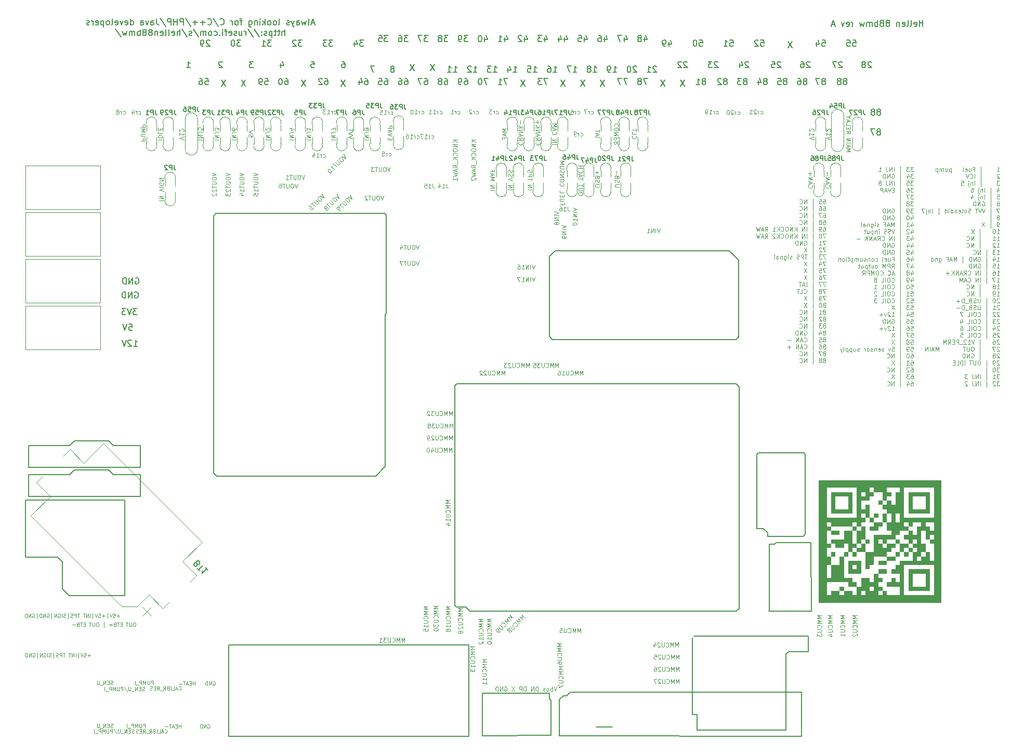
<source format=gbo>
G04 #@! TF.GenerationSoftware,KiCad,Pcbnew,(5.99.0-12439-g94954386e6)*
G04 #@! TF.CreationDate,2021-10-05T21:05:25+03:00*
G04 #@! TF.ProjectId,hellen88bmw,68656c6c-656e-4383-9862-6d772e6b6963,A*
G04 #@! TF.SameCoordinates,PX3d1b110PY9269338*
G04 #@! TF.FileFunction,Legend,Bot*
G04 #@! TF.FilePolarity,Positive*
%FSLAX46Y46*%
G04 Gerber Fmt 4.6, Leading zero omitted, Abs format (unit mm)*
G04 Created by KiCad (PCBNEW (5.99.0-12439-g94954386e6)) date 2021-10-05 21:05:25*
%MOMM*%
%LPD*%
G01*
G04 APERTURE LIST*
%ADD10C,0.150000*%
%ADD11C,0.100000*%
%ADD12C,0.127000*%
%ADD13C,0.120000*%
%ADD14C,0.099060*%
%ADD15C,0.200000*%
G04 APERTURE END LIST*
D10*
X67009333Y109820620D02*
X66342666Y108820620D01*
X66342666Y109820620D02*
X67009333Y108820620D01*
D11*
X130776000Y90139667D02*
X130742666Y90106334D01*
X130709333Y90006334D01*
X130709333Y89939667D01*
X130742666Y89839667D01*
X130809333Y89773000D01*
X130876000Y89739667D01*
X131009333Y89706334D01*
X131109333Y89706334D01*
X131242666Y89739667D01*
X131309333Y89773000D01*
X131376000Y89839667D01*
X131409333Y89939667D01*
X131409333Y90006334D01*
X131376000Y90106334D01*
X131342666Y90139667D01*
X130909333Y90406334D02*
X130909333Y90739667D01*
X130709333Y90339667D02*
X131409333Y90573000D01*
X130709333Y90806334D01*
X130709333Y91039667D02*
X131409333Y91039667D01*
X130709333Y91439667D01*
X131409333Y91439667D01*
X130976000Y91773000D02*
X130976000Y92306334D01*
D10*
X32461714Y110225381D02*
X32414095Y110273000D01*
X32318857Y110320620D01*
X32080761Y110320620D01*
X31985523Y110273000D01*
X31937904Y110225381D01*
X31890285Y110130143D01*
X31890285Y110034905D01*
X31937904Y109892048D01*
X32509333Y109320620D01*
X31890285Y109320620D01*
X52509333Y107320620D02*
X51842666Y106320620D01*
X51842666Y107320620D02*
X52509333Y106320620D01*
D11*
X30083142Y2223000D02*
X30140285Y2251572D01*
X30226000Y2251572D01*
X30311714Y2223000D01*
X30368857Y2165858D01*
X30397428Y2108715D01*
X30426000Y1994429D01*
X30426000Y1908715D01*
X30397428Y1794429D01*
X30368857Y1737286D01*
X30311714Y1680143D01*
X30226000Y1651572D01*
X30168857Y1651572D01*
X30083142Y1680143D01*
X30054571Y1708715D01*
X30054571Y1908715D01*
X30168857Y1908715D01*
X29797428Y1651572D02*
X29797428Y2251572D01*
X29454571Y1651572D01*
X29454571Y2251572D01*
X29168857Y1651572D02*
X29168857Y2251572D01*
X29026000Y2251572D01*
X28940285Y2223000D01*
X28883142Y2165858D01*
X28854571Y2108715D01*
X28826000Y1994429D01*
X28826000Y1908715D01*
X28854571Y1794429D01*
X28883142Y1737286D01*
X28940285Y1680143D01*
X29026000Y1651572D01*
X29168857Y1651572D01*
X127976000Y90139667D02*
X127942666Y90106334D01*
X127909333Y90006334D01*
X127909333Y89939667D01*
X127942666Y89839667D01*
X128009333Y89773000D01*
X128076000Y89739667D01*
X128209333Y89706334D01*
X128309333Y89706334D01*
X128442666Y89739667D01*
X128509333Y89773000D01*
X128576000Y89839667D01*
X128609333Y89939667D01*
X128609333Y90006334D01*
X128576000Y90106334D01*
X128542666Y90139667D01*
X128109333Y90406334D02*
X128109333Y90739667D01*
X127909333Y90339667D02*
X128609333Y90573000D01*
X127909333Y90806334D01*
X127909333Y91039667D02*
X128609333Y91039667D01*
X127909333Y91439667D01*
X128609333Y91439667D01*
X128176000Y91773000D02*
X128176000Y92306334D01*
X127909333Y92039667D02*
X128442666Y92039667D01*
D10*
X130164095Y113820620D02*
X130640285Y113820620D01*
X130687904Y113344429D01*
X130640285Y113392048D01*
X130545047Y113439667D01*
X130306952Y113439667D01*
X130211714Y113392048D01*
X130164095Y113344429D01*
X130116476Y113249191D01*
X130116476Y113011096D01*
X130164095Y112915858D01*
X130211714Y112868239D01*
X130306952Y112820620D01*
X130545047Y112820620D01*
X130640285Y112868239D01*
X130687904Y112915858D01*
X129259333Y113487286D02*
X129259333Y112820620D01*
X129497428Y113868239D02*
X129735523Y113153953D01*
X129116476Y113153953D01*
X91461714Y114237286D02*
X91461714Y113570620D01*
X91699809Y114618239D02*
X91937904Y113903953D01*
X91318857Y113903953D01*
X90461714Y114570620D02*
X90937904Y114570620D01*
X90985523Y114094429D01*
X90937904Y114142048D01*
X90842666Y114189667D01*
X90604571Y114189667D01*
X90509333Y114142048D01*
X90461714Y114094429D01*
X90414095Y113999191D01*
X90414095Y113761096D01*
X90461714Y113665858D01*
X90509333Y113618239D01*
X90604571Y113570620D01*
X90842666Y113570620D01*
X90937904Y113618239D01*
X90985523Y113665858D01*
X72485523Y114570620D02*
X71866476Y114570620D01*
X72199809Y114189667D01*
X72056952Y114189667D01*
X71961714Y114142048D01*
X71914095Y114094429D01*
X71866476Y113999191D01*
X71866476Y113761096D01*
X71914095Y113665858D01*
X71961714Y113618239D01*
X72056952Y113570620D01*
X72342666Y113570620D01*
X72437904Y113618239D01*
X72485523Y113665858D01*
X71390285Y113570620D02*
X71199809Y113570620D01*
X71104571Y113618239D01*
X71056952Y113665858D01*
X70961714Y113808715D01*
X70914095Y113999191D01*
X70914095Y114380143D01*
X70961714Y114475381D01*
X71009333Y114523000D01*
X71104571Y114570620D01*
X71295047Y114570620D01*
X71390285Y114523000D01*
X71437904Y114475381D01*
X71485523Y114380143D01*
X71485523Y114142048D01*
X71437904Y114046810D01*
X71390285Y113999191D01*
X71295047Y113951572D01*
X71104571Y113951572D01*
X71009333Y113999191D01*
X70961714Y114046810D01*
X70914095Y114142048D01*
X63759333Y109820620D02*
X63092666Y108820620D01*
X63092666Y109820620D02*
X63759333Y108820620D01*
D11*
X14626000Y8780143D02*
X14540285Y8751572D01*
X14397428Y8751572D01*
X14340285Y8780143D01*
X14311714Y8808715D01*
X14283142Y8865858D01*
X14283142Y8923000D01*
X14311714Y8980143D01*
X14340285Y9008715D01*
X14397428Y9037286D01*
X14511714Y9065858D01*
X14568857Y9094429D01*
X14597428Y9123000D01*
X14626000Y9180143D01*
X14626000Y9237286D01*
X14597428Y9294429D01*
X14568857Y9323000D01*
X14511714Y9351572D01*
X14368857Y9351572D01*
X14283142Y9323000D01*
X14026000Y9065858D02*
X13826000Y9065858D01*
X13740285Y8751572D02*
X14026000Y8751572D01*
X14026000Y9351572D01*
X13740285Y9351572D01*
X13483142Y8751572D02*
X13483142Y9351572D01*
X13140285Y8751572D01*
X13140285Y9351572D01*
X12997428Y8694429D02*
X12540285Y8694429D01*
X12397428Y9351572D02*
X12397428Y8865858D01*
X12368857Y8808715D01*
X12340285Y8780143D01*
X12283142Y8751572D01*
X12168857Y8751572D01*
X12111714Y8780143D01*
X12083142Y8808715D01*
X12054571Y8865858D01*
X12054571Y9351572D01*
X18176000Y18851572D02*
X18061714Y18851572D01*
X18004571Y18823000D01*
X17947428Y18765858D01*
X17918857Y18651572D01*
X17918857Y18451572D01*
X17947428Y18337286D01*
X18004571Y18280143D01*
X18061714Y18251572D01*
X18176000Y18251572D01*
X18233142Y18280143D01*
X18290285Y18337286D01*
X18318857Y18451572D01*
X18318857Y18651572D01*
X18290285Y18765858D01*
X18233142Y18823000D01*
X18176000Y18851572D01*
X17661714Y18851572D02*
X17661714Y18365858D01*
X17633142Y18308715D01*
X17604571Y18280143D01*
X17547428Y18251572D01*
X17433142Y18251572D01*
X17376000Y18280143D01*
X17347428Y18308715D01*
X17318857Y18365858D01*
X17318857Y18851572D01*
X17118857Y18851572D02*
X16776000Y18851572D01*
X16947428Y18251572D02*
X16947428Y18851572D01*
X16118857Y18565858D02*
X15918857Y18565858D01*
X15833142Y18251572D02*
X16118857Y18251572D01*
X16118857Y18851572D01*
X15833142Y18851572D01*
X15661714Y18851572D02*
X15318857Y18851572D01*
X15490285Y18251572D02*
X15490285Y18851572D01*
X14918857Y18565858D02*
X14833142Y18537286D01*
X14804571Y18508715D01*
X14776000Y18451572D01*
X14776000Y18365858D01*
X14804571Y18308715D01*
X14833142Y18280143D01*
X14890285Y18251572D01*
X15118857Y18251572D01*
X15118857Y18851572D01*
X14918857Y18851572D01*
X14861714Y18823000D01*
X14833142Y18794429D01*
X14804571Y18737286D01*
X14804571Y18680143D01*
X14833142Y18623000D01*
X14861714Y18594429D01*
X14918857Y18565858D01*
X15118857Y18565858D01*
X14518857Y18480143D02*
X14061714Y18480143D01*
X14290285Y18251572D02*
X14290285Y18708715D01*
X13176000Y18051572D02*
X13176000Y18908715D01*
X12176000Y18851572D02*
X12061714Y18851572D01*
X12004571Y18823000D01*
X11947428Y18765858D01*
X11918857Y18651572D01*
X11918857Y18451572D01*
X11947428Y18337286D01*
X12004571Y18280143D01*
X12061714Y18251572D01*
X12176000Y18251572D01*
X12233142Y18280143D01*
X12290285Y18337286D01*
X12318857Y18451572D01*
X12318857Y18651572D01*
X12290285Y18765858D01*
X12233142Y18823000D01*
X12176000Y18851572D01*
X11661714Y18851572D02*
X11661714Y18365858D01*
X11633142Y18308715D01*
X11604571Y18280143D01*
X11547428Y18251572D01*
X11433142Y18251572D01*
X11376000Y18280143D01*
X11347428Y18308715D01*
X11318857Y18365858D01*
X11318857Y18851572D01*
X11118857Y18851572D02*
X10776000Y18851572D01*
X10947428Y18251572D02*
X10947428Y18851572D01*
X10118857Y18565858D02*
X9918857Y18565858D01*
X9833142Y18251572D02*
X10118857Y18251572D01*
X10118857Y18851572D01*
X9833142Y18851572D01*
X9661714Y18851572D02*
X9318857Y18851572D01*
X9490285Y18251572D02*
X9490285Y18851572D01*
X8918857Y18565858D02*
X8833142Y18537286D01*
X8804571Y18508715D01*
X8776000Y18451572D01*
X8776000Y18365858D01*
X8804571Y18308715D01*
X8833142Y18280143D01*
X8890285Y18251572D01*
X9118857Y18251572D01*
X9118857Y18851572D01*
X8918857Y18851572D01*
X8861714Y18823000D01*
X8833142Y18794429D01*
X8804571Y18737286D01*
X8804571Y18680143D01*
X8833142Y18623000D01*
X8861714Y18594429D01*
X8918857Y18565858D01*
X9118857Y18565858D01*
X8518857Y18480143D02*
X8061714Y18480143D01*
X55609333Y97556334D02*
X56309333Y97556334D01*
X55609333Y97889667D02*
X56309333Y97889667D01*
X55609333Y98289667D01*
X56309333Y98289667D01*
X56309333Y98823000D02*
X55809333Y98823000D01*
X55709333Y98789667D01*
X55642666Y98723000D01*
X55609333Y98623000D01*
X55609333Y98556334D01*
X56009333Y99256334D02*
X56042666Y99189667D01*
X56076000Y99156334D01*
X56142666Y99123000D01*
X56176000Y99123000D01*
X56242666Y99156334D01*
X56276000Y99189667D01*
X56309333Y99256334D01*
X56309333Y99389667D01*
X56276000Y99456334D01*
X56242666Y99489667D01*
X56176000Y99523000D01*
X56142666Y99523000D01*
X56076000Y99489667D01*
X56042666Y99456334D01*
X56009333Y99389667D01*
X56009333Y99256334D01*
X55976000Y99189667D01*
X55942666Y99156334D01*
X55876000Y99123000D01*
X55742666Y99123000D01*
X55676000Y99156334D01*
X55642666Y99189667D01*
X55609333Y99256334D01*
X55609333Y99389667D01*
X55642666Y99456334D01*
X55676000Y99489667D01*
X55742666Y99523000D01*
X55876000Y99523000D01*
X55942666Y99489667D01*
X55976000Y99456334D01*
X56009333Y99389667D01*
X19768857Y7780143D02*
X19683142Y7751572D01*
X19540285Y7751572D01*
X19483142Y7780143D01*
X19454571Y7808715D01*
X19426000Y7865858D01*
X19426000Y7923000D01*
X19454571Y7980143D01*
X19483142Y8008715D01*
X19540285Y8037286D01*
X19654571Y8065858D01*
X19711714Y8094429D01*
X19740285Y8123000D01*
X19768857Y8180143D01*
X19768857Y8237286D01*
X19740285Y8294429D01*
X19711714Y8323000D01*
X19654571Y8351572D01*
X19511714Y8351572D01*
X19426000Y8323000D01*
X19168857Y8065858D02*
X18968857Y8065858D01*
X18883142Y7751572D02*
X19168857Y7751572D01*
X19168857Y8351572D01*
X18883142Y8351572D01*
X18626000Y7751572D02*
X18626000Y8351572D01*
X18283142Y7751572D01*
X18283142Y8351572D01*
X18140285Y7694429D02*
X17683142Y7694429D01*
X17540285Y8351572D02*
X17540285Y7865858D01*
X17511714Y7808715D01*
X17483142Y7780143D01*
X17426000Y7751572D01*
X17311714Y7751572D01*
X17254571Y7780143D01*
X17226000Y7808715D01*
X17197428Y7865858D01*
X17197428Y8351572D01*
X16483142Y8380143D02*
X16997428Y7608715D01*
X16283142Y7751572D02*
X16283142Y8351572D01*
X16054571Y8351572D01*
X15997428Y8323000D01*
X15968857Y8294429D01*
X15940285Y8237286D01*
X15940285Y8151572D01*
X15968857Y8094429D01*
X15997428Y8065858D01*
X16054571Y8037286D01*
X16283142Y8037286D01*
X15683142Y8351572D02*
X15683142Y7865858D01*
X15654571Y7808715D01*
X15626000Y7780143D01*
X15568857Y7751572D01*
X15454571Y7751572D01*
X15397428Y7780143D01*
X15368857Y7808715D01*
X15340285Y7865858D01*
X15340285Y8351572D01*
X15054571Y7751572D02*
X15054571Y8351572D01*
X14854571Y7923000D01*
X14654571Y8351572D01*
X14654571Y7751572D01*
X14368857Y7751572D02*
X14368857Y8351572D01*
X14140285Y8351572D01*
X14083142Y8323000D01*
X14054571Y8294429D01*
X14026000Y8237286D01*
X14026000Y8151572D01*
X14054571Y8094429D01*
X14083142Y8065858D01*
X14140285Y8037286D01*
X14368857Y8037286D01*
X13911714Y7694429D02*
X13454571Y7694429D01*
X13311714Y7751572D02*
X13311714Y8351572D01*
D10*
X124247428Y107142048D02*
X124342666Y107189667D01*
X124390285Y107237286D01*
X124437904Y107332524D01*
X124437904Y107380143D01*
X124390285Y107475381D01*
X124342666Y107523000D01*
X124247428Y107570620D01*
X124056952Y107570620D01*
X123961714Y107523000D01*
X123914095Y107475381D01*
X123866476Y107380143D01*
X123866476Y107332524D01*
X123914095Y107237286D01*
X123961714Y107189667D01*
X124056952Y107142048D01*
X124247428Y107142048D01*
X124342666Y107094429D01*
X124390285Y107046810D01*
X124437904Y106951572D01*
X124437904Y106761096D01*
X124390285Y106665858D01*
X124342666Y106618239D01*
X124247428Y106570620D01*
X124056952Y106570620D01*
X123961714Y106618239D01*
X123914095Y106665858D01*
X123866476Y106761096D01*
X123866476Y106951572D01*
X123914095Y107046810D01*
X123961714Y107094429D01*
X124056952Y107142048D01*
X122961714Y107570620D02*
X123437904Y107570620D01*
X123485523Y107094429D01*
X123437904Y107142048D01*
X123342666Y107189667D01*
X123104571Y107189667D01*
X123009333Y107142048D01*
X122961714Y107094429D01*
X122914095Y106999191D01*
X122914095Y106761096D01*
X122961714Y106665858D01*
X123009333Y106618239D01*
X123104571Y106570620D01*
X123342666Y106570620D01*
X123437904Y106618239D01*
X123485523Y106665858D01*
X76616476Y108570620D02*
X77187904Y108570620D01*
X76902190Y108570620D02*
X76902190Y109570620D01*
X76997428Y109427762D01*
X77092666Y109332524D01*
X77187904Y109284905D01*
X76283142Y109570620D02*
X75664095Y109570620D01*
X75997428Y109189667D01*
X75854571Y109189667D01*
X75759333Y109142048D01*
X75711714Y109094429D01*
X75664095Y108999191D01*
X75664095Y108761096D01*
X75711714Y108665858D01*
X75759333Y108618239D01*
X75854571Y108570620D01*
X76140285Y108570620D01*
X76235523Y108618239D01*
X76283142Y108665858D01*
X46009333Y107320620D02*
X45342666Y106320620D01*
X45342666Y107320620D02*
X46009333Y106320620D01*
D11*
X19209333Y97423000D02*
X19909333Y97423000D01*
X19909333Y97689667D01*
X19876000Y97756334D01*
X19842666Y97789667D01*
X19776000Y97823000D01*
X19676000Y97823000D01*
X19609333Y97789667D01*
X19576000Y97756334D01*
X19542666Y97689667D01*
X19542666Y97423000D01*
X19909333Y98123000D02*
X19342666Y98123000D01*
X19276000Y98156334D01*
X19242666Y98189667D01*
X19209333Y98256334D01*
X19209333Y98389667D01*
X19242666Y98456334D01*
X19276000Y98489667D01*
X19342666Y98523000D01*
X19909333Y98523000D01*
X19209333Y98856334D02*
X19909333Y98856334D01*
X19409333Y99089667D01*
X19909333Y99323000D01*
X19209333Y99323000D01*
X19209333Y99656334D02*
X19909333Y99656334D01*
X19909333Y99923000D01*
X19876000Y99989667D01*
X19842666Y100023000D01*
X19776000Y100056334D01*
X19676000Y100056334D01*
X19609333Y100023000D01*
X19576000Y99989667D01*
X19542666Y99923000D01*
X19542666Y99656334D01*
D10*
X29664095Y107570620D02*
X30140285Y107570620D01*
X30187904Y107094429D01*
X30140285Y107142048D01*
X30045047Y107189667D01*
X29806952Y107189667D01*
X29711714Y107142048D01*
X29664095Y107094429D01*
X29616476Y106999191D01*
X29616476Y106761096D01*
X29664095Y106665858D01*
X29711714Y106618239D01*
X29806952Y106570620D01*
X30045047Y106570620D01*
X30140285Y106618239D01*
X30187904Y106665858D01*
X28759333Y107570620D02*
X28949809Y107570620D01*
X29045047Y107523000D01*
X29092666Y107475381D01*
X29187904Y107332524D01*
X29235523Y107142048D01*
X29235523Y106761096D01*
X29187904Y106665858D01*
X29140285Y106618239D01*
X29045047Y106570620D01*
X28854571Y106570620D01*
X28759333Y106618239D01*
X28711714Y106665858D01*
X28664095Y106761096D01*
X28664095Y106999191D01*
X28711714Y107094429D01*
X28759333Y107142048D01*
X28854571Y107189667D01*
X29045047Y107189667D01*
X29140285Y107142048D01*
X29187904Y107094429D01*
X29235523Y106999191D01*
D11*
X82209333Y89447370D02*
X82909333Y89447370D01*
X82209333Y89780703D02*
X82909333Y89780703D01*
X82209333Y90180703D01*
X82909333Y90180703D01*
X82909333Y90947370D02*
X82909333Y91347370D01*
X82209333Y91147370D02*
X82909333Y91147370D01*
X82209333Y91580703D02*
X82909333Y91580703D01*
X82909333Y91847370D01*
X82876000Y91914037D01*
X82842666Y91947370D01*
X82776000Y91980703D01*
X82676000Y91980703D01*
X82609333Y91947370D01*
X82576000Y91914037D01*
X82542666Y91847370D01*
X82542666Y91580703D01*
X82242666Y92247370D02*
X82209333Y92347370D01*
X82209333Y92514037D01*
X82242666Y92580703D01*
X82276000Y92614037D01*
X82342666Y92647370D01*
X82409333Y92647370D01*
X82476000Y92614037D01*
X82509333Y92580703D01*
X82542666Y92514037D01*
X82576000Y92380703D01*
X82609333Y92314037D01*
X82642666Y92280703D01*
X82709333Y92247370D01*
X82776000Y92247370D01*
X82842666Y92280703D01*
X82876000Y92314037D01*
X82909333Y92380703D01*
X82909333Y92547370D01*
X82876000Y92647370D01*
D10*
X139476344Y98903854D02*
X139571582Y98951473D01*
X139619201Y98999092D01*
X139666820Y99094330D01*
X139666820Y99141949D01*
X139619201Y99237187D01*
X139571582Y99284806D01*
X139476344Y99332426D01*
X139285868Y99332426D01*
X139190630Y99284806D01*
X139143011Y99237187D01*
X139095392Y99141949D01*
X139095392Y99094330D01*
X139143011Y98999092D01*
X139190630Y98951473D01*
X139285868Y98903854D01*
X139476344Y98903854D01*
X139571582Y98856235D01*
X139619201Y98808616D01*
X139666820Y98713378D01*
X139666820Y98522902D01*
X139619201Y98427664D01*
X139571582Y98380045D01*
X139476344Y98332426D01*
X139285868Y98332426D01*
X139190630Y98380045D01*
X139143011Y98427664D01*
X139095392Y98522902D01*
X139095392Y98713378D01*
X139143011Y98808616D01*
X139190630Y98856235D01*
X139285868Y98903854D01*
X138762058Y99332426D02*
X138095392Y99332426D01*
X138523963Y98332426D01*
X138187904Y110225381D02*
X138140285Y110273000D01*
X138045047Y110320620D01*
X137806952Y110320620D01*
X137711714Y110273000D01*
X137664095Y110225381D01*
X137616476Y110130143D01*
X137616476Y110034905D01*
X137664095Y109892048D01*
X138235523Y109320620D01*
X137616476Y109320620D01*
X137045047Y109892048D02*
X137140285Y109939667D01*
X137187904Y109987286D01*
X137235523Y110082524D01*
X137235523Y110130143D01*
X137187904Y110225381D01*
X137140285Y110273000D01*
X137045047Y110320620D01*
X136854571Y110320620D01*
X136759333Y110273000D01*
X136711714Y110225381D01*
X136664095Y110130143D01*
X136664095Y110082524D01*
X136711714Y109987286D01*
X136759333Y109939667D01*
X136854571Y109892048D01*
X137045047Y109892048D01*
X137140285Y109844429D01*
X137187904Y109796810D01*
X137235523Y109701572D01*
X137235523Y109511096D01*
X137187904Y109415858D01*
X137140285Y109368239D01*
X137045047Y109320620D01*
X136854571Y109320620D01*
X136759333Y109368239D01*
X136711714Y109415858D01*
X136664095Y109511096D01*
X136664095Y109701572D01*
X136711714Y109796810D01*
X136759333Y109844429D01*
X136854571Y109892048D01*
X59485523Y114570620D02*
X58866476Y114570620D01*
X59199809Y114189667D01*
X59056952Y114189667D01*
X58961714Y114142048D01*
X58914095Y114094429D01*
X58866476Y113999191D01*
X58866476Y113761096D01*
X58914095Y113665858D01*
X58961714Y113618239D01*
X59056952Y113570620D01*
X59342666Y113570620D01*
X59437904Y113618239D01*
X59485523Y113665858D01*
X57961714Y114570620D02*
X58437904Y114570620D01*
X58485523Y114094429D01*
X58437904Y114142048D01*
X58342666Y114189667D01*
X58104571Y114189667D01*
X58009333Y114142048D01*
X57961714Y114094429D01*
X57914095Y113999191D01*
X57914095Y113761096D01*
X57961714Y113665858D01*
X58009333Y113618239D01*
X58104571Y113570620D01*
X58342666Y113570620D01*
X58437904Y113618239D01*
X58485523Y113665858D01*
D11*
X97109333Y89906334D02*
X96542666Y89906334D01*
X96476000Y89939667D01*
X96442666Y89973000D01*
X96409333Y90039667D01*
X96409333Y90173000D01*
X96442666Y90239667D01*
X96476000Y90273000D01*
X96542666Y90306334D01*
X97109333Y90306334D01*
X96442666Y90606334D02*
X96409333Y90706334D01*
X96409333Y90873000D01*
X96442666Y90939667D01*
X96476000Y90973000D01*
X96542666Y91006334D01*
X96609333Y91006334D01*
X96676000Y90973000D01*
X96709333Y90939667D01*
X96742666Y90873000D01*
X96776000Y90739667D01*
X96809333Y90673000D01*
X96842666Y90639667D01*
X96909333Y90606334D01*
X96976000Y90606334D01*
X97042666Y90639667D01*
X97076000Y90673000D01*
X97109333Y90739667D01*
X97109333Y90906334D01*
X97076000Y91006334D01*
X96776000Y91539667D02*
X96742666Y91639667D01*
X96709333Y91673000D01*
X96642666Y91706334D01*
X96542666Y91706334D01*
X96476000Y91673000D01*
X96442666Y91639667D01*
X96409333Y91573000D01*
X96409333Y91306334D01*
X97109333Y91306334D01*
X97109333Y91539667D01*
X97076000Y91606334D01*
X97042666Y91639667D01*
X96976000Y91673000D01*
X96909333Y91673000D01*
X96842666Y91639667D01*
X96809333Y91606334D01*
X96776000Y91539667D01*
X96776000Y91306334D01*
X96676000Y92006334D02*
X96676000Y92539667D01*
X76109333Y89398275D02*
X76809333Y89398275D01*
X76109333Y89731608D02*
X76809333Y89731608D01*
X76109333Y90131608D01*
X76809333Y90131608D01*
X76109333Y90998275D02*
X76809333Y90998275D01*
X76309333Y91231608D01*
X76809333Y91464942D01*
X76109333Y91464942D01*
X76309333Y91764942D02*
X76309333Y92098275D01*
X76109333Y91698275D02*
X76809333Y91931608D01*
X76109333Y92164942D01*
X76476000Y92631608D02*
X76476000Y92398275D01*
X76109333Y92398275D02*
X76809333Y92398275D01*
X76809333Y92731608D01*
D10*
X57259333Y109570620D02*
X56592666Y109570620D01*
X57021238Y108570620D01*
X130497428Y107142048D02*
X130592666Y107189667D01*
X130640285Y107237286D01*
X130687904Y107332524D01*
X130687904Y107380143D01*
X130640285Y107475381D01*
X130592666Y107523000D01*
X130497428Y107570620D01*
X130306952Y107570620D01*
X130211714Y107523000D01*
X130164095Y107475381D01*
X130116476Y107380143D01*
X130116476Y107332524D01*
X130164095Y107237286D01*
X130211714Y107189667D01*
X130306952Y107142048D01*
X130497428Y107142048D01*
X130592666Y107094429D01*
X130640285Y107046810D01*
X130687904Y106951572D01*
X130687904Y106761096D01*
X130640285Y106665858D01*
X130592666Y106618239D01*
X130497428Y106570620D01*
X130306952Y106570620D01*
X130211714Y106618239D01*
X130164095Y106665858D01*
X130116476Y106761096D01*
X130116476Y106951572D01*
X130164095Y107046810D01*
X130211714Y107094429D01*
X130306952Y107142048D01*
X129783142Y107570620D02*
X129116476Y107570620D01*
X129545047Y106570620D01*
D11*
X128809333Y97623000D02*
X128109333Y97856334D01*
X128809333Y98089667D01*
X128109333Y98689667D02*
X128109333Y98289667D01*
X128109333Y98489667D02*
X128809333Y98489667D01*
X128709333Y98423000D01*
X128642666Y98356334D01*
X128609333Y98289667D01*
X128742666Y98956334D02*
X128776000Y98989667D01*
X128809333Y99056334D01*
X128809333Y99223000D01*
X128776000Y99289667D01*
X128742666Y99323000D01*
X128676000Y99356334D01*
X128609333Y99356334D01*
X128509333Y99323000D01*
X128109333Y98923000D01*
X128109333Y99356334D01*
D10*
X45485523Y113820620D02*
X44866476Y113820620D01*
X45199809Y113439667D01*
X45056952Y113439667D01*
X44961714Y113392048D01*
X44914095Y113344429D01*
X44866476Y113249191D01*
X44866476Y113011096D01*
X44914095Y112915858D01*
X44961714Y112868239D01*
X45056952Y112820620D01*
X45342666Y112820620D01*
X45437904Y112868239D01*
X45485523Y112915858D01*
X44485523Y113725381D02*
X44437904Y113773000D01*
X44342666Y113820620D01*
X44104571Y113820620D01*
X44009333Y113773000D01*
X43961714Y113725381D01*
X43914095Y113630143D01*
X43914095Y113534905D01*
X43961714Y113392048D01*
X44533142Y112820620D01*
X43914095Y112820620D01*
D11*
X28557362Y97623513D02*
X29257362Y97623513D01*
X28557362Y97956846D02*
X29257362Y97956846D01*
X28557362Y98356846D01*
X29257362Y98356846D01*
X29257362Y98890179D02*
X28757362Y98890179D01*
X28657362Y98856846D01*
X28590695Y98790179D01*
X28557362Y98690179D01*
X28557362Y98623513D01*
X29257362Y99556846D02*
X29257362Y99223513D01*
X28924029Y99190179D01*
X28957362Y99223513D01*
X28990695Y99290179D01*
X28990695Y99456846D01*
X28957362Y99523513D01*
X28924029Y99556846D01*
X28857362Y99590179D01*
X28690695Y99590179D01*
X28624029Y99556846D01*
X28590695Y99523513D01*
X28557362Y99456846D01*
X28557362Y99290179D01*
X28590695Y99223513D01*
X28624029Y99190179D01*
D10*
X120997428Y107142048D02*
X121092666Y107189667D01*
X121140285Y107237286D01*
X121187904Y107332524D01*
X121187904Y107380143D01*
X121140285Y107475381D01*
X121092666Y107523000D01*
X120997428Y107570620D01*
X120806952Y107570620D01*
X120711714Y107523000D01*
X120664095Y107475381D01*
X120616476Y107380143D01*
X120616476Y107332524D01*
X120664095Y107237286D01*
X120711714Y107189667D01*
X120806952Y107142048D01*
X120997428Y107142048D01*
X121092666Y107094429D01*
X121140285Y107046810D01*
X121187904Y106951572D01*
X121187904Y106761096D01*
X121140285Y106665858D01*
X121092666Y106618239D01*
X120997428Y106570620D01*
X120806952Y106570620D01*
X120711714Y106618239D01*
X120664095Y106665858D01*
X120616476Y106761096D01*
X120616476Y106951572D01*
X120664095Y107046810D01*
X120711714Y107094429D01*
X120806952Y107142048D01*
X119759333Y107237286D02*
X119759333Y106570620D01*
X119997428Y107618239D02*
X120235523Y106903953D01*
X119616476Y106903953D01*
D11*
X59776000Y97623000D02*
X59776000Y97856334D01*
X59409333Y97956334D02*
X59409333Y97623000D01*
X60109333Y97623000D01*
X60109333Y97956334D01*
X60109333Y98156334D02*
X59409333Y98389667D01*
X60109333Y98623000D01*
X59609333Y98823000D02*
X59609333Y99156334D01*
X59409333Y98756334D02*
X60109333Y98989667D01*
X59409333Y99223000D01*
X59409333Y99456334D02*
X60109333Y99456334D01*
X60109333Y99723000D01*
X60076000Y99789667D01*
X60042666Y99823000D01*
X59976000Y99856334D01*
X59876000Y99856334D01*
X59809333Y99823000D01*
X59776000Y99789667D01*
X59742666Y99723000D01*
X59742666Y99456334D01*
D10*
X69235523Y114570620D02*
X68616476Y114570620D01*
X68949809Y114189667D01*
X68806952Y114189667D01*
X68711714Y114142048D01*
X68664095Y114094429D01*
X68616476Y113999191D01*
X68616476Y113761096D01*
X68664095Y113665858D01*
X68711714Y113618239D01*
X68806952Y113570620D01*
X69092666Y113570620D01*
X69187904Y113618239D01*
X69235523Y113665858D01*
X68045047Y114142048D02*
X68140285Y114189667D01*
X68187904Y114237286D01*
X68235523Y114332524D01*
X68235523Y114380143D01*
X68187904Y114475381D01*
X68140285Y114523000D01*
X68045047Y114570620D01*
X67854571Y114570620D01*
X67759333Y114523000D01*
X67711714Y114475381D01*
X67664095Y114380143D01*
X67664095Y114332524D01*
X67711714Y114237286D01*
X67759333Y114189667D01*
X67854571Y114142048D01*
X68045047Y114142048D01*
X68140285Y114094429D01*
X68187904Y114046810D01*
X68235523Y113951572D01*
X68235523Y113761096D01*
X68187904Y113665858D01*
X68140285Y113618239D01*
X68045047Y113570620D01*
X67854571Y113570620D01*
X67759333Y113618239D01*
X67711714Y113665858D01*
X67664095Y113761096D01*
X67664095Y113951572D01*
X67711714Y114046810D01*
X67759333Y114094429D01*
X67854571Y114142048D01*
D11*
X79009333Y89423000D02*
X79709333Y89423000D01*
X79009333Y89756334D02*
X79709333Y89756334D01*
X79009333Y90156334D01*
X79709333Y90156334D01*
X79709333Y90923000D02*
X79009333Y91156334D01*
X79709333Y91389667D01*
X79042666Y91589667D02*
X79009333Y91689667D01*
X79009333Y91856334D01*
X79042666Y91923000D01*
X79076000Y91956334D01*
X79142666Y91989667D01*
X79209333Y91989667D01*
X79276000Y91956334D01*
X79309333Y91923000D01*
X79342666Y91856334D01*
X79376000Y91723000D01*
X79409333Y91656334D01*
X79442666Y91623000D01*
X79509333Y91589667D01*
X79576000Y91589667D01*
X79642666Y91623000D01*
X79676000Y91656334D01*
X79709333Y91723000D01*
X79709333Y91889667D01*
X79676000Y91989667D01*
X79042666Y92256334D02*
X79009333Y92356334D01*
X79009333Y92523000D01*
X79042666Y92589667D01*
X79076000Y92623000D01*
X79142666Y92656334D01*
X79209333Y92656334D01*
X79276000Y92623000D01*
X79309333Y92589667D01*
X79342666Y92523000D01*
X79376000Y92389667D01*
X79409333Y92323000D01*
X79442666Y92289667D01*
X79509333Y92256334D01*
X79576000Y92256334D01*
X79642666Y92289667D01*
X79676000Y92323000D01*
X79709333Y92389667D01*
X79709333Y92556334D01*
X79676000Y92656334D01*
D10*
X81759333Y107320620D02*
X81092666Y106320620D01*
X81092666Y107320620D02*
X81759333Y106320620D01*
D11*
X86959333Y8406334D02*
X86726000Y7706334D01*
X86492666Y8406334D01*
X86259333Y7706334D02*
X86259333Y8406334D01*
X86259333Y8139667D02*
X86192666Y8173000D01*
X86059333Y8173000D01*
X85992666Y8139667D01*
X85959333Y8106334D01*
X85926000Y8039667D01*
X85926000Y7839667D01*
X85959333Y7773000D01*
X85992666Y7739667D01*
X86059333Y7706334D01*
X86192666Y7706334D01*
X86259333Y7739667D01*
X85326000Y8173000D02*
X85326000Y7706334D01*
X85626000Y8173000D02*
X85626000Y7806334D01*
X85592666Y7739667D01*
X85526000Y7706334D01*
X85426000Y7706334D01*
X85359333Y7739667D01*
X85326000Y7773000D01*
X85026000Y7739667D02*
X84959333Y7706334D01*
X84826000Y7706334D01*
X84759333Y7739667D01*
X84726000Y7806334D01*
X84726000Y7839667D01*
X84759333Y7906334D01*
X84826000Y7939667D01*
X84926000Y7939667D01*
X84992666Y7973000D01*
X85026000Y8039667D01*
X85026000Y8073000D01*
X84992666Y8139667D01*
X84926000Y8173000D01*
X84826000Y8173000D01*
X84759333Y8139667D01*
X83892666Y7706334D02*
X83892666Y8406334D01*
X83726000Y8406334D01*
X83626000Y8373000D01*
X83559333Y8306334D01*
X83526000Y8239667D01*
X83492666Y8106334D01*
X83492666Y8006334D01*
X83526000Y7873000D01*
X83559333Y7806334D01*
X83626000Y7739667D01*
X83726000Y7706334D01*
X83892666Y7706334D01*
X83192666Y7706334D02*
X83192666Y8406334D01*
X82792666Y7706334D01*
X82792666Y8406334D01*
X81926000Y7706334D02*
X81926000Y8406334D01*
X81759333Y8406334D01*
X81659333Y8373000D01*
X81592666Y8306334D01*
X81559333Y8239667D01*
X81526000Y8106334D01*
X81526000Y8006334D01*
X81559333Y7873000D01*
X81592666Y7806334D01*
X81659333Y7739667D01*
X81759333Y7706334D01*
X81926000Y7706334D01*
X81226000Y7706334D02*
X81226000Y8406334D01*
X80959333Y8406334D01*
X80892666Y8373000D01*
X80859333Y8339667D01*
X80826000Y8273000D01*
X80826000Y8173000D01*
X80859333Y8106334D01*
X80892666Y8073000D01*
X80959333Y8039667D01*
X81226000Y8039667D01*
X80059333Y8406334D02*
X79592666Y7706334D01*
X79592666Y8406334D02*
X80059333Y7706334D01*
X78426000Y8373000D02*
X78492666Y8406334D01*
X78592666Y8406334D01*
X78692666Y8373000D01*
X78759333Y8306334D01*
X78792666Y8239667D01*
X78826000Y8106334D01*
X78826000Y8006334D01*
X78792666Y7873000D01*
X78759333Y7806334D01*
X78692666Y7739667D01*
X78592666Y7706334D01*
X78526000Y7706334D01*
X78426000Y7739667D01*
X78392666Y7773000D01*
X78392666Y8006334D01*
X78526000Y8006334D01*
X78092666Y7706334D02*
X78092666Y8406334D01*
X77692666Y7706334D01*
X77692666Y8406334D01*
X77359333Y7706334D02*
X77359333Y8406334D01*
X77192666Y8406334D01*
X77092666Y8373000D01*
X77026000Y8306334D01*
X76992666Y8239667D01*
X76959333Y8106334D01*
X76959333Y8006334D01*
X76992666Y7873000D01*
X77026000Y7806334D01*
X77092666Y7739667D01*
X77192666Y7706334D01*
X77359333Y7706334D01*
D10*
X39414095Y107570620D02*
X39890285Y107570620D01*
X39937904Y107094429D01*
X39890285Y107142048D01*
X39795047Y107189667D01*
X39556952Y107189667D01*
X39461714Y107142048D01*
X39414095Y107094429D01*
X39366476Y106999191D01*
X39366476Y106761096D01*
X39414095Y106665858D01*
X39461714Y106618239D01*
X39556952Y106570620D01*
X39795047Y106570620D01*
X39890285Y106618239D01*
X39937904Y106665858D01*
X38890285Y106570620D02*
X38699809Y106570620D01*
X38604571Y106618239D01*
X38556952Y106665858D01*
X38461714Y106808715D01*
X38414095Y106999191D01*
X38414095Y107380143D01*
X38461714Y107475381D01*
X38509333Y107523000D01*
X38604571Y107570620D01*
X38795047Y107570620D01*
X38890285Y107523000D01*
X38937904Y107475381D01*
X38985523Y107380143D01*
X38985523Y107142048D01*
X38937904Y107046810D01*
X38890285Y106999191D01*
X38795047Y106951572D01*
X38604571Y106951572D01*
X38509333Y106999191D01*
X38461714Y107046810D01*
X38414095Y107142048D01*
X50485523Y113820620D02*
X49866476Y113820620D01*
X50199809Y113439667D01*
X50056952Y113439667D01*
X49961714Y113392048D01*
X49914095Y113344429D01*
X49866476Y113249191D01*
X49866476Y113011096D01*
X49914095Y112915858D01*
X49961714Y112868239D01*
X50056952Y112820620D01*
X50342666Y112820620D01*
X50437904Y112868239D01*
X50485523Y112915858D01*
X49533142Y113820620D02*
X48914095Y113820620D01*
X49247428Y113439667D01*
X49104571Y113439667D01*
X49009333Y113392048D01*
X48961714Y113344429D01*
X48914095Y113249191D01*
X48914095Y113011096D01*
X48961714Y112915858D01*
X49009333Y112868239D01*
X49104571Y112820620D01*
X49390285Y112820620D01*
X49485523Y112868239D01*
X49533142Y112915858D01*
X146580761Y116070620D02*
X146580761Y117070620D01*
X146580761Y116594429D02*
X146009333Y116594429D01*
X146009333Y116070620D02*
X146009333Y117070620D01*
X145152190Y116118239D02*
X145247428Y116070620D01*
X145437904Y116070620D01*
X145533142Y116118239D01*
X145580761Y116213477D01*
X145580761Y116594429D01*
X145533142Y116689667D01*
X145437904Y116737286D01*
X145247428Y116737286D01*
X145152190Y116689667D01*
X145104571Y116594429D01*
X145104571Y116499191D01*
X145580761Y116403953D01*
X144533142Y116070620D02*
X144628380Y116118239D01*
X144676000Y116213477D01*
X144676000Y117070620D01*
X144009333Y116070620D02*
X144104571Y116118239D01*
X144152190Y116213477D01*
X144152190Y117070620D01*
X143247428Y116118239D02*
X143342666Y116070620D01*
X143533142Y116070620D01*
X143628380Y116118239D01*
X143676000Y116213477D01*
X143676000Y116594429D01*
X143628380Y116689667D01*
X143533142Y116737286D01*
X143342666Y116737286D01*
X143247428Y116689667D01*
X143199809Y116594429D01*
X143199809Y116499191D01*
X143676000Y116403953D01*
X142771238Y116737286D02*
X142771238Y116070620D01*
X142771238Y116642048D02*
X142723619Y116689667D01*
X142628380Y116737286D01*
X142485523Y116737286D01*
X142390285Y116689667D01*
X142342666Y116594429D01*
X142342666Y116070620D01*
X140961714Y116642048D02*
X141056952Y116689667D01*
X141104571Y116737286D01*
X141152190Y116832524D01*
X141152190Y116880143D01*
X141104571Y116975381D01*
X141056952Y117023000D01*
X140961714Y117070620D01*
X140771238Y117070620D01*
X140676000Y117023000D01*
X140628380Y116975381D01*
X140580761Y116880143D01*
X140580761Y116832524D01*
X140628380Y116737286D01*
X140676000Y116689667D01*
X140771238Y116642048D01*
X140961714Y116642048D01*
X141056952Y116594429D01*
X141104571Y116546810D01*
X141152190Y116451572D01*
X141152190Y116261096D01*
X141104571Y116165858D01*
X141056952Y116118239D01*
X140961714Y116070620D01*
X140771238Y116070620D01*
X140676000Y116118239D01*
X140628380Y116165858D01*
X140580761Y116261096D01*
X140580761Y116451572D01*
X140628380Y116546810D01*
X140676000Y116594429D01*
X140771238Y116642048D01*
X140009333Y116642048D02*
X140104571Y116689667D01*
X140152190Y116737286D01*
X140199809Y116832524D01*
X140199809Y116880143D01*
X140152190Y116975381D01*
X140104571Y117023000D01*
X140009333Y117070620D01*
X139818857Y117070620D01*
X139723619Y117023000D01*
X139676000Y116975381D01*
X139628380Y116880143D01*
X139628380Y116832524D01*
X139676000Y116737286D01*
X139723619Y116689667D01*
X139818857Y116642048D01*
X140009333Y116642048D01*
X140104571Y116594429D01*
X140152190Y116546810D01*
X140199809Y116451572D01*
X140199809Y116261096D01*
X140152190Y116165858D01*
X140104571Y116118239D01*
X140009333Y116070620D01*
X139818857Y116070620D01*
X139723619Y116118239D01*
X139676000Y116165858D01*
X139628380Y116261096D01*
X139628380Y116451572D01*
X139676000Y116546810D01*
X139723619Y116594429D01*
X139818857Y116642048D01*
X139199809Y116070620D02*
X139199809Y117070620D01*
X139199809Y116689667D02*
X139104571Y116737286D01*
X138914095Y116737286D01*
X138818857Y116689667D01*
X138771238Y116642048D01*
X138723619Y116546810D01*
X138723619Y116261096D01*
X138771238Y116165858D01*
X138818857Y116118239D01*
X138914095Y116070620D01*
X139104571Y116070620D01*
X139199809Y116118239D01*
X138295047Y116070620D02*
X138295047Y116737286D01*
X138295047Y116642048D02*
X138247428Y116689667D01*
X138152190Y116737286D01*
X138009333Y116737286D01*
X137914095Y116689667D01*
X137866476Y116594429D01*
X137866476Y116070620D01*
X137866476Y116594429D02*
X137818857Y116689667D01*
X137723619Y116737286D01*
X137580761Y116737286D01*
X137485523Y116689667D01*
X137437904Y116594429D01*
X137437904Y116070620D01*
X137056952Y116737286D02*
X136866476Y116070620D01*
X136676000Y116546810D01*
X136485523Y116070620D01*
X136295047Y116737286D01*
X135152190Y116070620D02*
X135152190Y116737286D01*
X135152190Y116546810D02*
X135104571Y116642048D01*
X135056952Y116689667D01*
X134961714Y116737286D01*
X134866476Y116737286D01*
X134152190Y116118239D02*
X134247428Y116070620D01*
X134437904Y116070620D01*
X134533142Y116118239D01*
X134580761Y116213477D01*
X134580761Y116594429D01*
X134533142Y116689667D01*
X134437904Y116737286D01*
X134247428Y116737286D01*
X134152190Y116689667D01*
X134104571Y116594429D01*
X134104571Y116499191D01*
X134580761Y116403953D01*
X133771238Y116737286D02*
X133533142Y116070620D01*
X133295047Y116737286D01*
X132199809Y116356334D02*
X131723619Y116356334D01*
X132295047Y116070620D02*
X131961714Y117070620D01*
X131628380Y116070620D01*
X94711714Y114237286D02*
X94711714Y113570620D01*
X94949809Y114618239D02*
X95187904Y113903953D01*
X94568857Y113903953D01*
X93759333Y114570620D02*
X93949809Y114570620D01*
X94045047Y114523000D01*
X94092666Y114475381D01*
X94187904Y114332524D01*
X94235523Y114142048D01*
X94235523Y113761096D01*
X94187904Y113665858D01*
X94140285Y113618239D01*
X94045047Y113570620D01*
X93854571Y113570620D01*
X93759333Y113618239D01*
X93711714Y113665858D01*
X93664095Y113761096D01*
X93664095Y113999191D01*
X93711714Y114094429D01*
X93759333Y114142048D01*
X93854571Y114189667D01*
X94045047Y114189667D01*
X94140285Y114142048D01*
X94187904Y114094429D01*
X94235523Y113999191D01*
X30437904Y113725381D02*
X30390285Y113773000D01*
X30295047Y113820620D01*
X30056952Y113820620D01*
X29961714Y113773000D01*
X29914095Y113725381D01*
X29866476Y113630143D01*
X29866476Y113534905D01*
X29914095Y113392048D01*
X30485523Y112820620D01*
X29866476Y112820620D01*
X29390285Y112820620D02*
X29199809Y112820620D01*
X29104571Y112868239D01*
X29056952Y112915858D01*
X28961714Y113058715D01*
X28914095Y113249191D01*
X28914095Y113630143D01*
X28961714Y113725381D01*
X29009333Y113773000D01*
X29104571Y113820620D01*
X29295047Y113820620D01*
X29390285Y113773000D01*
X29437904Y113725381D01*
X29485523Y113630143D01*
X29485523Y113392048D01*
X29437904Y113296810D01*
X29390285Y113249191D01*
X29295047Y113201572D01*
X29104571Y113201572D01*
X29009333Y113249191D01*
X28961714Y113296810D01*
X28914095Y113392048D01*
X18552547Y70026620D02*
X17933500Y70026620D01*
X18266833Y69645667D01*
X18123976Y69645667D01*
X18028738Y69598048D01*
X17981119Y69550429D01*
X17933500Y69455191D01*
X17933500Y69217096D01*
X17981119Y69121858D01*
X18028738Y69074239D01*
X18123976Y69026620D01*
X18409690Y69026620D01*
X18504928Y69074239D01*
X18552547Y69121858D01*
X17647785Y70026620D02*
X17314452Y69026620D01*
X16981119Y70026620D01*
X16743023Y70026620D02*
X16123976Y70026620D01*
X16457309Y69645667D01*
X16314452Y69645667D01*
X16219214Y69598048D01*
X16171595Y69550429D01*
X16123976Y69455191D01*
X16123976Y69217096D01*
X16171595Y69121858D01*
X16219214Y69074239D01*
X16314452Y69026620D01*
X16600166Y69026620D01*
X16695404Y69074239D01*
X16743023Y69121858D01*
D11*
X39509333Y97556334D02*
X40209333Y97556334D01*
X39509333Y97889667D02*
X40209333Y97889667D01*
X39509333Y98289667D01*
X40209333Y98289667D01*
X40209333Y98823000D02*
X39709333Y98823000D01*
X39609333Y98789667D01*
X39542666Y98723000D01*
X39509333Y98623000D01*
X39509333Y98556334D01*
X40142666Y99123000D02*
X40176000Y99156334D01*
X40209333Y99223000D01*
X40209333Y99389667D01*
X40176000Y99456334D01*
X40142666Y99489667D01*
X40076000Y99523000D01*
X40009333Y99523000D01*
X39909333Y99489667D01*
X39509333Y99089667D01*
X39509333Y99523000D01*
D10*
X65461714Y107570620D02*
X65652190Y107570620D01*
X65747428Y107523000D01*
X65795047Y107475381D01*
X65890285Y107332524D01*
X65937904Y107142048D01*
X65937904Y106761096D01*
X65890285Y106665858D01*
X65842666Y106618239D01*
X65747428Y106570620D01*
X65556952Y106570620D01*
X65461714Y106618239D01*
X65414095Y106665858D01*
X65366476Y106761096D01*
X65366476Y106999191D01*
X65414095Y107094429D01*
X65461714Y107142048D01*
X65556952Y107189667D01*
X65747428Y107189667D01*
X65842666Y107142048D01*
X65890285Y107094429D01*
X65937904Y106999191D01*
X65033142Y107570620D02*
X64366476Y107570620D01*
X64795047Y106570620D01*
X33009333Y107320620D02*
X32342666Y106320620D01*
X32342666Y107320620D02*
X33009333Y106320620D01*
X47473619Y116606334D02*
X46997428Y116606334D01*
X47568857Y116320620D02*
X47235523Y117320620D01*
X46902190Y116320620D01*
X46426000Y116320620D02*
X46521238Y116368239D01*
X46568857Y116463477D01*
X46568857Y117320620D01*
X46140285Y116987286D02*
X45949809Y116320620D01*
X45759333Y116796810D01*
X45568857Y116320620D01*
X45378380Y116987286D01*
X44568857Y116320620D02*
X44568857Y116844429D01*
X44616476Y116939667D01*
X44711714Y116987286D01*
X44902190Y116987286D01*
X44997428Y116939667D01*
X44568857Y116368239D02*
X44664095Y116320620D01*
X44902190Y116320620D01*
X44997428Y116368239D01*
X45045047Y116463477D01*
X45045047Y116558715D01*
X44997428Y116653953D01*
X44902190Y116701572D01*
X44664095Y116701572D01*
X44568857Y116749191D01*
X44187904Y116987286D02*
X43949809Y116320620D01*
X43711714Y116987286D02*
X43949809Y116320620D01*
X44045047Y116082524D01*
X44092666Y116034905D01*
X44187904Y115987286D01*
X43378380Y116368239D02*
X43283142Y116320620D01*
X43092666Y116320620D01*
X42997428Y116368239D01*
X42949809Y116463477D01*
X42949809Y116511096D01*
X42997428Y116606334D01*
X43092666Y116653953D01*
X43235523Y116653953D01*
X43330761Y116701572D01*
X43378380Y116796810D01*
X43378380Y116844429D01*
X43330761Y116939667D01*
X43235523Y116987286D01*
X43092666Y116987286D01*
X42997428Y116939667D01*
X41616476Y116320620D02*
X41711714Y116368239D01*
X41759333Y116463477D01*
X41759333Y117320620D01*
X41092666Y116320620D02*
X41187904Y116368239D01*
X41235523Y116415858D01*
X41283142Y116511096D01*
X41283142Y116796810D01*
X41235523Y116892048D01*
X41187904Y116939667D01*
X41092666Y116987286D01*
X40949809Y116987286D01*
X40854571Y116939667D01*
X40806952Y116892048D01*
X40759333Y116796810D01*
X40759333Y116511096D01*
X40806952Y116415858D01*
X40854571Y116368239D01*
X40949809Y116320620D01*
X41092666Y116320620D01*
X40187904Y116320620D02*
X40283142Y116368239D01*
X40330761Y116415858D01*
X40378380Y116511096D01*
X40378380Y116796810D01*
X40330761Y116892048D01*
X40283142Y116939667D01*
X40187904Y116987286D01*
X40045047Y116987286D01*
X39949809Y116939667D01*
X39902190Y116892048D01*
X39854571Y116796810D01*
X39854571Y116511096D01*
X39902190Y116415858D01*
X39949809Y116368239D01*
X40045047Y116320620D01*
X40187904Y116320620D01*
X39426000Y116320620D02*
X39426000Y117320620D01*
X39330761Y116701572D02*
X39045047Y116320620D01*
X39045047Y116987286D02*
X39426000Y116606334D01*
X38616476Y116320620D02*
X38616476Y116987286D01*
X38616476Y117320620D02*
X38664095Y117273000D01*
X38616476Y117225381D01*
X38568857Y117273000D01*
X38616476Y117320620D01*
X38616476Y117225381D01*
X38140285Y116987286D02*
X38140285Y116320620D01*
X38140285Y116892048D02*
X38092666Y116939667D01*
X37997428Y116987286D01*
X37854571Y116987286D01*
X37759333Y116939667D01*
X37711714Y116844429D01*
X37711714Y116320620D01*
X36806952Y116987286D02*
X36806952Y116177762D01*
X36854571Y116082524D01*
X36902190Y116034905D01*
X36997428Y115987286D01*
X37140285Y115987286D01*
X37235523Y116034905D01*
X36806952Y116368239D02*
X36902190Y116320620D01*
X37092666Y116320620D01*
X37187904Y116368239D01*
X37235523Y116415858D01*
X37283142Y116511096D01*
X37283142Y116796810D01*
X37235523Y116892048D01*
X37187904Y116939667D01*
X37092666Y116987286D01*
X36902190Y116987286D01*
X36806952Y116939667D01*
X35711714Y116987286D02*
X35330761Y116987286D01*
X35568857Y116320620D02*
X35568857Y117177762D01*
X35521238Y117273000D01*
X35426000Y117320620D01*
X35330761Y117320620D01*
X34854571Y116320620D02*
X34949809Y116368239D01*
X34997428Y116415858D01*
X35045047Y116511096D01*
X35045047Y116796810D01*
X34997428Y116892048D01*
X34949809Y116939667D01*
X34854571Y116987286D01*
X34711714Y116987286D01*
X34616476Y116939667D01*
X34568857Y116892048D01*
X34521238Y116796810D01*
X34521238Y116511096D01*
X34568857Y116415858D01*
X34616476Y116368239D01*
X34711714Y116320620D01*
X34854571Y116320620D01*
X34092666Y116320620D02*
X34092666Y116987286D01*
X34092666Y116796810D02*
X34045047Y116892048D01*
X33997428Y116939667D01*
X33902190Y116987286D01*
X33806952Y116987286D01*
X32140285Y116415858D02*
X32187904Y116368239D01*
X32330761Y116320620D01*
X32426000Y116320620D01*
X32568857Y116368239D01*
X32664095Y116463477D01*
X32711714Y116558715D01*
X32759333Y116749191D01*
X32759333Y116892048D01*
X32711714Y117082524D01*
X32664095Y117177762D01*
X32568857Y117273000D01*
X32426000Y117320620D01*
X32330761Y117320620D01*
X32187904Y117273000D01*
X32140285Y117225381D01*
X30997428Y117368239D02*
X31854571Y116082524D01*
X30092666Y116415858D02*
X30140285Y116368239D01*
X30283142Y116320620D01*
X30378380Y116320620D01*
X30521238Y116368239D01*
X30616476Y116463477D01*
X30664095Y116558715D01*
X30711714Y116749191D01*
X30711714Y116892048D01*
X30664095Y117082524D01*
X30616476Y117177762D01*
X30521238Y117273000D01*
X30378380Y117320620D01*
X30283142Y117320620D01*
X30140285Y117273000D01*
X30092666Y117225381D01*
X29664095Y116701572D02*
X28902190Y116701572D01*
X29283142Y116320620D02*
X29283142Y117082524D01*
X28426000Y116701572D02*
X27664095Y116701572D01*
X28045047Y116320620D02*
X28045047Y117082524D01*
X26473619Y117368239D02*
X27330761Y116082524D01*
X26140285Y116320620D02*
X26140285Y117320620D01*
X25759333Y117320620D01*
X25664095Y117273000D01*
X25616476Y117225381D01*
X25568857Y117130143D01*
X25568857Y116987286D01*
X25616476Y116892048D01*
X25664095Y116844429D01*
X25759333Y116796810D01*
X26140285Y116796810D01*
X25140285Y116320620D02*
X25140285Y117320620D01*
X25140285Y116844429D02*
X24568857Y116844429D01*
X24568857Y116320620D02*
X24568857Y117320620D01*
X24092666Y116320620D02*
X24092666Y117320620D01*
X23711714Y117320620D01*
X23616476Y117273000D01*
X23568857Y117225381D01*
X23521238Y117130143D01*
X23521238Y116987286D01*
X23568857Y116892048D01*
X23616476Y116844429D01*
X23711714Y116796810D01*
X24092666Y116796810D01*
X22378380Y117368239D02*
X23235523Y116082524D01*
X21759333Y117320620D02*
X21759333Y116606334D01*
X21806952Y116463477D01*
X21902190Y116368239D01*
X22045047Y116320620D01*
X22140285Y116320620D01*
X20854571Y116320620D02*
X20854571Y116844429D01*
X20902190Y116939667D01*
X20997428Y116987286D01*
X21187904Y116987286D01*
X21283142Y116939667D01*
X20854571Y116368239D02*
X20949809Y116320620D01*
X21187904Y116320620D01*
X21283142Y116368239D01*
X21330761Y116463477D01*
X21330761Y116558715D01*
X21283142Y116653953D01*
X21187904Y116701572D01*
X20949809Y116701572D01*
X20854571Y116749191D01*
X20473619Y116987286D02*
X20235523Y116320620D01*
X19997428Y116987286D01*
X19187904Y116320620D02*
X19187904Y116844429D01*
X19235523Y116939667D01*
X19330761Y116987286D01*
X19521238Y116987286D01*
X19616476Y116939667D01*
X19187904Y116368239D02*
X19283142Y116320620D01*
X19521238Y116320620D01*
X19616476Y116368239D01*
X19664095Y116463477D01*
X19664095Y116558715D01*
X19616476Y116653953D01*
X19521238Y116701572D01*
X19283142Y116701572D01*
X19187904Y116749191D01*
X17521238Y116320620D02*
X17521238Y117320620D01*
X17521238Y116368239D02*
X17616476Y116320620D01*
X17806952Y116320620D01*
X17902190Y116368239D01*
X17949809Y116415858D01*
X17997428Y116511096D01*
X17997428Y116796810D01*
X17949809Y116892048D01*
X17902190Y116939667D01*
X17806952Y116987286D01*
X17616476Y116987286D01*
X17521238Y116939667D01*
X16664095Y116368239D02*
X16759333Y116320620D01*
X16949809Y116320620D01*
X17045047Y116368239D01*
X17092666Y116463477D01*
X17092666Y116844429D01*
X17045047Y116939667D01*
X16949809Y116987286D01*
X16759333Y116987286D01*
X16664095Y116939667D01*
X16616476Y116844429D01*
X16616476Y116749191D01*
X17092666Y116653953D01*
X16283142Y116987286D02*
X16045047Y116320620D01*
X15806952Y116987286D01*
X15045047Y116368239D02*
X15140285Y116320620D01*
X15330761Y116320620D01*
X15426000Y116368239D01*
X15473619Y116463477D01*
X15473619Y116844429D01*
X15426000Y116939667D01*
X15330761Y116987286D01*
X15140285Y116987286D01*
X15045047Y116939667D01*
X14997428Y116844429D01*
X14997428Y116749191D01*
X15473619Y116653953D01*
X14426000Y116320620D02*
X14521238Y116368239D01*
X14568857Y116463477D01*
X14568857Y117320620D01*
X13902190Y116320620D02*
X13997428Y116368239D01*
X14045047Y116415858D01*
X14092666Y116511096D01*
X14092666Y116796810D01*
X14045047Y116892048D01*
X13997428Y116939667D01*
X13902190Y116987286D01*
X13759333Y116987286D01*
X13664095Y116939667D01*
X13616476Y116892048D01*
X13568857Y116796810D01*
X13568857Y116511096D01*
X13616476Y116415858D01*
X13664095Y116368239D01*
X13759333Y116320620D01*
X13902190Y116320620D01*
X13140285Y116987286D02*
X13140285Y115987286D01*
X13140285Y116939667D02*
X13045047Y116987286D01*
X12854571Y116987286D01*
X12759333Y116939667D01*
X12711714Y116892048D01*
X12664095Y116796810D01*
X12664095Y116511096D01*
X12711714Y116415858D01*
X12759333Y116368239D01*
X12854571Y116320620D01*
X13045047Y116320620D01*
X13140285Y116368239D01*
X11854571Y116368239D02*
X11949809Y116320620D01*
X12140285Y116320620D01*
X12235523Y116368239D01*
X12283142Y116463477D01*
X12283142Y116844429D01*
X12235523Y116939667D01*
X12140285Y116987286D01*
X11949809Y116987286D01*
X11854571Y116939667D01*
X11806952Y116844429D01*
X11806952Y116749191D01*
X12283142Y116653953D01*
X11378380Y116320620D02*
X11378380Y116987286D01*
X11378380Y116796810D02*
X11330761Y116892048D01*
X11283142Y116939667D01*
X11187904Y116987286D01*
X11092666Y116987286D01*
X10806952Y116368239D02*
X10711714Y116320620D01*
X10521238Y116320620D01*
X10426000Y116368239D01*
X10378380Y116463477D01*
X10378380Y116511096D01*
X10426000Y116606334D01*
X10521238Y116653953D01*
X10664095Y116653953D01*
X10759333Y116701572D01*
X10806952Y116796810D01*
X10806952Y116844429D01*
X10759333Y116939667D01*
X10664095Y116987286D01*
X10521238Y116987286D01*
X10426000Y116939667D01*
X86366476Y108570620D02*
X86937904Y108570620D01*
X86652190Y108570620D02*
X86652190Y109570620D01*
X86747428Y109427762D01*
X86842666Y109332524D01*
X86937904Y109284905D01*
X85509333Y109570620D02*
X85699809Y109570620D01*
X85795047Y109523000D01*
X85842666Y109475381D01*
X85937904Y109332524D01*
X85985523Y109142048D01*
X85985523Y108761096D01*
X85937904Y108665858D01*
X85890285Y108618239D01*
X85795047Y108570620D01*
X85604571Y108570620D01*
X85509333Y108618239D01*
X85461714Y108665858D01*
X85414095Y108761096D01*
X85414095Y108999191D01*
X85461714Y109094429D01*
X85509333Y109142048D01*
X85604571Y109189667D01*
X85795047Y109189667D01*
X85890285Y109142048D01*
X85937904Y109094429D01*
X85985523Y108999191D01*
X88211714Y114237286D02*
X88211714Y113570620D01*
X88449809Y114618239D02*
X88687904Y113903953D01*
X88068857Y113903953D01*
X87259333Y114237286D02*
X87259333Y113570620D01*
X87497428Y114618239D02*
X87735523Y113903953D01*
X87116476Y113903953D01*
X36259333Y107320620D02*
X35592666Y106320620D01*
X35592666Y107320620D02*
X36259333Y106320620D01*
D11*
X34009333Y97556334D02*
X34709333Y97556334D01*
X34009333Y97889667D02*
X34709333Y97889667D01*
X34009333Y98289667D01*
X34709333Y98289667D01*
X34709333Y98823000D02*
X34209333Y98823000D01*
X34109333Y98789667D01*
X34042666Y98723000D01*
X34009333Y98623000D01*
X34009333Y98556334D01*
X34709333Y99456334D02*
X34709333Y99323000D01*
X34676000Y99256334D01*
X34642666Y99223000D01*
X34542666Y99156334D01*
X34409333Y99123000D01*
X34142666Y99123000D01*
X34076000Y99156334D01*
X34042666Y99189667D01*
X34009333Y99256334D01*
X34009333Y99389667D01*
X34042666Y99456334D01*
X34076000Y99489667D01*
X34142666Y99523000D01*
X34309333Y99523000D01*
X34376000Y99489667D01*
X34409333Y99456334D01*
X34442666Y99389667D01*
X34442666Y99256334D01*
X34409333Y99189667D01*
X34376000Y99156334D01*
X34309333Y99123000D01*
D10*
X92866476Y108570620D02*
X93437904Y108570620D01*
X93152190Y108570620D02*
X93152190Y109570620D01*
X93247428Y109427762D01*
X93342666Y109332524D01*
X93437904Y109284905D01*
X92295047Y109142048D02*
X92390285Y109189667D01*
X92437904Y109237286D01*
X92485523Y109332524D01*
X92485523Y109380143D01*
X92437904Y109475381D01*
X92390285Y109523000D01*
X92295047Y109570620D01*
X92104571Y109570620D01*
X92009333Y109523000D01*
X91961714Y109475381D01*
X91914095Y109380143D01*
X91914095Y109332524D01*
X91961714Y109237286D01*
X92009333Y109189667D01*
X92104571Y109142048D01*
X92295047Y109142048D01*
X92390285Y109094429D01*
X92437904Y109046810D01*
X92485523Y108951572D01*
X92485523Y108761096D01*
X92437904Y108665858D01*
X92390285Y108618239D01*
X92295047Y108570620D01*
X92104571Y108570620D01*
X92009333Y108618239D01*
X91961714Y108665858D01*
X91914095Y108761096D01*
X91914095Y108951572D01*
X91961714Y109046810D01*
X92009333Y109094429D01*
X92104571Y109142048D01*
X60271238Y109142048D02*
X60366476Y109189667D01*
X60414095Y109237286D01*
X60461714Y109332524D01*
X60461714Y109380143D01*
X60414095Y109475381D01*
X60366476Y109523000D01*
X60271238Y109570620D01*
X60080761Y109570620D01*
X59985523Y109523000D01*
X59937904Y109475381D01*
X59890285Y109380143D01*
X59890285Y109332524D01*
X59937904Y109237286D01*
X59985523Y109189667D01*
X60080761Y109142048D01*
X60271238Y109142048D01*
X60366476Y109094429D01*
X60414095Y109046810D01*
X60461714Y108951572D01*
X60461714Y108761096D01*
X60414095Y108665858D01*
X60366476Y108618239D01*
X60271238Y108570620D01*
X60080761Y108570620D01*
X59985523Y108618239D01*
X59937904Y108665858D01*
X59890285Y108761096D01*
X59890285Y108951572D01*
X59937904Y109046810D01*
X59985523Y109094429D01*
X60080761Y109142048D01*
X42711714Y107570620D02*
X42902190Y107570620D01*
X42997428Y107523000D01*
X43045047Y107475381D01*
X43140285Y107332524D01*
X43187904Y107142048D01*
X43187904Y106761096D01*
X43140285Y106665858D01*
X43092666Y106618239D01*
X42997428Y106570620D01*
X42806952Y106570620D01*
X42711714Y106618239D01*
X42664095Y106665858D01*
X42616476Y106761096D01*
X42616476Y106999191D01*
X42664095Y107094429D01*
X42711714Y107142048D01*
X42806952Y107189667D01*
X42997428Y107189667D01*
X43092666Y107142048D01*
X43140285Y107094429D01*
X43187904Y106999191D01*
X41997428Y107570620D02*
X41902190Y107570620D01*
X41806952Y107523000D01*
X41759333Y107475381D01*
X41711714Y107380143D01*
X41664095Y107189667D01*
X41664095Y106951572D01*
X41711714Y106761096D01*
X41759333Y106665858D01*
X41806952Y106618239D01*
X41902190Y106570620D01*
X41997428Y106570620D01*
X42092666Y106618239D01*
X42140285Y106665858D01*
X42187904Y106761096D01*
X42235523Y106951572D01*
X42235523Y107189667D01*
X42187904Y107380143D01*
X42140285Y107475381D01*
X42092666Y107523000D01*
X41997428Y107570620D01*
X139497428Y102142048D02*
X139592666Y102189667D01*
X139640285Y102237286D01*
X139687904Y102332524D01*
X139687904Y102380143D01*
X139640285Y102475381D01*
X139592666Y102523000D01*
X139497428Y102570620D01*
X139306952Y102570620D01*
X139211714Y102523000D01*
X139164095Y102475381D01*
X139116476Y102380143D01*
X139116476Y102332524D01*
X139164095Y102237286D01*
X139211714Y102189667D01*
X139306952Y102142048D01*
X139497428Y102142048D01*
X139592666Y102094429D01*
X139640285Y102046810D01*
X139687904Y101951572D01*
X139687904Y101761096D01*
X139640285Y101665858D01*
X139592666Y101618239D01*
X139497428Y101570620D01*
X139306952Y101570620D01*
X139211714Y101618239D01*
X139164095Y101665858D01*
X139116476Y101761096D01*
X139116476Y101951572D01*
X139164095Y102046810D01*
X139211714Y102094429D01*
X139306952Y102142048D01*
X138545047Y102142048D02*
X138640285Y102189667D01*
X138687904Y102237286D01*
X138735523Y102332524D01*
X138735523Y102380143D01*
X138687904Y102475381D01*
X138640285Y102523000D01*
X138545047Y102570620D01*
X138354571Y102570620D01*
X138259333Y102523000D01*
X138211714Y102475381D01*
X138164095Y102380143D01*
X138164095Y102332524D01*
X138211714Y102237286D01*
X138259333Y102189667D01*
X138354571Y102142048D01*
X138545047Y102142048D01*
X138640285Y102094429D01*
X138687904Y102046810D01*
X138735523Y101951572D01*
X138735523Y101761096D01*
X138687904Y101665858D01*
X138640285Y101618239D01*
X138545047Y101570620D01*
X138354571Y101570620D01*
X138259333Y101618239D01*
X138211714Y101665858D01*
X138164095Y101761096D01*
X138164095Y101951572D01*
X138211714Y102046810D01*
X138259333Y102094429D01*
X138354571Y102142048D01*
X46937904Y110320620D02*
X47414095Y110320620D01*
X47461714Y109844429D01*
X47414095Y109892048D01*
X47318857Y109939667D01*
X47080761Y109939667D01*
X46985523Y109892048D01*
X46937904Y109844429D01*
X46890285Y109749191D01*
X46890285Y109511096D01*
X46937904Y109415858D01*
X46985523Y109368239D01*
X47080761Y109320620D01*
X47318857Y109320620D01*
X47414095Y109368239D01*
X47461714Y109415858D01*
X75211714Y114237286D02*
X75211714Y113570620D01*
X75449809Y114618239D02*
X75687904Y113903953D01*
X75068857Y113903953D01*
X74497428Y114570620D02*
X74402190Y114570620D01*
X74306952Y114523000D01*
X74259333Y114475381D01*
X74211714Y114380143D01*
X74164095Y114189667D01*
X74164095Y113951572D01*
X74211714Y113761096D01*
X74259333Y113665858D01*
X74306952Y113618239D01*
X74402190Y113570620D01*
X74497428Y113570620D01*
X74592666Y113618239D01*
X74640285Y113665858D01*
X74687904Y113761096D01*
X74735523Y113951572D01*
X74735523Y114189667D01*
X74687904Y114380143D01*
X74640285Y114475381D01*
X74592666Y114523000D01*
X74497428Y114570620D01*
D11*
X131545583Y97620370D02*
X130845583Y97853704D01*
X131545583Y98087037D01*
X130845583Y98687037D02*
X130845583Y98287037D01*
X130845583Y98487037D02*
X131545583Y98487037D01*
X131445583Y98420370D01*
X131378916Y98353704D01*
X131345583Y98287037D01*
X131478916Y98953704D02*
X131512250Y98987037D01*
X131545583Y99053704D01*
X131545583Y99220370D01*
X131512250Y99287037D01*
X131478916Y99320370D01*
X131412250Y99353704D01*
X131345583Y99353704D01*
X131245583Y99320370D01*
X130845583Y98920370D01*
X130845583Y99353704D01*
X18068857Y880143D02*
X17983142Y851572D01*
X17840285Y851572D01*
X17783142Y880143D01*
X17754571Y908715D01*
X17726000Y965858D01*
X17726000Y1023000D01*
X17754571Y1080143D01*
X17783142Y1108715D01*
X17840285Y1137286D01*
X17954571Y1165858D01*
X18011714Y1194429D01*
X18040285Y1223000D01*
X18068857Y1280143D01*
X18068857Y1337286D01*
X18040285Y1394429D01*
X18011714Y1423000D01*
X17954571Y1451572D01*
X17811714Y1451572D01*
X17726000Y1423000D01*
X17468857Y1165858D02*
X17268857Y1165858D01*
X17183142Y851572D02*
X17468857Y851572D01*
X17468857Y1451572D01*
X17183142Y1451572D01*
X16926000Y851572D02*
X16926000Y1451572D01*
X16583142Y851572D01*
X16583142Y1451572D01*
X16440285Y794429D02*
X15983142Y794429D01*
X15840285Y1451572D02*
X15840285Y965858D01*
X15811714Y908715D01*
X15783142Y880143D01*
X15726000Y851572D01*
X15611714Y851572D01*
X15554571Y880143D01*
X15526000Y908715D01*
X15497428Y965858D01*
X15497428Y1451572D01*
X14783142Y1480143D02*
X15297428Y708715D01*
X14583142Y851572D02*
X14583142Y1451572D01*
X14354571Y1451572D01*
X14297428Y1423000D01*
X14268857Y1394429D01*
X14240285Y1337286D01*
X14240285Y1251572D01*
X14268857Y1194429D01*
X14297428Y1165858D01*
X14354571Y1137286D01*
X14583142Y1137286D01*
X13983142Y1451572D02*
X13983142Y965858D01*
X13954571Y908715D01*
X13926000Y880143D01*
X13868857Y851572D01*
X13754571Y851572D01*
X13697428Y880143D01*
X13668857Y908715D01*
X13640285Y965858D01*
X13640285Y1451572D01*
X13354571Y851572D02*
X13354571Y1451572D01*
X13154571Y1023000D01*
X12954571Y1451572D01*
X12954571Y851572D01*
X12668857Y851572D02*
X12668857Y1451572D01*
X12440285Y1451572D01*
X12383142Y1423000D01*
X12354571Y1394429D01*
X12326000Y1337286D01*
X12326000Y1251572D01*
X12354571Y1194429D01*
X12383142Y1165858D01*
X12440285Y1137286D01*
X12668857Y1137286D01*
X12211714Y794429D02*
X11754571Y794429D01*
X11611714Y851572D02*
X11611714Y1451572D01*
D10*
X123437904Y110225381D02*
X123390285Y110273000D01*
X123295047Y110320620D01*
X123056952Y110320620D01*
X122961714Y110273000D01*
X122914095Y110225381D01*
X122866476Y110130143D01*
X122866476Y110034905D01*
X122914095Y109892048D01*
X123485523Y109320620D01*
X122866476Y109320620D01*
X121961714Y110320620D02*
X122437904Y110320620D01*
X122485523Y109844429D01*
X122437904Y109892048D01*
X122342666Y109939667D01*
X122104571Y109939667D01*
X122009333Y109892048D01*
X121961714Y109844429D01*
X121914095Y109749191D01*
X121914095Y109511096D01*
X121961714Y109415858D01*
X122009333Y109368239D01*
X122104571Y109320620D01*
X122342666Y109320620D01*
X122437904Y109368239D01*
X122485523Y109415858D01*
X55711714Y107570620D02*
X55902190Y107570620D01*
X55997428Y107523000D01*
X56045047Y107475381D01*
X56140285Y107332524D01*
X56187904Y107142048D01*
X56187904Y106761096D01*
X56140285Y106665858D01*
X56092666Y106618239D01*
X55997428Y106570620D01*
X55806952Y106570620D01*
X55711714Y106618239D01*
X55664095Y106665858D01*
X55616476Y106761096D01*
X55616476Y106999191D01*
X55664095Y107094429D01*
X55711714Y107142048D01*
X55806952Y107189667D01*
X55997428Y107189667D01*
X56092666Y107142048D01*
X56140285Y107094429D01*
X56187904Y106999191D01*
X54759333Y107237286D02*
X54759333Y106570620D01*
X54997428Y107618239D02*
X55235523Y106903953D01*
X54616476Y106903953D01*
X83116476Y108570620D02*
X83687904Y108570620D01*
X83402190Y108570620D02*
X83402190Y109570620D01*
X83497428Y109427762D01*
X83592666Y109332524D01*
X83687904Y109284905D01*
X82211714Y109570620D02*
X82687904Y109570620D01*
X82735523Y109094429D01*
X82687904Y109142048D01*
X82592666Y109189667D01*
X82354571Y109189667D01*
X82259333Y109142048D01*
X82211714Y109094429D01*
X82164095Y108999191D01*
X82164095Y108761096D01*
X82211714Y108665858D01*
X82259333Y108618239D01*
X82354571Y108570620D01*
X82592666Y108570620D01*
X82687904Y108618239D01*
X82735523Y108665858D01*
D11*
X43409333Y97556334D02*
X44109333Y97556334D01*
X43409333Y97889667D02*
X44109333Y97889667D01*
X43409333Y98289667D01*
X44109333Y98289667D01*
X44109333Y98823000D02*
X43609333Y98823000D01*
X43509333Y98789667D01*
X43442666Y98723000D01*
X43409333Y98623000D01*
X43409333Y98556334D01*
X43876000Y99456334D02*
X43409333Y99456334D01*
X44142666Y99289667D02*
X43642666Y99123000D01*
X43642666Y99556334D01*
X22209333Y87661334D02*
X22909333Y87661334D01*
X22209333Y87994667D02*
X22909333Y87994667D01*
X22209333Y88394667D01*
X22909333Y88394667D01*
X22909333Y89161334D02*
X22209333Y89394667D01*
X22909333Y89628000D01*
X22209333Y89861334D02*
X22909333Y89861334D01*
X22876000Y90561334D02*
X22909333Y90494667D01*
X22909333Y90394667D01*
X22876000Y90294667D01*
X22809333Y90228000D01*
X22742666Y90194667D01*
X22609333Y90161334D01*
X22509333Y90161334D01*
X22376000Y90194667D01*
X22309333Y90228000D01*
X22242666Y90294667D01*
X22209333Y90394667D01*
X22209333Y90461334D01*
X22242666Y90561334D01*
X22276000Y90594667D01*
X22509333Y90594667D01*
X22509333Y90461334D01*
X22209333Y90894667D02*
X22909333Y90894667D01*
X22209333Y91294667D01*
X22909333Y91294667D01*
X30983142Y9223000D02*
X31040285Y9251572D01*
X31126000Y9251572D01*
X31211714Y9223000D01*
X31268857Y9165858D01*
X31297428Y9108715D01*
X31326000Y8994429D01*
X31326000Y8908715D01*
X31297428Y8794429D01*
X31268857Y8737286D01*
X31211714Y8680143D01*
X31126000Y8651572D01*
X31068857Y8651572D01*
X30983142Y8680143D01*
X30954571Y8708715D01*
X30954571Y8908715D01*
X31068857Y8908715D01*
X30697428Y8651572D02*
X30697428Y9251572D01*
X30354571Y8651572D01*
X30354571Y9251572D01*
X30068857Y8651572D02*
X30068857Y9251572D01*
X29926000Y9251572D01*
X29840285Y9223000D01*
X29783142Y9165858D01*
X29754571Y9108715D01*
X29726000Y8994429D01*
X29726000Y8908715D01*
X29754571Y8794429D01*
X29783142Y8737286D01*
X29840285Y8680143D01*
X29926000Y8651572D01*
X30068857Y8651572D01*
D10*
X110997428Y107142048D02*
X111092666Y107189667D01*
X111140285Y107237286D01*
X111187904Y107332524D01*
X111187904Y107380143D01*
X111140285Y107475381D01*
X111092666Y107523000D01*
X110997428Y107570620D01*
X110806952Y107570620D01*
X110711714Y107523000D01*
X110664095Y107475381D01*
X110616476Y107380143D01*
X110616476Y107332524D01*
X110664095Y107237286D01*
X110711714Y107189667D01*
X110806952Y107142048D01*
X110997428Y107142048D01*
X111092666Y107094429D01*
X111140285Y107046810D01*
X111187904Y106951572D01*
X111187904Y106761096D01*
X111140285Y106665858D01*
X111092666Y106618239D01*
X110997428Y106570620D01*
X110806952Y106570620D01*
X110711714Y106618239D01*
X110664095Y106665858D01*
X110616476Y106761096D01*
X110616476Y106951572D01*
X110664095Y107046810D01*
X110711714Y107094429D01*
X110806952Y107142048D01*
X109664095Y106570620D02*
X110235523Y106570620D01*
X109949809Y106570620D02*
X109949809Y107570620D01*
X110045047Y107427762D01*
X110140285Y107332524D01*
X110235523Y107284905D01*
D11*
X14626000Y1780143D02*
X14540285Y1751572D01*
X14397428Y1751572D01*
X14340285Y1780143D01*
X14311714Y1808715D01*
X14283142Y1865858D01*
X14283142Y1923000D01*
X14311714Y1980143D01*
X14340285Y2008715D01*
X14397428Y2037286D01*
X14511714Y2065858D01*
X14568857Y2094429D01*
X14597428Y2123000D01*
X14626000Y2180143D01*
X14626000Y2237286D01*
X14597428Y2294429D01*
X14568857Y2323000D01*
X14511714Y2351572D01*
X14368857Y2351572D01*
X14283142Y2323000D01*
X14026000Y2065858D02*
X13826000Y2065858D01*
X13740285Y1751572D02*
X14026000Y1751572D01*
X14026000Y2351572D01*
X13740285Y2351572D01*
X13483142Y1751572D02*
X13483142Y2351572D01*
X13140285Y1751572D01*
X13140285Y2351572D01*
X12997428Y1694429D02*
X12540285Y1694429D01*
X12397428Y2351572D02*
X12397428Y1865858D01*
X12368857Y1808715D01*
X12340285Y1780143D01*
X12283142Y1751572D01*
X12168857Y1751572D01*
X12111714Y1780143D01*
X12083142Y1808715D01*
X12054571Y1865858D01*
X12054571Y2351572D01*
D10*
X58961714Y107570620D02*
X59152190Y107570620D01*
X59247428Y107523000D01*
X59295047Y107475381D01*
X59390285Y107332524D01*
X59437904Y107142048D01*
X59437904Y106761096D01*
X59390285Y106665858D01*
X59342666Y106618239D01*
X59247428Y106570620D01*
X59056952Y106570620D01*
X58961714Y106618239D01*
X58914095Y106665858D01*
X58866476Y106761096D01*
X58866476Y106999191D01*
X58914095Y107094429D01*
X58961714Y107142048D01*
X59056952Y107189667D01*
X59247428Y107189667D01*
X59342666Y107142048D01*
X59390285Y107094429D01*
X59437904Y106999191D01*
X57961714Y107570620D02*
X58437904Y107570620D01*
X58485523Y107094429D01*
X58437904Y107142048D01*
X58342666Y107189667D01*
X58104571Y107189667D01*
X58009333Y107142048D01*
X57961714Y107094429D01*
X57914095Y106999191D01*
X57914095Y106761096D01*
X57961714Y106665858D01*
X58009333Y106618239D01*
X58104571Y106570620D01*
X58342666Y106570620D01*
X58437904Y106618239D01*
X58485523Y106665858D01*
X94759333Y107320620D02*
X94092666Y106320620D01*
X94092666Y107320620D02*
X94759333Y106320620D01*
X105211714Y113487286D02*
X105211714Y112820620D01*
X105449809Y113868239D02*
X105687904Y113153953D01*
X105068857Y113153953D01*
X104640285Y112820620D02*
X104449809Y112820620D01*
X104354571Y112868239D01*
X104306952Y112915858D01*
X104211714Y113058715D01*
X104164095Y113249191D01*
X104164095Y113630143D01*
X104211714Y113725381D01*
X104259333Y113773000D01*
X104354571Y113820620D01*
X104545047Y113820620D01*
X104640285Y113773000D01*
X104687904Y113725381D01*
X104735523Y113630143D01*
X104735523Y113392048D01*
X104687904Y113296810D01*
X104640285Y113249191D01*
X104545047Y113201572D01*
X104354571Y113201572D01*
X104259333Y113249191D01*
X104211714Y113296810D01*
X104164095Y113392048D01*
X75735523Y107570620D02*
X75068857Y107570620D01*
X75497428Y106570620D01*
X74497428Y107570620D02*
X74402190Y107570620D01*
X74306952Y107523000D01*
X74259333Y107475381D01*
X74211714Y107380143D01*
X74164095Y107189667D01*
X74164095Y106951572D01*
X74211714Y106761096D01*
X74259333Y106665858D01*
X74306952Y106618239D01*
X74402190Y106570620D01*
X74497428Y106570620D01*
X74592666Y106618239D01*
X74640285Y106665858D01*
X74687904Y106761096D01*
X74735523Y106951572D01*
X74735523Y107189667D01*
X74687904Y107380143D01*
X74640285Y107475381D01*
X74592666Y107523000D01*
X74497428Y107570620D01*
X35485523Y113820620D02*
X34866476Y113820620D01*
X35199809Y113439667D01*
X35056952Y113439667D01*
X34961714Y113392048D01*
X34914095Y113344429D01*
X34866476Y113249191D01*
X34866476Y113011096D01*
X34914095Y112915858D01*
X34961714Y112868239D01*
X35056952Y112820620D01*
X35342666Y112820620D01*
X35437904Y112868239D01*
X35485523Y112915858D01*
X34247428Y113820620D02*
X34152190Y113820620D01*
X34056952Y113773000D01*
X34009333Y113725381D01*
X33961714Y113630143D01*
X33914095Y113439667D01*
X33914095Y113201572D01*
X33961714Y113011096D01*
X34009333Y112915858D01*
X34056952Y112868239D01*
X34152190Y112820620D01*
X34247428Y112820620D01*
X34342666Y112868239D01*
X34390285Y112915858D01*
X34437904Y113011096D01*
X34485523Y113201572D01*
X34485523Y113439667D01*
X34437904Y113630143D01*
X34390285Y113725381D01*
X34342666Y113773000D01*
X34247428Y113820620D01*
D11*
X19911714Y1751572D02*
X19911714Y2351572D01*
X19683142Y2351572D01*
X19626000Y2323000D01*
X19597428Y2294429D01*
X19568857Y2237286D01*
X19568857Y2151572D01*
X19597428Y2094429D01*
X19626000Y2065858D01*
X19683142Y2037286D01*
X19911714Y2037286D01*
X19311714Y2351572D02*
X19311714Y1865858D01*
X19283142Y1808715D01*
X19254571Y1780143D01*
X19197428Y1751572D01*
X19083142Y1751572D01*
X19026000Y1780143D01*
X18997428Y1808715D01*
X18968857Y1865858D01*
X18968857Y2351572D01*
X18683142Y1751572D02*
X18683142Y2351572D01*
X18483142Y1923000D01*
X18283142Y2351572D01*
X18283142Y1751572D01*
X17997428Y1751572D02*
X17997428Y2351572D01*
X17768857Y2351572D01*
X17711714Y2323000D01*
X17683142Y2294429D01*
X17654571Y2237286D01*
X17654571Y2151572D01*
X17683142Y2094429D01*
X17711714Y2065858D01*
X17768857Y2037286D01*
X17997428Y2037286D01*
X17540285Y1694429D02*
X17083142Y1694429D01*
X16940285Y1751572D02*
X16940285Y2351572D01*
D10*
X42616476Y114570620D02*
X42616476Y115570620D01*
X42187904Y114570620D02*
X42187904Y115094429D01*
X42235523Y115189667D01*
X42330761Y115237286D01*
X42473619Y115237286D01*
X42568857Y115189667D01*
X42616476Y115142048D01*
X41854571Y115237286D02*
X41473619Y115237286D01*
X41711714Y115570620D02*
X41711714Y114713477D01*
X41664095Y114618239D01*
X41568857Y114570620D01*
X41473619Y114570620D01*
X41283142Y115237286D02*
X40902190Y115237286D01*
X41140285Y115570620D02*
X41140285Y114713477D01*
X41092666Y114618239D01*
X40997428Y114570620D01*
X40902190Y114570620D01*
X40568857Y115237286D02*
X40568857Y114237286D01*
X40568857Y115189667D02*
X40473619Y115237286D01*
X40283142Y115237286D01*
X40187904Y115189667D01*
X40140285Y115142048D01*
X40092666Y115046810D01*
X40092666Y114761096D01*
X40140285Y114665858D01*
X40187904Y114618239D01*
X40283142Y114570620D01*
X40473619Y114570620D01*
X40568857Y114618239D01*
X39711714Y114618239D02*
X39616476Y114570620D01*
X39426000Y114570620D01*
X39330761Y114618239D01*
X39283142Y114713477D01*
X39283142Y114761096D01*
X39330761Y114856334D01*
X39426000Y114903953D01*
X39568857Y114903953D01*
X39664095Y114951572D01*
X39711714Y115046810D01*
X39711714Y115094429D01*
X39664095Y115189667D01*
X39568857Y115237286D01*
X39426000Y115237286D01*
X39330761Y115189667D01*
X38854571Y114665858D02*
X38806952Y114618239D01*
X38854571Y114570620D01*
X38902190Y114618239D01*
X38854571Y114665858D01*
X38854571Y114570620D01*
X38854571Y115189667D02*
X38806952Y115142048D01*
X38854571Y115094429D01*
X38902190Y115142048D01*
X38854571Y115189667D01*
X38854571Y115094429D01*
X37664095Y115618239D02*
X38521238Y114332524D01*
X36616476Y115618239D02*
X37473619Y114332524D01*
X36283142Y114570620D02*
X36283142Y115237286D01*
X36283142Y115046810D02*
X36235523Y115142048D01*
X36187904Y115189667D01*
X36092666Y115237286D01*
X35997428Y115237286D01*
X35235523Y115237286D02*
X35235523Y114570620D01*
X35664095Y115237286D02*
X35664095Y114713477D01*
X35616476Y114618239D01*
X35521238Y114570620D01*
X35378380Y114570620D01*
X35283142Y114618239D01*
X35235523Y114665858D01*
X34806952Y114618239D02*
X34711714Y114570620D01*
X34521238Y114570620D01*
X34426000Y114618239D01*
X34378380Y114713477D01*
X34378380Y114761096D01*
X34426000Y114856334D01*
X34521238Y114903953D01*
X34664095Y114903953D01*
X34759333Y114951572D01*
X34806952Y115046810D01*
X34806952Y115094429D01*
X34759333Y115189667D01*
X34664095Y115237286D01*
X34521238Y115237286D01*
X34426000Y115189667D01*
X33568857Y114618239D02*
X33664095Y114570620D01*
X33854571Y114570620D01*
X33949809Y114618239D01*
X33997428Y114713477D01*
X33997428Y115094429D01*
X33949809Y115189667D01*
X33854571Y115237286D01*
X33664095Y115237286D01*
X33568857Y115189667D01*
X33521238Y115094429D01*
X33521238Y114999191D01*
X33997428Y114903953D01*
X33235523Y115237286D02*
X32854571Y115237286D01*
X33092666Y114570620D02*
X33092666Y115427762D01*
X33045047Y115523000D01*
X32949809Y115570620D01*
X32854571Y115570620D01*
X32521238Y114570620D02*
X32521238Y115237286D01*
X32521238Y115570620D02*
X32568857Y115523000D01*
X32521238Y115475381D01*
X32473619Y115523000D01*
X32521238Y115570620D01*
X32521238Y115475381D01*
X32045047Y114665858D02*
X31997428Y114618239D01*
X32045047Y114570620D01*
X32092666Y114618239D01*
X32045047Y114665858D01*
X32045047Y114570620D01*
X31140285Y114618239D02*
X31235523Y114570620D01*
X31426000Y114570620D01*
X31521238Y114618239D01*
X31568857Y114665858D01*
X31616476Y114761096D01*
X31616476Y115046810D01*
X31568857Y115142048D01*
X31521238Y115189667D01*
X31426000Y115237286D01*
X31235523Y115237286D01*
X31140285Y115189667D01*
X30568857Y114570620D02*
X30664095Y114618239D01*
X30711714Y114665858D01*
X30759333Y114761096D01*
X30759333Y115046810D01*
X30711714Y115142048D01*
X30664095Y115189667D01*
X30568857Y115237286D01*
X30426000Y115237286D01*
X30330761Y115189667D01*
X30283142Y115142048D01*
X30235523Y115046810D01*
X30235523Y114761096D01*
X30283142Y114665858D01*
X30330761Y114618239D01*
X30426000Y114570620D01*
X30568857Y114570620D01*
X29806952Y114570620D02*
X29806952Y115237286D01*
X29806952Y115142048D02*
X29759333Y115189667D01*
X29664095Y115237286D01*
X29521238Y115237286D01*
X29426000Y115189667D01*
X29378380Y115094429D01*
X29378380Y114570620D01*
X29378380Y115094429D02*
X29330761Y115189667D01*
X29235523Y115237286D01*
X29092666Y115237286D01*
X28997428Y115189667D01*
X28949809Y115094429D01*
X28949809Y114570620D01*
X27759333Y115618239D02*
X28616476Y114332524D01*
X27473619Y114618239D02*
X27378380Y114570620D01*
X27187904Y114570620D01*
X27092666Y114618239D01*
X27045047Y114713477D01*
X27045047Y114761096D01*
X27092666Y114856334D01*
X27187904Y114903953D01*
X27330761Y114903953D01*
X27426000Y114951572D01*
X27473619Y115046810D01*
X27473619Y115094429D01*
X27426000Y115189667D01*
X27330761Y115237286D01*
X27187904Y115237286D01*
X27092666Y115189667D01*
X25902190Y115618239D02*
X26759333Y114332524D01*
X25568857Y114570620D02*
X25568857Y115570620D01*
X25140285Y114570620D02*
X25140285Y115094429D01*
X25187904Y115189667D01*
X25283142Y115237286D01*
X25426000Y115237286D01*
X25521238Y115189667D01*
X25568857Y115142048D01*
X24283142Y114618239D02*
X24378380Y114570620D01*
X24568857Y114570620D01*
X24664095Y114618239D01*
X24711714Y114713477D01*
X24711714Y115094429D01*
X24664095Y115189667D01*
X24568857Y115237286D01*
X24378380Y115237286D01*
X24283142Y115189667D01*
X24235523Y115094429D01*
X24235523Y114999191D01*
X24711714Y114903953D01*
X23664095Y114570620D02*
X23759333Y114618239D01*
X23806952Y114713477D01*
X23806952Y115570620D01*
X23140285Y114570620D02*
X23235523Y114618239D01*
X23283142Y114713477D01*
X23283142Y115570620D01*
X22378380Y114618239D02*
X22473619Y114570620D01*
X22664095Y114570620D01*
X22759333Y114618239D01*
X22806952Y114713477D01*
X22806952Y115094429D01*
X22759333Y115189667D01*
X22664095Y115237286D01*
X22473619Y115237286D01*
X22378380Y115189667D01*
X22330761Y115094429D01*
X22330761Y114999191D01*
X22806952Y114903953D01*
X21902190Y115237286D02*
X21902190Y114570620D01*
X21902190Y115142048D02*
X21854571Y115189667D01*
X21759333Y115237286D01*
X21616476Y115237286D01*
X21521238Y115189667D01*
X21473619Y115094429D01*
X21473619Y114570620D01*
X20854571Y115142048D02*
X20949809Y115189667D01*
X20997428Y115237286D01*
X21045047Y115332524D01*
X21045047Y115380143D01*
X20997428Y115475381D01*
X20949809Y115523000D01*
X20854571Y115570620D01*
X20664095Y115570620D01*
X20568857Y115523000D01*
X20521238Y115475381D01*
X20473619Y115380143D01*
X20473619Y115332524D01*
X20521238Y115237286D01*
X20568857Y115189667D01*
X20664095Y115142048D01*
X20854571Y115142048D01*
X20949809Y115094429D01*
X20997428Y115046810D01*
X21045047Y114951572D01*
X21045047Y114761096D01*
X20997428Y114665858D01*
X20949809Y114618239D01*
X20854571Y114570620D01*
X20664095Y114570620D01*
X20568857Y114618239D01*
X20521238Y114665858D01*
X20473619Y114761096D01*
X20473619Y114951572D01*
X20521238Y115046810D01*
X20568857Y115094429D01*
X20664095Y115142048D01*
X19902190Y115142048D02*
X19997428Y115189667D01*
X20045047Y115237286D01*
X20092666Y115332524D01*
X20092666Y115380143D01*
X20045047Y115475381D01*
X19997428Y115523000D01*
X19902190Y115570620D01*
X19711714Y115570620D01*
X19616476Y115523000D01*
X19568857Y115475381D01*
X19521238Y115380143D01*
X19521238Y115332524D01*
X19568857Y115237286D01*
X19616476Y115189667D01*
X19711714Y115142048D01*
X19902190Y115142048D01*
X19997428Y115094429D01*
X20045047Y115046810D01*
X20092666Y114951572D01*
X20092666Y114761096D01*
X20045047Y114665858D01*
X19997428Y114618239D01*
X19902190Y114570620D01*
X19711714Y114570620D01*
X19616476Y114618239D01*
X19568857Y114665858D01*
X19521238Y114761096D01*
X19521238Y114951572D01*
X19568857Y115046810D01*
X19616476Y115094429D01*
X19711714Y115142048D01*
X19092666Y114570620D02*
X19092666Y115570620D01*
X19092666Y115189667D02*
X18997428Y115237286D01*
X18806952Y115237286D01*
X18711714Y115189667D01*
X18664095Y115142048D01*
X18616476Y115046810D01*
X18616476Y114761096D01*
X18664095Y114665858D01*
X18711714Y114618239D01*
X18806952Y114570620D01*
X18997428Y114570620D01*
X19092666Y114618239D01*
X18187904Y114570620D02*
X18187904Y115237286D01*
X18187904Y115142048D02*
X18140285Y115189667D01*
X18045047Y115237286D01*
X17902190Y115237286D01*
X17806952Y115189667D01*
X17759333Y115094429D01*
X17759333Y114570620D01*
X17759333Y115094429D02*
X17711714Y115189667D01*
X17616476Y115237286D01*
X17473619Y115237286D01*
X17378380Y115189667D01*
X17330761Y115094429D01*
X17330761Y114570620D01*
X16949809Y115237286D02*
X16759333Y114570620D01*
X16568857Y115046810D01*
X16378380Y114570620D01*
X16187904Y115237286D01*
X15092666Y115618239D02*
X15949809Y114332524D01*
X104509333Y107320620D02*
X103842666Y106320620D01*
X103842666Y107320620D02*
X104509333Y106320620D01*
D11*
X46209333Y97556334D02*
X46909333Y97556334D01*
X46209333Y97889667D02*
X46909333Y97889667D01*
X46209333Y98289667D01*
X46909333Y98289667D01*
X46909333Y98823000D02*
X46409333Y98823000D01*
X46309333Y98789667D01*
X46242666Y98723000D01*
X46209333Y98623000D01*
X46209333Y98556334D01*
X46209333Y99523000D02*
X46209333Y99123000D01*
X46209333Y99323000D02*
X46909333Y99323000D01*
X46809333Y99256334D01*
X46742666Y99189667D01*
X46709333Y99123000D01*
D10*
X78461714Y114237286D02*
X78461714Y113570620D01*
X78699809Y114618239D02*
X78937904Y113903953D01*
X78318857Y113903953D01*
X77414095Y113570620D02*
X77985523Y113570620D01*
X77699809Y113570620D02*
X77699809Y114570620D01*
X77795047Y114427762D01*
X77890285Y114332524D01*
X77985523Y114284905D01*
X84961714Y114237286D02*
X84961714Y113570620D01*
X85199809Y114618239D02*
X85437904Y113903953D01*
X84818857Y113903953D01*
X84533142Y114570620D02*
X83914095Y114570620D01*
X84247428Y114189667D01*
X84104571Y114189667D01*
X84009333Y114142048D01*
X83961714Y114094429D01*
X83914095Y113999191D01*
X83914095Y113761096D01*
X83961714Y113665858D01*
X84009333Y113618239D01*
X84104571Y113570620D01*
X84390285Y113570620D01*
X84485523Y113618239D01*
X84533142Y113665858D01*
X37509333Y110320620D02*
X36890285Y110320620D01*
X37223619Y109939667D01*
X37080761Y109939667D01*
X36985523Y109892048D01*
X36937904Y109844429D01*
X36890285Y109749191D01*
X36890285Y109511096D01*
X36937904Y109415858D01*
X36985523Y109368239D01*
X37080761Y109320620D01*
X37366476Y109320620D01*
X37461714Y109368239D01*
X37509333Y109415858D01*
X108187904Y110225381D02*
X108140285Y110273000D01*
X108045047Y110320620D01*
X107806952Y110320620D01*
X107711714Y110273000D01*
X107664095Y110225381D01*
X107616476Y110130143D01*
X107616476Y110034905D01*
X107664095Y109892048D01*
X108235523Y109320620D01*
X107616476Y109320620D01*
X107235523Y110225381D02*
X107187904Y110273000D01*
X107092666Y110320620D01*
X106854571Y110320620D01*
X106759333Y110273000D01*
X106711714Y110225381D01*
X106664095Y110130143D01*
X106664095Y110034905D01*
X106711714Y109892048D01*
X107283142Y109320620D01*
X106664095Y109320620D01*
X118187904Y110225381D02*
X118140285Y110273000D01*
X118045047Y110320620D01*
X117806952Y110320620D01*
X117711714Y110273000D01*
X117664095Y110225381D01*
X117616476Y110130143D01*
X117616476Y110034905D01*
X117664095Y109892048D01*
X118235523Y109320620D01*
X117616476Y109320620D01*
X116759333Y109987286D02*
X116759333Y109320620D01*
X116997428Y110368239D02*
X117235523Y109653953D01*
X116616476Y109653953D01*
D11*
X31209333Y97556334D02*
X31909333Y97556334D01*
X31209333Y97889667D02*
X31909333Y97889667D01*
X31209333Y98289667D01*
X31909333Y98289667D01*
X31909333Y98823000D02*
X31409333Y98823000D01*
X31309333Y98789667D01*
X31242666Y98723000D01*
X31209333Y98623000D01*
X31209333Y98556334D01*
X31909333Y99089667D02*
X31909333Y99523000D01*
X31642666Y99289667D01*
X31642666Y99389667D01*
X31609333Y99456334D01*
X31576000Y99489667D01*
X31509333Y99523000D01*
X31342666Y99523000D01*
X31276000Y99489667D01*
X31242666Y99456334D01*
X31209333Y99389667D01*
X31209333Y99189667D01*
X31242666Y99123000D01*
X31276000Y99089667D01*
D10*
X51985523Y110320620D02*
X52176000Y110320620D01*
X52271238Y110273000D01*
X52318857Y110225381D01*
X52414095Y110082524D01*
X52461714Y109892048D01*
X52461714Y109511096D01*
X52414095Y109415858D01*
X52366476Y109368239D01*
X52271238Y109320620D01*
X52080761Y109320620D01*
X51985523Y109368239D01*
X51937904Y109415858D01*
X51890285Y109511096D01*
X51890285Y109749191D01*
X51937904Y109844429D01*
X51985523Y109892048D01*
X52080761Y109939667D01*
X52271238Y109939667D01*
X52366476Y109892048D01*
X52414095Y109844429D01*
X52461714Y109749191D01*
X40485523Y113820620D02*
X39866476Y113820620D01*
X40199809Y113439667D01*
X40056952Y113439667D01*
X39961714Y113392048D01*
X39914095Y113344429D01*
X39866476Y113249191D01*
X39866476Y113011096D01*
X39914095Y112915858D01*
X39961714Y112868239D01*
X40056952Y112820620D01*
X40342666Y112820620D01*
X40437904Y112868239D01*
X40485523Y112915858D01*
X38914095Y112820620D02*
X39485523Y112820620D01*
X39199809Y112820620D02*
X39199809Y113820620D01*
X39295047Y113677762D01*
X39390285Y113582524D01*
X39485523Y113534905D01*
X117747428Y107142048D02*
X117842666Y107189667D01*
X117890285Y107237286D01*
X117937904Y107332524D01*
X117937904Y107380143D01*
X117890285Y107475381D01*
X117842666Y107523000D01*
X117747428Y107570620D01*
X117556952Y107570620D01*
X117461714Y107523000D01*
X117414095Y107475381D01*
X117366476Y107380143D01*
X117366476Y107332524D01*
X117414095Y107237286D01*
X117461714Y107189667D01*
X117556952Y107142048D01*
X117747428Y107142048D01*
X117842666Y107094429D01*
X117890285Y107046810D01*
X117937904Y106951572D01*
X117937904Y106761096D01*
X117890285Y106665858D01*
X117842666Y106618239D01*
X117747428Y106570620D01*
X117556952Y106570620D01*
X117461714Y106618239D01*
X117414095Y106665858D01*
X117366476Y106761096D01*
X117366476Y106951572D01*
X117414095Y107046810D01*
X117461714Y107094429D01*
X117556952Y107142048D01*
X117033142Y107570620D02*
X116414095Y107570620D01*
X116747428Y107189667D01*
X116604571Y107189667D01*
X116509333Y107142048D01*
X116461714Y107094429D01*
X116414095Y106999191D01*
X116414095Y106761096D01*
X116461714Y106665858D01*
X116509333Y106618239D01*
X116604571Y106570620D01*
X116890285Y106570620D01*
X116985523Y106618239D01*
X117033142Y106665858D01*
X97961714Y114237286D02*
X97961714Y113570620D01*
X98199809Y114618239D02*
X98437904Y113903953D01*
X97818857Y113903953D01*
X97533142Y114570620D02*
X96866476Y114570620D01*
X97295047Y113570620D01*
X62211714Y107570620D02*
X62402190Y107570620D01*
X62497428Y107523000D01*
X62545047Y107475381D01*
X62640285Y107332524D01*
X62687904Y107142048D01*
X62687904Y106761096D01*
X62640285Y106665858D01*
X62592666Y106618239D01*
X62497428Y106570620D01*
X62306952Y106570620D01*
X62211714Y106618239D01*
X62164095Y106665858D01*
X62116476Y106761096D01*
X62116476Y106999191D01*
X62164095Y107094429D01*
X62211714Y107142048D01*
X62306952Y107189667D01*
X62497428Y107189667D01*
X62592666Y107142048D01*
X62640285Y107094429D01*
X62687904Y106999191D01*
X61259333Y107570620D02*
X61449809Y107570620D01*
X61545047Y107523000D01*
X61592666Y107475381D01*
X61687904Y107332524D01*
X61735523Y107142048D01*
X61735523Y106761096D01*
X61687904Y106665858D01*
X61640285Y106618239D01*
X61545047Y106570620D01*
X61354571Y106570620D01*
X61259333Y106618239D01*
X61211714Y106665858D01*
X61164095Y106761096D01*
X61164095Y106999191D01*
X61211714Y107094429D01*
X61259333Y107142048D01*
X61354571Y107189667D01*
X61545047Y107189667D01*
X61640285Y107142048D01*
X61687904Y107094429D01*
X61735523Y106999191D01*
D11*
X158627666Y92424834D02*
X159027666Y92424834D01*
X158827666Y92424834D02*
X158827666Y93124834D01*
X158894333Y93024834D01*
X158961000Y92958167D01*
X159027666Y92924834D01*
X156027666Y92191500D02*
X156027666Y93191500D01*
X154761000Y92791500D02*
X154994333Y92791500D01*
X154994333Y92424834D02*
X154994333Y93124834D01*
X154661000Y93124834D01*
X154094333Y92891500D02*
X154094333Y92424834D01*
X154394333Y92891500D02*
X154394333Y92524834D01*
X154361000Y92458167D01*
X154294333Y92424834D01*
X154194333Y92424834D01*
X154127666Y92458167D01*
X154094333Y92491500D01*
X153494333Y92458167D02*
X153561000Y92424834D01*
X153694333Y92424834D01*
X153761000Y92458167D01*
X153794333Y92524834D01*
X153794333Y92791500D01*
X153761000Y92858167D01*
X153694333Y92891500D01*
X153561000Y92891500D01*
X153494333Y92858167D01*
X153461000Y92791500D01*
X153461000Y92724834D01*
X153794333Y92658167D01*
X153061000Y92424834D02*
X153127666Y92458167D01*
X153161000Y92524834D01*
X153161000Y93124834D01*
X151194333Y92891500D02*
X151194333Y92191500D01*
X151194333Y92858167D02*
X151127666Y92891500D01*
X150994333Y92891500D01*
X150927666Y92858167D01*
X150894333Y92824834D01*
X150861000Y92758167D01*
X150861000Y92558167D01*
X150894333Y92491500D01*
X150927666Y92458167D01*
X150994333Y92424834D01*
X151127666Y92424834D01*
X151194333Y92458167D01*
X150261000Y92891500D02*
X150261000Y92424834D01*
X150561000Y92891500D02*
X150561000Y92524834D01*
X150527666Y92458167D01*
X150461000Y92424834D01*
X150361000Y92424834D01*
X150294333Y92458167D01*
X150261000Y92491500D01*
X149927666Y92424834D02*
X149927666Y92891500D01*
X149927666Y92824834D02*
X149894333Y92858167D01*
X149827666Y92891500D01*
X149727666Y92891500D01*
X149661000Y92858167D01*
X149627666Y92791500D01*
X149627666Y92424834D01*
X149627666Y92791500D02*
X149594333Y92858167D01*
X149527666Y92891500D01*
X149427666Y92891500D01*
X149361000Y92858167D01*
X149327666Y92791500D01*
X149327666Y92424834D01*
X148994333Y92891500D02*
X148994333Y92191500D01*
X148994333Y92858167D02*
X148927666Y92891500D01*
X148794333Y92891500D01*
X148727666Y92858167D01*
X148694333Y92824834D01*
X148661000Y92758167D01*
X148661000Y92558167D01*
X148694333Y92491500D01*
X148727666Y92458167D01*
X148794333Y92424834D01*
X148927666Y92424834D01*
X148994333Y92458167D01*
X159027666Y91931167D02*
X158994333Y91964500D01*
X158927666Y91997834D01*
X158761000Y91997834D01*
X158694333Y91964500D01*
X158661000Y91931167D01*
X158627666Y91864500D01*
X158627666Y91797834D01*
X158661000Y91697834D01*
X159061000Y91297834D01*
X158627666Y91297834D01*
X156027666Y91064500D02*
X156027666Y92064500D01*
X154994333Y91297834D02*
X154994333Y91997834D01*
X154261000Y91364500D02*
X154294333Y91331167D01*
X154394333Y91297834D01*
X154461000Y91297834D01*
X154561000Y91331167D01*
X154627666Y91397834D01*
X154661000Y91464500D01*
X154694333Y91597834D01*
X154694333Y91697834D01*
X154661000Y91831167D01*
X154627666Y91897834D01*
X154561000Y91964500D01*
X154461000Y91997834D01*
X154394333Y91997834D01*
X154294333Y91964500D01*
X154261000Y91931167D01*
X154061000Y91997834D02*
X153827666Y91297834D01*
X153594333Y91997834D01*
X159061000Y90870834D02*
X158627666Y90870834D01*
X158861000Y90604167D01*
X158761000Y90604167D01*
X158694333Y90570834D01*
X158661000Y90537500D01*
X158627666Y90470834D01*
X158627666Y90304167D01*
X158661000Y90237500D01*
X158694333Y90204167D01*
X158761000Y90170834D01*
X158961000Y90170834D01*
X159027666Y90204167D01*
X159061000Y90237500D01*
X156027666Y89937500D02*
X156027666Y90937500D01*
X154994333Y90170834D02*
X154994333Y90870834D01*
X154661000Y90637500D02*
X154661000Y90170834D01*
X154661000Y90570834D02*
X154627666Y90604167D01*
X154561000Y90637500D01*
X154461000Y90637500D01*
X154394333Y90604167D01*
X154361000Y90537500D01*
X154361000Y90170834D01*
X154027666Y90637500D02*
X154027666Y90037500D01*
X154061000Y89970834D01*
X154127666Y89937500D01*
X154161000Y89937500D01*
X154027666Y90870834D02*
X154061000Y90837500D01*
X154027666Y90804167D01*
X153994333Y90837500D01*
X154027666Y90870834D01*
X154027666Y90804167D01*
X152827666Y90870834D02*
X153161000Y90870834D01*
X153194333Y90537500D01*
X153161000Y90570834D01*
X153094333Y90604167D01*
X152927666Y90604167D01*
X152861000Y90570834D01*
X152827666Y90537500D01*
X152794333Y90470834D01*
X152794333Y90304167D01*
X152827666Y90237500D01*
X152861000Y90204167D01*
X152927666Y90170834D01*
X153094333Y90170834D01*
X153161000Y90204167D01*
X153194333Y90237500D01*
X158694333Y89510500D02*
X158694333Y89043834D01*
X158861000Y89777167D02*
X159027666Y89277167D01*
X158594333Y89277167D01*
X157627666Y88810500D02*
X157627666Y89810500D01*
X156594333Y89043834D02*
X156594333Y89743834D01*
X156261000Y89510500D02*
X156261000Y89043834D01*
X156261000Y89443834D02*
X156227666Y89477167D01*
X156161000Y89510500D01*
X156061000Y89510500D01*
X155994333Y89477167D01*
X155961000Y89410500D01*
X155961000Y89043834D01*
X155627666Y89510500D02*
X155627666Y88910500D01*
X155661000Y88843834D01*
X155727666Y88810500D01*
X155761000Y88810500D01*
X155627666Y89743834D02*
X155661000Y89710500D01*
X155627666Y89677167D01*
X155594333Y89710500D01*
X155627666Y89743834D01*
X155627666Y89677167D01*
X154461000Y89743834D02*
X154594333Y89743834D01*
X154661000Y89710500D01*
X154694333Y89677167D01*
X154761000Y89577167D01*
X154794333Y89443834D01*
X154794333Y89177167D01*
X154761000Y89110500D01*
X154727666Y89077167D01*
X154661000Y89043834D01*
X154527666Y89043834D01*
X154461000Y89077167D01*
X154427666Y89110500D01*
X154394333Y89177167D01*
X154394333Y89343834D01*
X154427666Y89410500D01*
X154461000Y89443834D01*
X154527666Y89477167D01*
X154661000Y89477167D01*
X154727666Y89443834D01*
X154761000Y89410500D01*
X154794333Y89343834D01*
X158661000Y88616834D02*
X158994333Y88616834D01*
X159027666Y88283500D01*
X158994333Y88316834D01*
X158927666Y88350167D01*
X158761000Y88350167D01*
X158694333Y88316834D01*
X158661000Y88283500D01*
X158627666Y88216834D01*
X158627666Y88050167D01*
X158661000Y87983500D01*
X158694333Y87950167D01*
X158761000Y87916834D01*
X158927666Y87916834D01*
X158994333Y87950167D01*
X159027666Y87983500D01*
X157627666Y87683500D02*
X157627666Y88683500D01*
X156594333Y87916834D02*
X156594333Y88616834D01*
X156261000Y88383500D02*
X156261000Y87916834D01*
X156261000Y88316834D02*
X156227666Y88350167D01*
X156161000Y88383500D01*
X156061000Y88383500D01*
X155994333Y88350167D01*
X155961000Y88283500D01*
X155961000Y87916834D01*
X155627666Y88383500D02*
X155627666Y87783500D01*
X155661000Y87716834D01*
X155727666Y87683500D01*
X155761000Y87683500D01*
X155627666Y88616834D02*
X155661000Y88583500D01*
X155627666Y88550167D01*
X155594333Y88583500D01*
X155627666Y88616834D01*
X155627666Y88550167D01*
X154461000Y88383500D02*
X154461000Y87916834D01*
X154627666Y88650167D02*
X154794333Y88150167D01*
X154361000Y88150167D01*
X158694333Y87489834D02*
X158827666Y87489834D01*
X158894333Y87456500D01*
X158927666Y87423167D01*
X158994333Y87323167D01*
X159027666Y87189834D01*
X159027666Y86923167D01*
X158994333Y86856500D01*
X158961000Y86823167D01*
X158894333Y86789834D01*
X158761000Y86789834D01*
X158694333Y86823167D01*
X158661000Y86856500D01*
X158627666Y86923167D01*
X158627666Y87089834D01*
X158661000Y87156500D01*
X158694333Y87189834D01*
X158761000Y87223167D01*
X158894333Y87223167D01*
X158961000Y87189834D01*
X158994333Y87156500D01*
X159027666Y87089834D01*
X157627666Y86556500D02*
X157627666Y87556500D01*
X156227666Y87456500D02*
X156294333Y87489834D01*
X156394333Y87489834D01*
X156494333Y87456500D01*
X156561000Y87389834D01*
X156594333Y87323167D01*
X156627666Y87189834D01*
X156627666Y87089834D01*
X156594333Y86956500D01*
X156561000Y86889834D01*
X156494333Y86823167D01*
X156394333Y86789834D01*
X156327666Y86789834D01*
X156227666Y86823167D01*
X156194333Y86856500D01*
X156194333Y87089834D01*
X156327666Y87089834D01*
X155894333Y86789834D02*
X155894333Y87489834D01*
X155494333Y86789834D01*
X155494333Y87489834D01*
X155161000Y86789834D02*
X155161000Y87489834D01*
X154994333Y87489834D01*
X154894333Y87456500D01*
X154827666Y87389834D01*
X154794333Y87323167D01*
X154761000Y87189834D01*
X154761000Y87089834D01*
X154794333Y86956500D01*
X154827666Y86889834D01*
X154894333Y86823167D01*
X154994333Y86789834D01*
X155161000Y86789834D01*
X159061000Y86362834D02*
X158594333Y86362834D01*
X158894333Y85662834D01*
X157627666Y85429500D02*
X157627666Y86429500D01*
X156694333Y86362834D02*
X156461000Y85662834D01*
X156227666Y86362834D01*
X156094333Y86362834D02*
X155861000Y85662834D01*
X155627666Y86362834D01*
X155494333Y86362834D02*
X155094333Y86362834D01*
X155294333Y85662834D02*
X155294333Y86362834D01*
X154361000Y85696167D02*
X154261000Y85662834D01*
X154094333Y85662834D01*
X154027666Y85696167D01*
X153994333Y85729500D01*
X153961000Y85796167D01*
X153961000Y85862834D01*
X153994333Y85929500D01*
X154027666Y85962834D01*
X154094333Y85996167D01*
X154227666Y86029500D01*
X154294333Y86062834D01*
X154327666Y86096167D01*
X154361000Y86162834D01*
X154361000Y86229500D01*
X154327666Y86296167D01*
X154294333Y86329500D01*
X154227666Y86362834D01*
X154061000Y86362834D01*
X153961000Y86329500D01*
X153561000Y85662834D02*
X153627666Y85696167D01*
X153661000Y85729500D01*
X153694333Y85796167D01*
X153694333Y85996167D01*
X153661000Y86062834D01*
X153627666Y86096167D01*
X153561000Y86129500D01*
X153461000Y86129500D01*
X153394333Y86096167D01*
X153361000Y86062834D01*
X153327666Y85996167D01*
X153327666Y85796167D01*
X153361000Y85729500D01*
X153394333Y85696167D01*
X153461000Y85662834D01*
X153561000Y85662834D01*
X152927666Y85662834D02*
X152994333Y85696167D01*
X153027666Y85762834D01*
X153027666Y86362834D01*
X152394333Y85696167D02*
X152461000Y85662834D01*
X152594333Y85662834D01*
X152661000Y85696167D01*
X152694333Y85762834D01*
X152694333Y86029500D01*
X152661000Y86096167D01*
X152594333Y86129500D01*
X152461000Y86129500D01*
X152394333Y86096167D01*
X152361000Y86029500D01*
X152361000Y85962834D01*
X152694333Y85896167D01*
X152061000Y86129500D02*
X152061000Y85662834D01*
X152061000Y86062834D02*
X152027666Y86096167D01*
X151961000Y86129500D01*
X151861000Y86129500D01*
X151794333Y86096167D01*
X151761000Y86029500D01*
X151761000Y85662834D01*
X151327666Y85662834D02*
X151394333Y85696167D01*
X151427666Y85729500D01*
X151461000Y85796167D01*
X151461000Y85996167D01*
X151427666Y86062834D01*
X151394333Y86096167D01*
X151327666Y86129500D01*
X151227666Y86129500D01*
X151161000Y86096167D01*
X151127666Y86062834D01*
X151094333Y85996167D01*
X151094333Y85796167D01*
X151127666Y85729500D01*
X151161000Y85696167D01*
X151227666Y85662834D01*
X151327666Y85662834D01*
X150794333Y85662834D02*
X150794333Y86129500D01*
X150794333Y86362834D02*
X150827666Y86329500D01*
X150794333Y86296167D01*
X150761000Y86329500D01*
X150794333Y86362834D01*
X150794333Y86296167D01*
X150161000Y85662834D02*
X150161000Y86362834D01*
X150161000Y85696167D02*
X150227666Y85662834D01*
X150361000Y85662834D01*
X150427666Y85696167D01*
X150461000Y85729500D01*
X150494333Y85796167D01*
X150494333Y85996167D01*
X150461000Y86062834D01*
X150427666Y86096167D01*
X150361000Y86129500D01*
X150227666Y86129500D01*
X150161000Y86096167D01*
X149127666Y85429500D02*
X149127666Y86429500D01*
X148094333Y85662834D02*
X148094333Y86362834D01*
X147761000Y86129500D02*
X147761000Y85662834D01*
X147761000Y86062834D02*
X147727666Y86096167D01*
X147661000Y86129500D01*
X147561000Y86129500D01*
X147494333Y86096167D01*
X147461000Y86029500D01*
X147461000Y85662834D01*
X147127666Y86129500D02*
X147127666Y85529500D01*
X147161000Y85462834D01*
X147227666Y85429500D01*
X147261000Y85429500D01*
X147127666Y86362834D02*
X147161000Y86329500D01*
X147127666Y86296167D01*
X147094333Y86329500D01*
X147127666Y86362834D01*
X147127666Y86296167D01*
X146861000Y86362834D02*
X146394333Y86362834D01*
X146694333Y85662834D01*
X158894333Y84935834D02*
X158961000Y84969167D01*
X158994333Y85002500D01*
X159027666Y85069167D01*
X159027666Y85102500D01*
X158994333Y85169167D01*
X158961000Y85202500D01*
X158894333Y85235834D01*
X158761000Y85235834D01*
X158694333Y85202500D01*
X158661000Y85169167D01*
X158627666Y85102500D01*
X158627666Y85069167D01*
X158661000Y85002500D01*
X158694333Y84969167D01*
X158761000Y84935834D01*
X158894333Y84935834D01*
X158961000Y84902500D01*
X158994333Y84869167D01*
X159027666Y84802500D01*
X159027666Y84669167D01*
X158994333Y84602500D01*
X158961000Y84569167D01*
X158894333Y84535834D01*
X158761000Y84535834D01*
X158694333Y84569167D01*
X158661000Y84602500D01*
X158627666Y84669167D01*
X158627666Y84802500D01*
X158661000Y84869167D01*
X158694333Y84902500D01*
X158761000Y84935834D01*
X157627666Y84302500D02*
X157627666Y85302500D01*
X158961000Y83408834D02*
X158827666Y83408834D01*
X158761000Y83442167D01*
X158727666Y83475500D01*
X158661000Y83575500D01*
X158627666Y83708834D01*
X158627666Y83975500D01*
X158661000Y84042167D01*
X158694333Y84075500D01*
X158761000Y84108834D01*
X158894333Y84108834D01*
X158961000Y84075500D01*
X158994333Y84042167D01*
X159027666Y83975500D01*
X159027666Y83808834D01*
X158994333Y83742167D01*
X158961000Y83708834D01*
X158894333Y83675500D01*
X158761000Y83675500D01*
X158694333Y83708834D01*
X158661000Y83742167D01*
X158627666Y83808834D01*
X157627666Y83175500D02*
X157627666Y84175500D01*
X156661000Y84108834D02*
X156194333Y83408834D01*
X156194333Y84108834D02*
X156661000Y83408834D01*
X158627666Y82281834D02*
X159027666Y82281834D01*
X158827666Y82281834D02*
X158827666Y82981834D01*
X158894333Y82881834D01*
X158961000Y82815167D01*
X159027666Y82781834D01*
X158194333Y82981834D02*
X158127666Y82981834D01*
X158061000Y82948500D01*
X158027666Y82915167D01*
X157994333Y82848500D01*
X157961000Y82715167D01*
X157961000Y82548500D01*
X157994333Y82415167D01*
X158027666Y82348500D01*
X158061000Y82315167D01*
X158127666Y82281834D01*
X158194333Y82281834D01*
X158261000Y82315167D01*
X158294333Y82348500D01*
X158327666Y82415167D01*
X158361000Y82548500D01*
X158361000Y82715167D01*
X158327666Y82848500D01*
X158294333Y82915167D01*
X158261000Y82948500D01*
X158194333Y82981834D01*
X155894333Y82048500D02*
X155894333Y83048500D01*
X154927666Y82981834D02*
X154461000Y82281834D01*
X154461000Y82981834D02*
X154927666Y82281834D01*
X158627666Y81154834D02*
X159027666Y81154834D01*
X158827666Y81154834D02*
X158827666Y81854834D01*
X158894333Y81754834D01*
X158961000Y81688167D01*
X159027666Y81654834D01*
X157961000Y81154834D02*
X158361000Y81154834D01*
X158161000Y81154834D02*
X158161000Y81854834D01*
X158227666Y81754834D01*
X158294333Y81688167D01*
X158361000Y81654834D01*
X155894333Y80921500D02*
X155894333Y81921500D01*
X154861000Y81154834D02*
X154861000Y81854834D01*
X154461000Y81154834D01*
X154461000Y81854834D01*
X153727666Y81221500D02*
X153761000Y81188167D01*
X153861000Y81154834D01*
X153927666Y81154834D01*
X154027666Y81188167D01*
X154094333Y81254834D01*
X154127666Y81321500D01*
X154161000Y81454834D01*
X154161000Y81554834D01*
X154127666Y81688167D01*
X154094333Y81754834D01*
X154027666Y81821500D01*
X153927666Y81854834D01*
X153861000Y81854834D01*
X153761000Y81821500D01*
X153727666Y81788167D01*
X158627666Y80027834D02*
X159027666Y80027834D01*
X158827666Y80027834D02*
X158827666Y80727834D01*
X158894333Y80627834D01*
X158961000Y80561167D01*
X159027666Y80527834D01*
X158361000Y80661167D02*
X158327666Y80694500D01*
X158261000Y80727834D01*
X158094333Y80727834D01*
X158027666Y80694500D01*
X157994333Y80661167D01*
X157961000Y80594500D01*
X157961000Y80527834D01*
X157994333Y80427834D01*
X158394333Y80027834D01*
X157961000Y80027834D01*
X155894333Y79794500D02*
X155894333Y80794500D01*
X154861000Y80027834D02*
X154861000Y80727834D01*
X154461000Y80027834D01*
X154461000Y80727834D01*
X153727666Y80094500D02*
X153761000Y80061167D01*
X153861000Y80027834D01*
X153927666Y80027834D01*
X154027666Y80061167D01*
X154094333Y80127834D01*
X154127666Y80194500D01*
X154161000Y80327834D01*
X154161000Y80427834D01*
X154127666Y80561167D01*
X154094333Y80627834D01*
X154027666Y80694500D01*
X153927666Y80727834D01*
X153861000Y80727834D01*
X153761000Y80694500D01*
X153727666Y80661167D01*
X158627666Y78900834D02*
X159027666Y78900834D01*
X158827666Y78900834D02*
X158827666Y79600834D01*
X158894333Y79500834D01*
X158961000Y79434167D01*
X159027666Y79400834D01*
X158394333Y79600834D02*
X157961000Y79600834D01*
X158194333Y79334167D01*
X158094333Y79334167D01*
X158027666Y79300834D01*
X157994333Y79267500D01*
X157961000Y79200834D01*
X157961000Y79034167D01*
X157994333Y78967500D01*
X158027666Y78934167D01*
X158094333Y78900834D01*
X158294333Y78900834D01*
X158361000Y78934167D01*
X158394333Y78967500D01*
X156961000Y78667500D02*
X156961000Y79667500D01*
X155927666Y78900834D02*
X155927666Y79600834D01*
X155527666Y78900834D01*
X155527666Y79600834D01*
X154794333Y78967500D02*
X154827666Y78934167D01*
X154927666Y78900834D01*
X154994333Y78900834D01*
X155094333Y78934167D01*
X155161000Y79000834D01*
X155194333Y79067500D01*
X155227666Y79200834D01*
X155227666Y79300834D01*
X155194333Y79434167D01*
X155161000Y79500834D01*
X155094333Y79567500D01*
X154994333Y79600834D01*
X154927666Y79600834D01*
X154827666Y79567500D01*
X154794333Y79534167D01*
X158627666Y77773834D02*
X159027666Y77773834D01*
X158827666Y77773834D02*
X158827666Y78473834D01*
X158894333Y78373834D01*
X158961000Y78307167D01*
X159027666Y78273834D01*
X158027666Y78240500D02*
X158027666Y77773834D01*
X158194333Y78507167D02*
X158361000Y78007167D01*
X157927666Y78007167D01*
X156961000Y77540500D02*
X156961000Y78540500D01*
X155561000Y78440500D02*
X155627666Y78473834D01*
X155727666Y78473834D01*
X155827666Y78440500D01*
X155894333Y78373834D01*
X155927666Y78307167D01*
X155961000Y78173834D01*
X155961000Y78073834D01*
X155927666Y77940500D01*
X155894333Y77873834D01*
X155827666Y77807167D01*
X155727666Y77773834D01*
X155661000Y77773834D01*
X155561000Y77807167D01*
X155527666Y77840500D01*
X155527666Y78073834D01*
X155661000Y78073834D01*
X155227666Y77773834D02*
X155227666Y78473834D01*
X154827666Y77773834D01*
X154827666Y78473834D01*
X154494333Y77773834D02*
X154494333Y78473834D01*
X154327666Y78473834D01*
X154227666Y78440500D01*
X154161000Y78373834D01*
X154127666Y78307167D01*
X154094333Y78173834D01*
X154094333Y78073834D01*
X154127666Y77940500D01*
X154161000Y77873834D01*
X154227666Y77807167D01*
X154327666Y77773834D01*
X154494333Y77773834D01*
X153094333Y77540500D02*
X153094333Y78540500D01*
X152061000Y77773834D02*
X152061000Y78473834D01*
X151827666Y77973834D01*
X151594333Y78473834D01*
X151594333Y77773834D01*
X151294333Y77973834D02*
X150961000Y77973834D01*
X151361000Y77773834D02*
X151127666Y78473834D01*
X150894333Y77773834D01*
X150427666Y78140500D02*
X150661000Y78140500D01*
X150661000Y77773834D02*
X150661000Y78473834D01*
X150327666Y78473834D01*
X149227666Y78240500D02*
X149227666Y77673834D01*
X149261000Y77607167D01*
X149294333Y77573834D01*
X149361000Y77540500D01*
X149461000Y77540500D01*
X149527666Y77573834D01*
X149227666Y77807167D02*
X149294333Y77773834D01*
X149427666Y77773834D01*
X149494333Y77807167D01*
X149527666Y77840500D01*
X149561000Y77907167D01*
X149561000Y78107167D01*
X149527666Y78173834D01*
X149494333Y78207167D01*
X149427666Y78240500D01*
X149294333Y78240500D01*
X149227666Y78207167D01*
X148894333Y78240500D02*
X148894333Y77773834D01*
X148894333Y78173834D02*
X148861000Y78207167D01*
X148794333Y78240500D01*
X148694333Y78240500D01*
X148627666Y78207167D01*
X148594333Y78140500D01*
X148594333Y77773834D01*
X147961000Y77773834D02*
X147961000Y78473834D01*
X147961000Y77807167D02*
X148027666Y77773834D01*
X148161000Y77773834D01*
X148227666Y77807167D01*
X148261000Y77840500D01*
X148294333Y77907167D01*
X148294333Y78107167D01*
X148261000Y78173834D01*
X148227666Y78207167D01*
X148161000Y78240500D01*
X148027666Y78240500D01*
X147961000Y78207167D01*
X158627666Y76646834D02*
X159027666Y76646834D01*
X158827666Y76646834D02*
X158827666Y77346834D01*
X158894333Y77246834D01*
X158961000Y77180167D01*
X159027666Y77146834D01*
X157994333Y77346834D02*
X158327666Y77346834D01*
X158361000Y77013500D01*
X158327666Y77046834D01*
X158261000Y77080167D01*
X158094333Y77080167D01*
X158027666Y77046834D01*
X157994333Y77013500D01*
X157961000Y76946834D01*
X157961000Y76780167D01*
X157994333Y76713500D01*
X158027666Y76680167D01*
X158094333Y76646834D01*
X158261000Y76646834D01*
X158327666Y76680167D01*
X158361000Y76713500D01*
X156961000Y76413500D02*
X156961000Y77413500D01*
X155561000Y77313500D02*
X155627666Y77346834D01*
X155727666Y77346834D01*
X155827666Y77313500D01*
X155894333Y77246834D01*
X155927666Y77180167D01*
X155961000Y77046834D01*
X155961000Y76946834D01*
X155927666Y76813500D01*
X155894333Y76746834D01*
X155827666Y76680167D01*
X155727666Y76646834D01*
X155661000Y76646834D01*
X155561000Y76680167D01*
X155527666Y76713500D01*
X155527666Y76946834D01*
X155661000Y76946834D01*
X155227666Y76646834D02*
X155227666Y77346834D01*
X154827666Y76646834D01*
X154827666Y77346834D01*
X154494333Y76646834D02*
X154494333Y77346834D01*
X154327666Y77346834D01*
X154227666Y77313500D01*
X154161000Y77246834D01*
X154127666Y77180167D01*
X154094333Y77046834D01*
X154094333Y76946834D01*
X154127666Y76813500D01*
X154161000Y76746834D01*
X154227666Y76680167D01*
X154327666Y76646834D01*
X154494333Y76646834D01*
X158627666Y75519834D02*
X159027666Y75519834D01*
X158827666Y75519834D02*
X158827666Y76219834D01*
X158894333Y76119834D01*
X158961000Y76053167D01*
X159027666Y76019834D01*
X158027666Y76219834D02*
X158161000Y76219834D01*
X158227666Y76186500D01*
X158261000Y76153167D01*
X158327666Y76053167D01*
X158361000Y75919834D01*
X158361000Y75653167D01*
X158327666Y75586500D01*
X158294333Y75553167D01*
X158227666Y75519834D01*
X158094333Y75519834D01*
X158027666Y75553167D01*
X157994333Y75586500D01*
X157961000Y75653167D01*
X157961000Y75819834D01*
X157994333Y75886500D01*
X158027666Y75919834D01*
X158094333Y75953167D01*
X158227666Y75953167D01*
X158294333Y75919834D01*
X158327666Y75886500D01*
X158361000Y75819834D01*
X156961000Y75286500D02*
X156961000Y76286500D01*
X155927666Y75519834D02*
X155927666Y76219834D01*
X155594333Y75519834D02*
X155594333Y76219834D01*
X155194333Y75519834D01*
X155194333Y76219834D01*
X153927666Y75586500D02*
X153961000Y75553167D01*
X154061000Y75519834D01*
X154127666Y75519834D01*
X154227666Y75553167D01*
X154294333Y75619834D01*
X154327666Y75686500D01*
X154361000Y75819834D01*
X154361000Y75919834D01*
X154327666Y76053167D01*
X154294333Y76119834D01*
X154227666Y76186500D01*
X154127666Y76219834D01*
X154061000Y76219834D01*
X153961000Y76186500D01*
X153927666Y76153167D01*
X153227666Y75519834D02*
X153461000Y75853167D01*
X153627666Y75519834D02*
X153627666Y76219834D01*
X153361000Y76219834D01*
X153294333Y76186500D01*
X153261000Y76153167D01*
X153227666Y76086500D01*
X153227666Y75986500D01*
X153261000Y75919834D01*
X153294333Y75886500D01*
X153361000Y75853167D01*
X153627666Y75853167D01*
X152961000Y75719834D02*
X152627666Y75719834D01*
X153027666Y75519834D02*
X152794333Y76219834D01*
X152561000Y75519834D01*
X152327666Y75519834D02*
X152327666Y76219834D01*
X151927666Y75519834D01*
X151927666Y76219834D01*
X151594333Y75519834D02*
X151594333Y76219834D01*
X151194333Y75519834D02*
X151494333Y75919834D01*
X151194333Y76219834D02*
X151594333Y75819834D01*
X150894333Y75786500D02*
X150361000Y75786500D01*
X150627666Y75519834D02*
X150627666Y76053167D01*
X158627666Y74392834D02*
X159027666Y74392834D01*
X158827666Y74392834D02*
X158827666Y75092834D01*
X158894333Y74992834D01*
X158961000Y74926167D01*
X159027666Y74892834D01*
X158394333Y75092834D02*
X157927666Y75092834D01*
X158227666Y74392834D01*
X156961000Y74159500D02*
X156961000Y75159500D01*
X155927666Y74392834D02*
X155927666Y75092834D01*
X155594333Y74392834D02*
X155594333Y75092834D01*
X155194333Y74392834D01*
X155194333Y75092834D01*
X153927666Y74459500D02*
X153961000Y74426167D01*
X154061000Y74392834D01*
X154127666Y74392834D01*
X154227666Y74426167D01*
X154294333Y74492834D01*
X154327666Y74559500D01*
X154361000Y74692834D01*
X154361000Y74792834D01*
X154327666Y74926167D01*
X154294333Y74992834D01*
X154227666Y75059500D01*
X154127666Y75092834D01*
X154061000Y75092834D01*
X153961000Y75059500D01*
X153927666Y75026167D01*
X153661000Y74592834D02*
X153327666Y74592834D01*
X153727666Y74392834D02*
X153494333Y75092834D01*
X153261000Y74392834D01*
X153027666Y74392834D02*
X153027666Y75092834D01*
X152794333Y74592834D01*
X152561000Y75092834D01*
X152561000Y74392834D01*
X158627666Y73265834D02*
X159027666Y73265834D01*
X158827666Y73265834D02*
X158827666Y73965834D01*
X158894333Y73865834D01*
X158961000Y73799167D01*
X159027666Y73765834D01*
X158227666Y73665834D02*
X158294333Y73699167D01*
X158327666Y73732500D01*
X158361000Y73799167D01*
X158361000Y73832500D01*
X158327666Y73899167D01*
X158294333Y73932500D01*
X158227666Y73965834D01*
X158094333Y73965834D01*
X158027666Y73932500D01*
X157994333Y73899167D01*
X157961000Y73832500D01*
X157961000Y73799167D01*
X157994333Y73732500D01*
X158027666Y73699167D01*
X158094333Y73665834D01*
X158227666Y73665834D01*
X158294333Y73632500D01*
X158327666Y73599167D01*
X158361000Y73532500D01*
X158361000Y73399167D01*
X158327666Y73332500D01*
X158294333Y73299167D01*
X158227666Y73265834D01*
X158094333Y73265834D01*
X158027666Y73299167D01*
X157994333Y73332500D01*
X157961000Y73399167D01*
X157961000Y73532500D01*
X157994333Y73599167D01*
X158027666Y73632500D01*
X158094333Y73665834D01*
X155894333Y73032500D02*
X155894333Y74032500D01*
X154861000Y73265834D02*
X154861000Y73965834D01*
X154461000Y73265834D01*
X154461000Y73965834D01*
X153727666Y73332500D02*
X153761000Y73299167D01*
X153861000Y73265834D01*
X153927666Y73265834D01*
X154027666Y73299167D01*
X154094333Y73365834D01*
X154127666Y73432500D01*
X154161000Y73565834D01*
X154161000Y73665834D01*
X154127666Y73799167D01*
X154094333Y73865834D01*
X154027666Y73932500D01*
X153927666Y73965834D01*
X153861000Y73965834D01*
X153761000Y73932500D01*
X153727666Y73899167D01*
X158627666Y72138834D02*
X159027666Y72138834D01*
X158827666Y72138834D02*
X158827666Y72838834D01*
X158894333Y72738834D01*
X158961000Y72672167D01*
X159027666Y72638834D01*
X158294333Y72138834D02*
X158161000Y72138834D01*
X158094333Y72172167D01*
X158061000Y72205500D01*
X157994333Y72305500D01*
X157961000Y72438834D01*
X157961000Y72705500D01*
X157994333Y72772167D01*
X158027666Y72805500D01*
X158094333Y72838834D01*
X158227666Y72838834D01*
X158294333Y72805500D01*
X158327666Y72772167D01*
X158361000Y72705500D01*
X158361000Y72538834D01*
X158327666Y72472167D01*
X158294333Y72438834D01*
X158227666Y72405500D01*
X158094333Y72405500D01*
X158027666Y72438834D01*
X157994333Y72472167D01*
X157961000Y72538834D01*
X155894333Y71905500D02*
X155894333Y72905500D01*
X154861000Y72138834D02*
X154861000Y72838834D01*
X154461000Y72138834D01*
X154461000Y72838834D01*
X153727666Y72205500D02*
X153761000Y72172167D01*
X153861000Y72138834D01*
X153927666Y72138834D01*
X154027666Y72172167D01*
X154094333Y72238834D01*
X154127666Y72305500D01*
X154161000Y72438834D01*
X154161000Y72538834D01*
X154127666Y72672167D01*
X154094333Y72738834D01*
X154027666Y72805500D01*
X153927666Y72838834D01*
X153861000Y72838834D01*
X153761000Y72805500D01*
X153727666Y72772167D01*
X159027666Y71645167D02*
X158994333Y71678500D01*
X158927666Y71711834D01*
X158761000Y71711834D01*
X158694333Y71678500D01*
X158661000Y71645167D01*
X158627666Y71578500D01*
X158627666Y71511834D01*
X158661000Y71411834D01*
X159061000Y71011834D01*
X158627666Y71011834D01*
X158194333Y71711834D02*
X158127666Y71711834D01*
X158061000Y71678500D01*
X158027666Y71645167D01*
X157994333Y71578500D01*
X157961000Y71445167D01*
X157961000Y71278500D01*
X157994333Y71145167D01*
X158027666Y71078500D01*
X158061000Y71045167D01*
X158127666Y71011834D01*
X158194333Y71011834D01*
X158261000Y71045167D01*
X158294333Y71078500D01*
X158327666Y71145167D01*
X158361000Y71278500D01*
X158361000Y71445167D01*
X158327666Y71578500D01*
X158294333Y71645167D01*
X158261000Y71678500D01*
X158194333Y71711834D01*
X156961000Y70778500D02*
X156961000Y71778500D01*
X155927666Y71711834D02*
X155927666Y71145167D01*
X155894333Y71078500D01*
X155861000Y71045167D01*
X155794333Y71011834D01*
X155661000Y71011834D01*
X155594333Y71045167D01*
X155561000Y71078500D01*
X155527666Y71145167D01*
X155527666Y71711834D01*
X155227666Y71045167D02*
X155127666Y71011834D01*
X154961000Y71011834D01*
X154894333Y71045167D01*
X154861000Y71078500D01*
X154827666Y71145167D01*
X154827666Y71211834D01*
X154861000Y71278500D01*
X154894333Y71311834D01*
X154961000Y71345167D01*
X155094333Y71378500D01*
X155161000Y71411834D01*
X155194333Y71445167D01*
X155227666Y71511834D01*
X155227666Y71578500D01*
X155194333Y71645167D01*
X155161000Y71678500D01*
X155094333Y71711834D01*
X154927666Y71711834D01*
X154827666Y71678500D01*
X154294333Y71378500D02*
X154194333Y71345167D01*
X154161000Y71311834D01*
X154127666Y71245167D01*
X154127666Y71145167D01*
X154161000Y71078500D01*
X154194333Y71045167D01*
X154261000Y71011834D01*
X154527666Y71011834D01*
X154527666Y71711834D01*
X154294333Y71711834D01*
X154227666Y71678500D01*
X154194333Y71645167D01*
X154161000Y71578500D01*
X154161000Y71511834D01*
X154194333Y71445167D01*
X154227666Y71411834D01*
X154294333Y71378500D01*
X154527666Y71378500D01*
X153994333Y70945167D02*
X153461000Y70945167D01*
X153294333Y71011834D02*
X153294333Y71711834D01*
X153127666Y71711834D01*
X153027666Y71678500D01*
X152961000Y71611834D01*
X152927666Y71545167D01*
X152894333Y71411834D01*
X152894333Y71311834D01*
X152927666Y71178500D01*
X152961000Y71111834D01*
X153027666Y71045167D01*
X153127666Y71011834D01*
X153294333Y71011834D01*
X152594333Y71278500D02*
X152061000Y71278500D01*
X152327666Y71011834D02*
X152327666Y71545167D01*
X159027666Y70518167D02*
X158994333Y70551500D01*
X158927666Y70584834D01*
X158761000Y70584834D01*
X158694333Y70551500D01*
X158661000Y70518167D01*
X158627666Y70451500D01*
X158627666Y70384834D01*
X158661000Y70284834D01*
X159061000Y69884834D01*
X158627666Y69884834D01*
X157961000Y69884834D02*
X158361000Y69884834D01*
X158161000Y69884834D02*
X158161000Y70584834D01*
X158227666Y70484834D01*
X158294333Y70418167D01*
X158361000Y70384834D01*
X156961000Y69651500D02*
X156961000Y70651500D01*
X155927666Y70584834D02*
X155927666Y70018167D01*
X155894333Y69951500D01*
X155861000Y69918167D01*
X155794333Y69884834D01*
X155661000Y69884834D01*
X155594333Y69918167D01*
X155561000Y69951500D01*
X155527666Y70018167D01*
X155527666Y70584834D01*
X155227666Y69918167D02*
X155127666Y69884834D01*
X154961000Y69884834D01*
X154894333Y69918167D01*
X154861000Y69951500D01*
X154827666Y70018167D01*
X154827666Y70084834D01*
X154861000Y70151500D01*
X154894333Y70184834D01*
X154961000Y70218167D01*
X155094333Y70251500D01*
X155161000Y70284834D01*
X155194333Y70318167D01*
X155227666Y70384834D01*
X155227666Y70451500D01*
X155194333Y70518167D01*
X155161000Y70551500D01*
X155094333Y70584834D01*
X154927666Y70584834D01*
X154827666Y70551500D01*
X154294333Y70251500D02*
X154194333Y70218167D01*
X154161000Y70184834D01*
X154127666Y70118167D01*
X154127666Y70018167D01*
X154161000Y69951500D01*
X154194333Y69918167D01*
X154261000Y69884834D01*
X154527666Y69884834D01*
X154527666Y70584834D01*
X154294333Y70584834D01*
X154227666Y70551500D01*
X154194333Y70518167D01*
X154161000Y70451500D01*
X154161000Y70384834D01*
X154194333Y70318167D01*
X154227666Y70284834D01*
X154294333Y70251500D01*
X154527666Y70251500D01*
X153994333Y69818167D02*
X153461000Y69818167D01*
X153294333Y69884834D02*
X153294333Y70584834D01*
X153127666Y70584834D01*
X153027666Y70551500D01*
X152961000Y70484834D01*
X152927666Y70418167D01*
X152894333Y70284834D01*
X152894333Y70184834D01*
X152927666Y70051500D01*
X152961000Y69984834D01*
X153027666Y69918167D01*
X153127666Y69884834D01*
X153294333Y69884834D01*
X152594333Y70151500D02*
X152061000Y70151500D01*
X159027666Y69391167D02*
X158994333Y69424500D01*
X158927666Y69457834D01*
X158761000Y69457834D01*
X158694333Y69424500D01*
X158661000Y69391167D01*
X158627666Y69324500D01*
X158627666Y69257834D01*
X158661000Y69157834D01*
X159061000Y68757834D01*
X158627666Y68757834D01*
X158361000Y69391167D02*
X158327666Y69424500D01*
X158261000Y69457834D01*
X158094333Y69457834D01*
X158027666Y69424500D01*
X157994333Y69391167D01*
X157961000Y69324500D01*
X157961000Y69257834D01*
X157994333Y69157834D01*
X158394333Y68757834D01*
X157961000Y68757834D01*
X156961000Y68524500D02*
X156961000Y69524500D01*
X155527666Y68824500D02*
X155561000Y68791167D01*
X155661000Y68757834D01*
X155727666Y68757834D01*
X155827666Y68791167D01*
X155894333Y68857834D01*
X155927666Y68924500D01*
X155961000Y69057834D01*
X155961000Y69157834D01*
X155927666Y69291167D01*
X155894333Y69357834D01*
X155827666Y69424500D01*
X155727666Y69457834D01*
X155661000Y69457834D01*
X155561000Y69424500D01*
X155527666Y69391167D01*
X155094333Y69457834D02*
X154961000Y69457834D01*
X154894333Y69424500D01*
X154827666Y69357834D01*
X154794333Y69224500D01*
X154794333Y68991167D01*
X154827666Y68857834D01*
X154894333Y68791167D01*
X154961000Y68757834D01*
X155094333Y68757834D01*
X155161000Y68791167D01*
X155227666Y68857834D01*
X155261000Y68991167D01*
X155261000Y69224500D01*
X155227666Y69357834D01*
X155161000Y69424500D01*
X155094333Y69457834D01*
X154494333Y68757834D02*
X154494333Y69457834D01*
X153827666Y68757834D02*
X154161000Y68757834D01*
X154161000Y69457834D01*
X153127666Y69457834D02*
X152661000Y69457834D01*
X152961000Y68757834D01*
X159027666Y68264167D02*
X158994333Y68297500D01*
X158927666Y68330834D01*
X158761000Y68330834D01*
X158694333Y68297500D01*
X158661000Y68264167D01*
X158627666Y68197500D01*
X158627666Y68130834D01*
X158661000Y68030834D01*
X159061000Y67630834D01*
X158627666Y67630834D01*
X158394333Y68330834D02*
X157961000Y68330834D01*
X158194333Y68064167D01*
X158094333Y68064167D01*
X158027666Y68030834D01*
X157994333Y67997500D01*
X157961000Y67930834D01*
X157961000Y67764167D01*
X157994333Y67697500D01*
X158027666Y67664167D01*
X158094333Y67630834D01*
X158294333Y67630834D01*
X158361000Y67664167D01*
X158394333Y67697500D01*
X156961000Y67397500D02*
X156961000Y68397500D01*
X155527666Y67697500D02*
X155561000Y67664167D01*
X155661000Y67630834D01*
X155727666Y67630834D01*
X155827666Y67664167D01*
X155894333Y67730834D01*
X155927666Y67797500D01*
X155961000Y67930834D01*
X155961000Y68030834D01*
X155927666Y68164167D01*
X155894333Y68230834D01*
X155827666Y68297500D01*
X155727666Y68330834D01*
X155661000Y68330834D01*
X155561000Y68297500D01*
X155527666Y68264167D01*
X155094333Y68330834D02*
X154961000Y68330834D01*
X154894333Y68297500D01*
X154827666Y68230834D01*
X154794333Y68097500D01*
X154794333Y67864167D01*
X154827666Y67730834D01*
X154894333Y67664167D01*
X154961000Y67630834D01*
X155094333Y67630834D01*
X155161000Y67664167D01*
X155227666Y67730834D01*
X155261000Y67864167D01*
X155261000Y68097500D01*
X155227666Y68230834D01*
X155161000Y68297500D01*
X155094333Y68330834D01*
X154494333Y67630834D02*
X154494333Y68330834D01*
X153827666Y67630834D02*
X154161000Y67630834D01*
X154161000Y68330834D01*
X152761000Y68097500D02*
X152761000Y67630834D01*
X152927666Y68364167D02*
X153094333Y67864167D01*
X152661000Y67864167D01*
X159027666Y67137167D02*
X158994333Y67170500D01*
X158927666Y67203834D01*
X158761000Y67203834D01*
X158694333Y67170500D01*
X158661000Y67137167D01*
X158627666Y67070500D01*
X158627666Y67003834D01*
X158661000Y66903834D01*
X159061000Y66503834D01*
X158627666Y66503834D01*
X158027666Y66970500D02*
X158027666Y66503834D01*
X158194333Y67237167D02*
X158361000Y66737167D01*
X157927666Y66737167D01*
X156961000Y66270500D02*
X156961000Y67270500D01*
X155527666Y66570500D02*
X155561000Y66537167D01*
X155661000Y66503834D01*
X155727666Y66503834D01*
X155827666Y66537167D01*
X155894333Y66603834D01*
X155927666Y66670500D01*
X155961000Y66803834D01*
X155961000Y66903834D01*
X155927666Y67037167D01*
X155894333Y67103834D01*
X155827666Y67170500D01*
X155727666Y67203834D01*
X155661000Y67203834D01*
X155561000Y67170500D01*
X155527666Y67137167D01*
X155094333Y67203834D02*
X154961000Y67203834D01*
X154894333Y67170500D01*
X154827666Y67103834D01*
X154794333Y66970500D01*
X154794333Y66737167D01*
X154827666Y66603834D01*
X154894333Y66537167D01*
X154961000Y66503834D01*
X155094333Y66503834D01*
X155161000Y66537167D01*
X155227666Y66603834D01*
X155261000Y66737167D01*
X155261000Y66970500D01*
X155227666Y67103834D01*
X155161000Y67170500D01*
X155094333Y67203834D01*
X154494333Y66503834D02*
X154494333Y67203834D01*
X153827666Y66503834D02*
X154161000Y66503834D01*
X154161000Y67203834D01*
X152761000Y67203834D02*
X152894333Y67203834D01*
X152961000Y67170500D01*
X152994333Y67137167D01*
X153061000Y67037167D01*
X153094333Y66903834D01*
X153094333Y66637167D01*
X153061000Y66570500D01*
X153027666Y66537167D01*
X152961000Y66503834D01*
X152827666Y66503834D01*
X152761000Y66537167D01*
X152727666Y66570500D01*
X152694333Y66637167D01*
X152694333Y66803834D01*
X152727666Y66870500D01*
X152761000Y66903834D01*
X152827666Y66937167D01*
X152961000Y66937167D01*
X153027666Y66903834D01*
X153061000Y66870500D01*
X153094333Y66803834D01*
X159027666Y66010167D02*
X158994333Y66043500D01*
X158927666Y66076834D01*
X158761000Y66076834D01*
X158694333Y66043500D01*
X158661000Y66010167D01*
X158627666Y65943500D01*
X158627666Y65876834D01*
X158661000Y65776834D01*
X159061000Y65376834D01*
X158627666Y65376834D01*
X157994333Y66076834D02*
X158327666Y66076834D01*
X158361000Y65743500D01*
X158327666Y65776834D01*
X158261000Y65810167D01*
X158094333Y65810167D01*
X158027666Y65776834D01*
X157994333Y65743500D01*
X157961000Y65676834D01*
X157961000Y65510167D01*
X157994333Y65443500D01*
X158027666Y65410167D01*
X158094333Y65376834D01*
X158261000Y65376834D01*
X158327666Y65410167D01*
X158361000Y65443500D01*
X156961000Y65143500D02*
X156961000Y66143500D01*
X155527666Y65443500D02*
X155561000Y65410167D01*
X155661000Y65376834D01*
X155727666Y65376834D01*
X155827666Y65410167D01*
X155894333Y65476834D01*
X155927666Y65543500D01*
X155961000Y65676834D01*
X155961000Y65776834D01*
X155927666Y65910167D01*
X155894333Y65976834D01*
X155827666Y66043500D01*
X155727666Y66076834D01*
X155661000Y66076834D01*
X155561000Y66043500D01*
X155527666Y66010167D01*
X155094333Y66076834D02*
X154961000Y66076834D01*
X154894333Y66043500D01*
X154827666Y65976834D01*
X154794333Y65843500D01*
X154794333Y65610167D01*
X154827666Y65476834D01*
X154894333Y65410167D01*
X154961000Y65376834D01*
X155094333Y65376834D01*
X155161000Y65410167D01*
X155227666Y65476834D01*
X155261000Y65610167D01*
X155261000Y65843500D01*
X155227666Y65976834D01*
X155161000Y66043500D01*
X155094333Y66076834D01*
X154494333Y65376834D02*
X154494333Y66076834D01*
X153827666Y65376834D02*
X154161000Y65376834D01*
X154161000Y66076834D01*
X152727666Y66076834D02*
X153061000Y66076834D01*
X153094333Y65743500D01*
X153061000Y65776834D01*
X152994333Y65810167D01*
X152827666Y65810167D01*
X152761000Y65776834D01*
X152727666Y65743500D01*
X152694333Y65676834D01*
X152694333Y65510167D01*
X152727666Y65443500D01*
X152761000Y65410167D01*
X152827666Y65376834D01*
X152994333Y65376834D01*
X153061000Y65410167D01*
X153094333Y65443500D01*
X159027666Y64883167D02*
X158994333Y64916500D01*
X158927666Y64949834D01*
X158761000Y64949834D01*
X158694333Y64916500D01*
X158661000Y64883167D01*
X158627666Y64816500D01*
X158627666Y64749834D01*
X158661000Y64649834D01*
X159061000Y64249834D01*
X158627666Y64249834D01*
X158027666Y64949834D02*
X158161000Y64949834D01*
X158227666Y64916500D01*
X158261000Y64883167D01*
X158327666Y64783167D01*
X158361000Y64649834D01*
X158361000Y64383167D01*
X158327666Y64316500D01*
X158294333Y64283167D01*
X158227666Y64249834D01*
X158094333Y64249834D01*
X158027666Y64283167D01*
X157994333Y64316500D01*
X157961000Y64383167D01*
X157961000Y64549834D01*
X157994333Y64616500D01*
X158027666Y64649834D01*
X158094333Y64683167D01*
X158227666Y64683167D01*
X158294333Y64649834D01*
X158327666Y64616500D01*
X158361000Y64549834D01*
X155894333Y64016500D02*
X155894333Y65016500D01*
X154961000Y64949834D02*
X154727666Y64249834D01*
X154494333Y64949834D01*
X153894333Y64249834D02*
X154294333Y64249834D01*
X154094333Y64249834D02*
X154094333Y64949834D01*
X154161000Y64849834D01*
X154227666Y64783167D01*
X154294333Y64749834D01*
X153627666Y64883167D02*
X153594333Y64916500D01*
X153527666Y64949834D01*
X153361000Y64949834D01*
X153294333Y64916500D01*
X153261000Y64883167D01*
X153227666Y64816500D01*
X153227666Y64749834D01*
X153261000Y64649834D01*
X153661000Y64249834D01*
X153227666Y64249834D01*
X153094333Y64183167D02*
X152561000Y64183167D01*
X152394333Y64249834D02*
X152394333Y64949834D01*
X152127666Y64949834D01*
X152061000Y64916500D01*
X152027666Y64883167D01*
X151994333Y64816500D01*
X151994333Y64716500D01*
X152027666Y64649834D01*
X152061000Y64616500D01*
X152127666Y64583167D01*
X152394333Y64583167D01*
X151694333Y64616500D02*
X151461000Y64616500D01*
X151361000Y64249834D02*
X151694333Y64249834D01*
X151694333Y64949834D01*
X151361000Y64949834D01*
X150661000Y64249834D02*
X150894333Y64583167D01*
X151061000Y64249834D02*
X151061000Y64949834D01*
X150794333Y64949834D01*
X150727666Y64916500D01*
X150694333Y64883167D01*
X150661000Y64816500D01*
X150661000Y64716500D01*
X150694333Y64649834D01*
X150727666Y64616500D01*
X150794333Y64583167D01*
X151061000Y64583167D01*
X150361000Y64249834D02*
X150361000Y64949834D01*
X150127666Y64449834D01*
X149894333Y64949834D01*
X149894333Y64249834D01*
X159027666Y63756167D02*
X158994333Y63789500D01*
X158927666Y63822834D01*
X158761000Y63822834D01*
X158694333Y63789500D01*
X158661000Y63756167D01*
X158627666Y63689500D01*
X158627666Y63622834D01*
X158661000Y63522834D01*
X159061000Y63122834D01*
X158627666Y63122834D01*
X158394333Y63822834D02*
X157927666Y63822834D01*
X158227666Y63122834D01*
X155894333Y62889500D02*
X155894333Y63889500D01*
X154727666Y63822834D02*
X154594333Y63822834D01*
X154527666Y63789500D01*
X154461000Y63722834D01*
X154427666Y63589500D01*
X154427666Y63356167D01*
X154461000Y63222834D01*
X154527666Y63156167D01*
X154594333Y63122834D01*
X154727666Y63122834D01*
X154794333Y63156167D01*
X154861000Y63222834D01*
X154894333Y63356167D01*
X154894333Y63589500D01*
X154861000Y63722834D01*
X154794333Y63789500D01*
X154727666Y63822834D01*
X154127666Y63822834D02*
X154127666Y63256167D01*
X154094333Y63189500D01*
X154061000Y63156167D01*
X153994333Y63122834D01*
X153861000Y63122834D01*
X153794333Y63156167D01*
X153761000Y63189500D01*
X153727666Y63256167D01*
X153727666Y63822834D01*
X153494333Y63822834D02*
X153094333Y63822834D01*
X153294333Y63122834D02*
X153294333Y63822834D01*
X149127666Y63122834D02*
X149127666Y63822834D01*
X148894333Y63322834D01*
X148661000Y63822834D01*
X148661000Y63122834D01*
X148361000Y63322834D02*
X148027666Y63322834D01*
X148427666Y63122834D02*
X148194333Y63822834D01*
X147961000Y63122834D01*
X147727666Y63122834D02*
X147727666Y63822834D01*
X147394333Y63122834D02*
X147394333Y63822834D01*
X146994333Y63122834D01*
X146994333Y63822834D01*
X159027666Y62629167D02*
X158994333Y62662500D01*
X158927666Y62695834D01*
X158761000Y62695834D01*
X158694333Y62662500D01*
X158661000Y62629167D01*
X158627666Y62562500D01*
X158627666Y62495834D01*
X158661000Y62395834D01*
X159061000Y61995834D01*
X158627666Y61995834D01*
X158227666Y62395834D02*
X158294333Y62429167D01*
X158327666Y62462500D01*
X158361000Y62529167D01*
X158361000Y62562500D01*
X158327666Y62629167D01*
X158294333Y62662500D01*
X158227666Y62695834D01*
X158094333Y62695834D01*
X158027666Y62662500D01*
X157994333Y62629167D01*
X157961000Y62562500D01*
X157961000Y62529167D01*
X157994333Y62462500D01*
X158027666Y62429167D01*
X158094333Y62395834D01*
X158227666Y62395834D01*
X158294333Y62362500D01*
X158327666Y62329167D01*
X158361000Y62262500D01*
X158361000Y62129167D01*
X158327666Y62062500D01*
X158294333Y62029167D01*
X158227666Y61995834D01*
X158094333Y61995834D01*
X158027666Y62029167D01*
X157994333Y62062500D01*
X157961000Y62129167D01*
X157961000Y62262500D01*
X157994333Y62329167D01*
X158027666Y62362500D01*
X158094333Y62395834D01*
X155894333Y61762500D02*
X155894333Y62762500D01*
X154494333Y62662500D02*
X154561000Y62695834D01*
X154661000Y62695834D01*
X154761000Y62662500D01*
X154827666Y62595834D01*
X154861000Y62529167D01*
X154894333Y62395834D01*
X154894333Y62295834D01*
X154861000Y62162500D01*
X154827666Y62095834D01*
X154761000Y62029167D01*
X154661000Y61995834D01*
X154594333Y61995834D01*
X154494333Y62029167D01*
X154461000Y62062500D01*
X154461000Y62295834D01*
X154594333Y62295834D01*
X154161000Y61995834D02*
X154161000Y62695834D01*
X153761000Y61995834D01*
X153761000Y62695834D01*
X153427666Y61995834D02*
X153427666Y62695834D01*
X153261000Y62695834D01*
X153161000Y62662500D01*
X153094333Y62595834D01*
X153061000Y62529167D01*
X153027666Y62395834D01*
X153027666Y62295834D01*
X153061000Y62162500D01*
X153094333Y62095834D01*
X153161000Y62029167D01*
X153261000Y61995834D01*
X153427666Y61995834D01*
X159027666Y61502167D02*
X158994333Y61535500D01*
X158927666Y61568834D01*
X158761000Y61568834D01*
X158694333Y61535500D01*
X158661000Y61502167D01*
X158627666Y61435500D01*
X158627666Y61368834D01*
X158661000Y61268834D01*
X159061000Y60868834D01*
X158627666Y60868834D01*
X158294333Y60868834D02*
X158161000Y60868834D01*
X158094333Y60902167D01*
X158061000Y60935500D01*
X157994333Y61035500D01*
X157961000Y61168834D01*
X157961000Y61435500D01*
X157994333Y61502167D01*
X158027666Y61535500D01*
X158094333Y61568834D01*
X158227666Y61568834D01*
X158294333Y61535500D01*
X158327666Y61502167D01*
X158361000Y61435500D01*
X158361000Y61268834D01*
X158327666Y61202167D01*
X158294333Y61168834D01*
X158227666Y61135500D01*
X158094333Y61135500D01*
X158027666Y61168834D01*
X157994333Y61202167D01*
X157961000Y61268834D01*
X156961000Y60635500D02*
X156961000Y61635500D01*
X155794333Y61568834D02*
X155661000Y61568834D01*
X155594333Y61535500D01*
X155527666Y61468834D01*
X155494333Y61335500D01*
X155494333Y61102167D01*
X155527666Y60968834D01*
X155594333Y60902167D01*
X155661000Y60868834D01*
X155794333Y60868834D01*
X155861000Y60902167D01*
X155927666Y60968834D01*
X155961000Y61102167D01*
X155961000Y61335500D01*
X155927666Y61468834D01*
X155861000Y61535500D01*
X155794333Y61568834D01*
X155194333Y61568834D02*
X155194333Y61002167D01*
X155161000Y60935500D01*
X155127666Y60902167D01*
X155061000Y60868834D01*
X154927666Y60868834D01*
X154861000Y60902167D01*
X154827666Y60935500D01*
X154794333Y61002167D01*
X154794333Y61568834D01*
X154561000Y61568834D02*
X154161000Y61568834D01*
X154361000Y60868834D02*
X154361000Y61568834D01*
X153394333Y60868834D02*
X153394333Y61568834D01*
X153061000Y60868834D02*
X153061000Y61568834D01*
X152894333Y61568834D01*
X152794333Y61535500D01*
X152727666Y61468834D01*
X152694333Y61402167D01*
X152661000Y61268834D01*
X152661000Y61168834D01*
X152694333Y61035500D01*
X152727666Y60968834D01*
X152794333Y60902167D01*
X152894333Y60868834D01*
X153061000Y60868834D01*
X152027666Y60868834D02*
X152361000Y60868834D01*
X152361000Y61568834D01*
X151794333Y61235500D02*
X151561000Y61235500D01*
X151461000Y60868834D02*
X151794333Y60868834D01*
X151794333Y61568834D01*
X151461000Y61568834D01*
X159061000Y60441834D02*
X158627666Y60441834D01*
X158861000Y60175167D01*
X158761000Y60175167D01*
X158694333Y60141834D01*
X158661000Y60108500D01*
X158627666Y60041834D01*
X158627666Y59875167D01*
X158661000Y59808500D01*
X158694333Y59775167D01*
X158761000Y59741834D01*
X158961000Y59741834D01*
X159027666Y59775167D01*
X159061000Y59808500D01*
X158194333Y60441834D02*
X158127666Y60441834D01*
X158061000Y60408500D01*
X158027666Y60375167D01*
X157994333Y60308500D01*
X157961000Y60175167D01*
X157961000Y60008500D01*
X157994333Y59875167D01*
X158027666Y59808500D01*
X158061000Y59775167D01*
X158127666Y59741834D01*
X158194333Y59741834D01*
X158261000Y59775167D01*
X158294333Y59808500D01*
X158327666Y59875167D01*
X158361000Y60008500D01*
X158361000Y60175167D01*
X158327666Y60308500D01*
X158294333Y60375167D01*
X158261000Y60408500D01*
X158194333Y60441834D01*
X156961000Y59508500D02*
X156961000Y60508500D01*
X159061000Y59314834D02*
X158627666Y59314834D01*
X158861000Y59048167D01*
X158761000Y59048167D01*
X158694333Y59014834D01*
X158661000Y58981500D01*
X158627666Y58914834D01*
X158627666Y58748167D01*
X158661000Y58681500D01*
X158694333Y58648167D01*
X158761000Y58614834D01*
X158961000Y58614834D01*
X159027666Y58648167D01*
X159061000Y58681500D01*
X157961000Y58614834D02*
X158361000Y58614834D01*
X158161000Y58614834D02*
X158161000Y59314834D01*
X158227666Y59214834D01*
X158294333Y59148167D01*
X158361000Y59114834D01*
X156961000Y58381500D02*
X156961000Y59381500D01*
X155927666Y58614834D02*
X155927666Y59314834D01*
X155594333Y58614834D02*
X155594333Y59314834D01*
X155194333Y58614834D01*
X155194333Y59314834D01*
X154661000Y59314834D02*
X154661000Y58814834D01*
X154694333Y58714834D01*
X154761000Y58648167D01*
X154861000Y58614834D01*
X154927666Y58614834D01*
X153861000Y59314834D02*
X153427666Y59314834D01*
X153661000Y59048167D01*
X153561000Y59048167D01*
X153494333Y59014834D01*
X153461000Y58981500D01*
X153427666Y58914834D01*
X153427666Y58748167D01*
X153461000Y58681500D01*
X153494333Y58648167D01*
X153561000Y58614834D01*
X153761000Y58614834D01*
X153827666Y58648167D01*
X153861000Y58681500D01*
X159061000Y58187834D02*
X158627666Y58187834D01*
X158861000Y57921167D01*
X158761000Y57921167D01*
X158694333Y57887834D01*
X158661000Y57854500D01*
X158627666Y57787834D01*
X158627666Y57621167D01*
X158661000Y57554500D01*
X158694333Y57521167D01*
X158761000Y57487834D01*
X158961000Y57487834D01*
X159027666Y57521167D01*
X159061000Y57554500D01*
X158361000Y58121167D02*
X158327666Y58154500D01*
X158261000Y58187834D01*
X158094333Y58187834D01*
X158027666Y58154500D01*
X157994333Y58121167D01*
X157961000Y58054500D01*
X157961000Y57987834D01*
X157994333Y57887834D01*
X158394333Y57487834D01*
X157961000Y57487834D01*
X156961000Y57254500D02*
X156961000Y58254500D01*
X155927666Y57487834D02*
X155927666Y58187834D01*
X155594333Y57487834D02*
X155594333Y58187834D01*
X155194333Y57487834D01*
X155194333Y58187834D01*
X154661000Y58187834D02*
X154661000Y57687834D01*
X154694333Y57587834D01*
X154761000Y57521167D01*
X154861000Y57487834D01*
X154927666Y57487834D01*
X153827666Y58121167D02*
X153794333Y58154500D01*
X153727666Y58187834D01*
X153561000Y58187834D01*
X153494333Y58154500D01*
X153461000Y58121167D01*
X153427666Y58054500D01*
X153427666Y57987834D01*
X153461000Y57887834D01*
X153861000Y57487834D01*
X153427666Y57487834D01*
D10*
X99937904Y109475381D02*
X99890285Y109523000D01*
X99795047Y109570620D01*
X99556952Y109570620D01*
X99461714Y109523000D01*
X99414095Y109475381D01*
X99366476Y109380143D01*
X99366476Y109284905D01*
X99414095Y109142048D01*
X99985523Y108570620D01*
X99366476Y108570620D01*
X98747428Y109570620D02*
X98652190Y109570620D01*
X98556952Y109523000D01*
X98509333Y109475381D01*
X98461714Y109380143D01*
X98414095Y109189667D01*
X98414095Y108951572D01*
X98461714Y108761096D01*
X98509333Y108665858D01*
X98556952Y108618239D01*
X98652190Y108570620D01*
X98747428Y108570620D01*
X98842666Y108618239D01*
X98890285Y108665858D01*
X98937904Y108761096D01*
X98985523Y108951572D01*
X98985523Y109189667D01*
X98937904Y109380143D01*
X98890285Y109475381D01*
X98842666Y109523000D01*
X98747428Y109570620D01*
X110164095Y113820620D02*
X110640285Y113820620D01*
X110687904Y113344429D01*
X110640285Y113392048D01*
X110545047Y113439667D01*
X110306952Y113439667D01*
X110211714Y113392048D01*
X110164095Y113344429D01*
X110116476Y113249191D01*
X110116476Y113011096D01*
X110164095Y112915858D01*
X110211714Y112868239D01*
X110306952Y112820620D01*
X110545047Y112820620D01*
X110640285Y112868239D01*
X110687904Y112915858D01*
X109497428Y113820620D02*
X109402190Y113820620D01*
X109306952Y113773000D01*
X109259333Y113725381D01*
X109211714Y113630143D01*
X109164095Y113439667D01*
X109164095Y113201572D01*
X109211714Y113011096D01*
X109259333Y112915858D01*
X109306952Y112868239D01*
X109402190Y112820620D01*
X109497428Y112820620D01*
X109592666Y112868239D01*
X109640285Y112915858D01*
X109687904Y113011096D01*
X109735523Y113201572D01*
X109735523Y113439667D01*
X109687904Y113630143D01*
X109640285Y113725381D01*
X109592666Y113773000D01*
X109497428Y113820620D01*
X115164095Y113820620D02*
X115640285Y113820620D01*
X115687904Y113344429D01*
X115640285Y113392048D01*
X115545047Y113439667D01*
X115306952Y113439667D01*
X115211714Y113392048D01*
X115164095Y113344429D01*
X115116476Y113249191D01*
X115116476Y113011096D01*
X115164095Y112915858D01*
X115211714Y112868239D01*
X115306952Y112820620D01*
X115545047Y112820620D01*
X115640285Y112868239D01*
X115687904Y112915858D01*
X114164095Y112820620D02*
X114735523Y112820620D01*
X114449809Y112820620D02*
X114449809Y113820620D01*
X114545047Y113677762D01*
X114640285Y113582524D01*
X114735523Y113534905D01*
D11*
X37409333Y98389667D02*
X37409333Y98056334D01*
X37076000Y98023000D01*
X37109333Y98056334D01*
X37142666Y98123000D01*
X37142666Y98289667D01*
X37109333Y98356334D01*
X37076000Y98389667D01*
X37009333Y98423000D01*
X36842666Y98423000D01*
X36776000Y98389667D01*
X36742666Y98356334D01*
X36709333Y98289667D01*
X36709333Y98123000D01*
X36742666Y98056334D01*
X36776000Y98023000D01*
X37409333Y98623000D02*
X36709333Y98856334D01*
X37409333Y99089667D01*
D10*
X71961714Y107570620D02*
X72152190Y107570620D01*
X72247428Y107523000D01*
X72295047Y107475381D01*
X72390285Y107332524D01*
X72437904Y107142048D01*
X72437904Y106761096D01*
X72390285Y106665858D01*
X72342666Y106618239D01*
X72247428Y106570620D01*
X72056952Y106570620D01*
X71961714Y106618239D01*
X71914095Y106665858D01*
X71866476Y106761096D01*
X71866476Y106999191D01*
X71914095Y107094429D01*
X71961714Y107142048D01*
X72056952Y107189667D01*
X72247428Y107189667D01*
X72342666Y107142048D01*
X72390285Y107094429D01*
X72437904Y106999191D01*
X71390285Y106570620D02*
X71199809Y106570620D01*
X71104571Y106618239D01*
X71056952Y106665858D01*
X70961714Y106808715D01*
X70914095Y106999191D01*
X70914095Y107380143D01*
X70961714Y107475381D01*
X71009333Y107523000D01*
X71104571Y107570620D01*
X71295047Y107570620D01*
X71390285Y107523000D01*
X71437904Y107475381D01*
X71485523Y107380143D01*
X71485523Y107142048D01*
X71437904Y107046810D01*
X71390285Y106999191D01*
X71295047Y106951572D01*
X71104571Y106951572D01*
X71009333Y106999191D01*
X70961714Y107046810D01*
X70914095Y107142048D01*
X113187904Y110225381D02*
X113140285Y110273000D01*
X113045047Y110320620D01*
X112806952Y110320620D01*
X112711714Y110273000D01*
X112664095Y110225381D01*
X112616476Y110130143D01*
X112616476Y110034905D01*
X112664095Y109892048D01*
X113235523Y109320620D01*
X112616476Y109320620D01*
X112283142Y110320620D02*
X111664095Y110320620D01*
X111997428Y109939667D01*
X111854571Y109939667D01*
X111759333Y109892048D01*
X111711714Y109844429D01*
X111664095Y109749191D01*
X111664095Y109511096D01*
X111711714Y109415858D01*
X111759333Y109368239D01*
X111854571Y109320620D01*
X112140285Y109320620D01*
X112235523Y109368239D01*
X112283142Y109415858D01*
X81711714Y114237286D02*
X81711714Y113570620D01*
X81949809Y114618239D02*
X82187904Y113903953D01*
X81568857Y113903953D01*
X81235523Y114475381D02*
X81187904Y114523000D01*
X81092666Y114570620D01*
X80854571Y114570620D01*
X80759333Y114523000D01*
X80711714Y114475381D01*
X80664095Y114380143D01*
X80664095Y114284905D01*
X80711714Y114142048D01*
X81283142Y113570620D01*
X80664095Y113570620D01*
D11*
X25368857Y7908715D02*
X25397428Y7880143D01*
X25483142Y7851572D01*
X25540285Y7851572D01*
X25626000Y7880143D01*
X25683142Y7937286D01*
X25711714Y7994429D01*
X25740285Y8108715D01*
X25740285Y8194429D01*
X25711714Y8308715D01*
X25683142Y8365858D01*
X25626000Y8423000D01*
X25540285Y8451572D01*
X25483142Y8451572D01*
X25397428Y8423000D01*
X25368857Y8394429D01*
X25140285Y8023000D02*
X24854571Y8023000D01*
X25197428Y7851572D02*
X24997428Y8451572D01*
X24797428Y7851572D01*
X24311714Y7851572D02*
X24597428Y7851572D01*
X24597428Y8451572D01*
X24111714Y7851572D02*
X24111714Y8451572D01*
X23626000Y8165858D02*
X23540285Y8137286D01*
X23511714Y8108715D01*
X23483142Y8051572D01*
X23483142Y7965858D01*
X23511714Y7908715D01*
X23540285Y7880143D01*
X23597428Y7851572D01*
X23826000Y7851572D01*
X23826000Y8451572D01*
X23626000Y8451572D01*
X23568857Y8423000D01*
X23540285Y8394429D01*
X23511714Y8337286D01*
X23511714Y8280143D01*
X23540285Y8223000D01*
X23568857Y8194429D01*
X23626000Y8165858D01*
X23826000Y8165858D01*
X22883142Y7851572D02*
X23083142Y8137286D01*
X23226000Y7851572D02*
X23226000Y8451572D01*
X22997428Y8451572D01*
X22940285Y8423000D01*
X22911714Y8394429D01*
X22883142Y8337286D01*
X22883142Y8251572D01*
X22911714Y8194429D01*
X22940285Y8165858D01*
X22997428Y8137286D01*
X23226000Y8137286D01*
X22768857Y7794429D02*
X22311714Y7794429D01*
X21826000Y7851572D02*
X22026000Y8137286D01*
X22168857Y7851572D02*
X22168857Y8451572D01*
X21940285Y8451572D01*
X21883142Y8423000D01*
X21854571Y8394429D01*
X21826000Y8337286D01*
X21826000Y8251572D01*
X21854571Y8194429D01*
X21883142Y8165858D01*
X21940285Y8137286D01*
X22168857Y8137286D01*
X21568857Y8165858D02*
X21368857Y8165858D01*
X21283142Y7851572D02*
X21568857Y7851572D01*
X21568857Y8451572D01*
X21283142Y8451572D01*
X21054571Y7880143D02*
X20968857Y7851572D01*
X20826000Y7851572D01*
X20768857Y7880143D01*
X20740285Y7908715D01*
X20711714Y7965858D01*
X20711714Y8023000D01*
X20740285Y8080143D01*
X20768857Y8108715D01*
X20826000Y8137286D01*
X20940285Y8165858D01*
X20997428Y8194429D01*
X21026000Y8223000D01*
X21054571Y8280143D01*
X21054571Y8337286D01*
X21026000Y8394429D01*
X20997428Y8423000D01*
X20940285Y8451572D01*
X20797428Y8451572D01*
X20711714Y8423000D01*
X50209333Y97566001D02*
X50909333Y97566001D01*
X50209333Y97899334D02*
X50909333Y97899334D01*
X50209333Y98299334D01*
X50909333Y98299334D01*
X50909333Y98832667D02*
X50409333Y98832667D01*
X50309333Y98799334D01*
X50242666Y98732667D01*
X50209333Y98632667D01*
X50209333Y98566001D01*
X50909333Y99099334D02*
X50909333Y99566001D01*
X50209333Y99266001D01*
D10*
X88259333Y107320620D02*
X87592666Y106320620D01*
X87592666Y107320620D02*
X88259333Y106320620D01*
D11*
X21211714Y8751572D02*
X21211714Y9351572D01*
X20983142Y9351572D01*
X20926000Y9323000D01*
X20897428Y9294429D01*
X20868857Y9237286D01*
X20868857Y9151572D01*
X20897428Y9094429D01*
X20926000Y9065858D01*
X20983142Y9037286D01*
X21211714Y9037286D01*
X20611714Y9351572D02*
X20611714Y8865858D01*
X20583142Y8808715D01*
X20554571Y8780143D01*
X20497428Y8751572D01*
X20383142Y8751572D01*
X20326000Y8780143D01*
X20297428Y8808715D01*
X20268857Y8865858D01*
X20268857Y9351572D01*
X19983142Y8751572D02*
X19983142Y9351572D01*
X19783142Y8923000D01*
X19583142Y9351572D01*
X19583142Y8751572D01*
X19297428Y8751572D02*
X19297428Y9351572D01*
X19068857Y9351572D01*
X19011714Y9323000D01*
X18983142Y9294429D01*
X18954571Y9237286D01*
X18954571Y9151572D01*
X18983142Y9094429D01*
X19011714Y9065858D01*
X19068857Y9037286D01*
X19297428Y9037286D01*
X18840285Y8694429D02*
X18383142Y8694429D01*
X18240285Y8751572D02*
X18240285Y9351572D01*
X26209333Y97623000D02*
X25509333Y97856334D01*
X26209333Y98089667D01*
X25509333Y98689667D02*
X25509333Y98289667D01*
X25509333Y98489667D02*
X26209333Y98489667D01*
X26109333Y98423000D01*
X26042666Y98356334D01*
X26009333Y98289667D01*
X26142666Y98956334D02*
X26176000Y98989667D01*
X26209333Y99056334D01*
X26209333Y99223000D01*
X26176000Y99289667D01*
X26142666Y99323000D01*
X26076000Y99356334D01*
X26009333Y99356334D01*
X25909333Y99323000D01*
X25509333Y98923000D01*
X25509333Y99356334D01*
D10*
X127497428Y107142048D02*
X127592666Y107189667D01*
X127640285Y107237286D01*
X127687904Y107332524D01*
X127687904Y107380143D01*
X127640285Y107475381D01*
X127592666Y107523000D01*
X127497428Y107570620D01*
X127306952Y107570620D01*
X127211714Y107523000D01*
X127164095Y107475381D01*
X127116476Y107380143D01*
X127116476Y107332524D01*
X127164095Y107237286D01*
X127211714Y107189667D01*
X127306952Y107142048D01*
X127497428Y107142048D01*
X127592666Y107094429D01*
X127640285Y107046810D01*
X127687904Y106951572D01*
X127687904Y106761096D01*
X127640285Y106665858D01*
X127592666Y106618239D01*
X127497428Y106570620D01*
X127306952Y106570620D01*
X127211714Y106618239D01*
X127164095Y106665858D01*
X127116476Y106761096D01*
X127116476Y106951572D01*
X127164095Y107046810D01*
X127211714Y107094429D01*
X127306952Y107142048D01*
X126259333Y107570620D02*
X126449809Y107570620D01*
X126545047Y107523000D01*
X126592666Y107475381D01*
X126687904Y107332524D01*
X126735523Y107142048D01*
X126735523Y106761096D01*
X126687904Y106665858D01*
X126640285Y106618239D01*
X126545047Y106570620D01*
X126354571Y106570620D01*
X126259333Y106618239D01*
X126211714Y106665858D01*
X126164095Y106761096D01*
X126164095Y106999191D01*
X126211714Y107094429D01*
X126259333Y107142048D01*
X126354571Y107189667D01*
X126545047Y107189667D01*
X126640285Y107142048D01*
X126687904Y107094429D01*
X126735523Y106999191D01*
D11*
X93909333Y89906334D02*
X93342666Y89906334D01*
X93276000Y89939667D01*
X93242666Y89973000D01*
X93209333Y90039667D01*
X93209333Y90173000D01*
X93242666Y90239667D01*
X93276000Y90273000D01*
X93342666Y90306334D01*
X93909333Y90306334D01*
X93242666Y90606334D02*
X93209333Y90706334D01*
X93209333Y90873000D01*
X93242666Y90939667D01*
X93276000Y90973000D01*
X93342666Y91006334D01*
X93409333Y91006334D01*
X93476000Y90973000D01*
X93509333Y90939667D01*
X93542666Y90873000D01*
X93576000Y90739667D01*
X93609333Y90673000D01*
X93642666Y90639667D01*
X93709333Y90606334D01*
X93776000Y90606334D01*
X93842666Y90639667D01*
X93876000Y90673000D01*
X93909333Y90739667D01*
X93909333Y90906334D01*
X93876000Y91006334D01*
X93576000Y91539667D02*
X93542666Y91639667D01*
X93509333Y91673000D01*
X93442666Y91706334D01*
X93342666Y91706334D01*
X93276000Y91673000D01*
X93242666Y91639667D01*
X93209333Y91573000D01*
X93209333Y91306334D01*
X93909333Y91306334D01*
X93909333Y91539667D01*
X93876000Y91606334D01*
X93842666Y91639667D01*
X93776000Y91673000D01*
X93709333Y91673000D01*
X93642666Y91639667D01*
X93609333Y91606334D01*
X93576000Y91539667D01*
X93576000Y91306334D01*
X93476000Y92006334D02*
X93476000Y92539667D01*
X93209333Y92273000D02*
X93742666Y92273000D01*
D10*
X89616476Y108570620D02*
X90187904Y108570620D01*
X89902190Y108570620D02*
X89902190Y109570620D01*
X89997428Y109427762D01*
X90092666Y109332524D01*
X90187904Y109284905D01*
X89283142Y109570620D02*
X88616476Y109570620D01*
X89045047Y108570620D01*
D11*
X78741870Y99356334D02*
X78041870Y99356334D01*
X78541870Y99123000D01*
X78041870Y98889667D01*
X78741870Y98889667D01*
X78541870Y98589667D02*
X78541870Y98256334D01*
X78741870Y98656334D02*
X78041870Y98423000D01*
X78741870Y98189667D01*
X78375204Y97723000D02*
X78375204Y97956334D01*
X78741870Y97956334D02*
X78041870Y97956334D01*
X78041870Y97623000D01*
D10*
X18219214Y72729000D02*
X18314452Y72776620D01*
X18457309Y72776620D01*
X18600166Y72729000D01*
X18695404Y72633762D01*
X18743023Y72538524D01*
X18790642Y72348048D01*
X18790642Y72205191D01*
X18743023Y72014715D01*
X18695404Y71919477D01*
X18600166Y71824239D01*
X18457309Y71776620D01*
X18362071Y71776620D01*
X18219214Y71824239D01*
X18171595Y71871858D01*
X18171595Y72205191D01*
X18362071Y72205191D01*
X17743023Y71776620D02*
X17743023Y72776620D01*
X17171595Y71776620D01*
X17171595Y72776620D01*
X16695404Y71776620D02*
X16695404Y72776620D01*
X16457309Y72776620D01*
X16314452Y72729000D01*
X16219214Y72633762D01*
X16171595Y72538524D01*
X16123976Y72348048D01*
X16123976Y72205191D01*
X16171595Y72014715D01*
X16219214Y71919477D01*
X16314452Y71824239D01*
X16457309Y71776620D01*
X16695404Y71776620D01*
X70116476Y108570620D02*
X70687904Y108570620D01*
X70402190Y108570620D02*
X70402190Y109570620D01*
X70497428Y109427762D01*
X70592666Y109332524D01*
X70687904Y109284905D01*
X69164095Y108570620D02*
X69735523Y108570620D01*
X69449809Y108570620D02*
X69449809Y109570620D01*
X69545047Y109427762D01*
X69640285Y109332524D01*
X69735523Y109284905D01*
X91509333Y107320620D02*
X90842666Y106320620D01*
X90842666Y107320620D02*
X91509333Y106320620D01*
X98485523Y107570620D02*
X97818857Y107570620D01*
X98247428Y106570620D01*
X97533142Y107570620D02*
X96866476Y107570620D01*
X97295047Y106570620D01*
D11*
X99276000Y98199334D02*
X99242666Y98166001D01*
X99209333Y98066001D01*
X99209333Y97999334D01*
X99242666Y97899334D01*
X99309333Y97832667D01*
X99376000Y97799334D01*
X99509333Y97766001D01*
X99609333Y97766001D01*
X99742666Y97799334D01*
X99809333Y97832667D01*
X99876000Y97899334D01*
X99909333Y97999334D01*
X99909333Y98066001D01*
X99876000Y98166001D01*
X99842666Y98199334D01*
X99209333Y98832667D02*
X99209333Y98499334D01*
X99909333Y98499334D01*
X99909333Y98966001D02*
X99909333Y99366001D01*
X99209333Y99166001D02*
X99909333Y99166001D01*
X80776000Y97189667D02*
X80742666Y97156334D01*
X80709333Y97056334D01*
X80709333Y96989667D01*
X80742666Y96889667D01*
X80809333Y96823000D01*
X80876000Y96789667D01*
X81009333Y96756334D01*
X81109333Y96756334D01*
X81242666Y96789667D01*
X81309333Y96823000D01*
X81376000Y96889667D01*
X81409333Y96989667D01*
X81409333Y97056334D01*
X81376000Y97156334D01*
X81342666Y97189667D01*
X80709333Y97889667D02*
X81042666Y97656334D01*
X80709333Y97489667D02*
X81409333Y97489667D01*
X81409333Y97756334D01*
X81376000Y97823000D01*
X81342666Y97856334D01*
X81276000Y97889667D01*
X81176000Y97889667D01*
X81109333Y97856334D01*
X81076000Y97823000D01*
X81042666Y97756334D01*
X81042666Y97489667D01*
X80909333Y98156334D02*
X80909333Y98489667D01*
X80709333Y98089667D02*
X81409333Y98323000D01*
X80709333Y98556334D01*
X80709333Y98789667D02*
X81409333Y98789667D01*
X80709333Y99189667D01*
X81409333Y99189667D01*
X80709333Y99523000D02*
X81409333Y99523000D01*
X80709333Y99923000D02*
X81109333Y99623000D01*
X81409333Y99923000D02*
X81009333Y99523000D01*
X80976000Y100223000D02*
X80976000Y100756334D01*
D10*
X96116476Y108570620D02*
X96687904Y108570620D01*
X96402190Y108570620D02*
X96402190Y109570620D01*
X96497428Y109427762D01*
X96592666Y109332524D01*
X96687904Y109284905D01*
X95640285Y108570620D02*
X95449809Y108570620D01*
X95354571Y108618239D01*
X95306952Y108665858D01*
X95211714Y108808715D01*
X95164095Y108999191D01*
X95164095Y109380143D01*
X95211714Y109475381D01*
X95259333Y109523000D01*
X95354571Y109570620D01*
X95545047Y109570620D01*
X95640285Y109523000D01*
X95687904Y109475381D01*
X95735523Y109380143D01*
X95735523Y109142048D01*
X95687904Y109046810D01*
X95640285Y108999191D01*
X95545047Y108951572D01*
X95354571Y108951572D01*
X95259333Y108999191D01*
X95211714Y109046810D01*
X95164095Y109142048D01*
X26640285Y109320620D02*
X27211714Y109320620D01*
X26926000Y109320620D02*
X26926000Y110320620D01*
X27021238Y110177762D01*
X27116476Y110082524D01*
X27211714Y110034905D01*
D11*
X10990285Y13480143D02*
X10533142Y13480143D01*
X10761714Y13251572D02*
X10761714Y13708715D01*
X9961714Y13851572D02*
X10247428Y13851572D01*
X10276000Y13565858D01*
X10247428Y13594429D01*
X10190285Y13623000D01*
X10047428Y13623000D01*
X9990285Y13594429D01*
X9961714Y13565858D01*
X9933142Y13508715D01*
X9933142Y13365858D01*
X9961714Y13308715D01*
X9990285Y13280143D01*
X10047428Y13251572D01*
X10190285Y13251572D01*
X10247428Y13280143D01*
X10276000Y13308715D01*
X9761714Y13851572D02*
X9561714Y13251572D01*
X9361714Y13851572D01*
X9018857Y13051572D02*
X9018857Y13908715D01*
X8590285Y13251572D02*
X8590285Y13851572D01*
X8304571Y13251572D02*
X8304571Y13851572D01*
X7961714Y13251572D01*
X7961714Y13851572D01*
X7761714Y13851572D02*
X7418857Y13851572D01*
X7590285Y13251572D02*
X7590285Y13851572D01*
X6847428Y13851572D02*
X6504571Y13851572D01*
X6676000Y13251572D02*
X6676000Y13851572D01*
X6304571Y13251572D02*
X6304571Y13851572D01*
X6076000Y13851572D01*
X6018857Y13823000D01*
X5990285Y13794429D01*
X5961714Y13737286D01*
X5961714Y13651572D01*
X5990285Y13594429D01*
X6018857Y13565858D01*
X6076000Y13537286D01*
X6304571Y13537286D01*
X5733142Y13280143D02*
X5647428Y13251572D01*
X5504571Y13251572D01*
X5447428Y13280143D01*
X5418857Y13308715D01*
X5390285Y13365858D01*
X5390285Y13423000D01*
X5418857Y13480143D01*
X5447428Y13508715D01*
X5504571Y13537286D01*
X5618857Y13565858D01*
X5676000Y13594429D01*
X5704571Y13623000D01*
X5733142Y13680143D01*
X5733142Y13737286D01*
X5704571Y13794429D01*
X5676000Y13823000D01*
X5618857Y13851572D01*
X5476000Y13851572D01*
X5390285Y13823000D01*
X4990285Y13051572D02*
X4990285Y13908715D01*
X4590285Y13280143D02*
X4504571Y13251572D01*
X4361714Y13251572D01*
X4304571Y13280143D01*
X4276000Y13308715D01*
X4247428Y13365858D01*
X4247428Y13423000D01*
X4276000Y13480143D01*
X4304571Y13508715D01*
X4361714Y13537286D01*
X4476000Y13565858D01*
X4533142Y13594429D01*
X4561714Y13623000D01*
X4590285Y13680143D01*
X4590285Y13737286D01*
X4561714Y13794429D01*
X4533142Y13823000D01*
X4476000Y13851572D01*
X4333142Y13851572D01*
X4247428Y13823000D01*
X3990285Y13251572D02*
X3990285Y13851572D01*
X3390285Y13823000D02*
X3447428Y13851572D01*
X3533142Y13851572D01*
X3618857Y13823000D01*
X3676000Y13765858D01*
X3704571Y13708715D01*
X3733142Y13594429D01*
X3733142Y13508715D01*
X3704571Y13394429D01*
X3676000Y13337286D01*
X3618857Y13280143D01*
X3533142Y13251572D01*
X3476000Y13251572D01*
X3390285Y13280143D01*
X3361714Y13308715D01*
X3361714Y13508715D01*
X3476000Y13508715D01*
X3104571Y13251572D02*
X3104571Y13851572D01*
X2761714Y13251572D01*
X2761714Y13851572D01*
X2333142Y13051572D02*
X2333142Y13908715D01*
X1590285Y13823000D02*
X1647428Y13851572D01*
X1733142Y13851572D01*
X1818857Y13823000D01*
X1876000Y13765858D01*
X1904571Y13708715D01*
X1933142Y13594429D01*
X1933142Y13508715D01*
X1904571Y13394429D01*
X1876000Y13337286D01*
X1818857Y13280143D01*
X1733142Y13251572D01*
X1676000Y13251572D01*
X1590285Y13280143D01*
X1561714Y13308715D01*
X1561714Y13508715D01*
X1676000Y13508715D01*
X1304571Y13251572D02*
X1304571Y13851572D01*
X961714Y13251572D01*
X961714Y13851572D01*
X676000Y13251572D02*
X676000Y13851572D01*
X533142Y13851572D01*
X447428Y13823000D01*
X390285Y13765858D01*
X361714Y13708715D01*
X333142Y13594429D01*
X333142Y13508715D01*
X361714Y13394429D01*
X390285Y13337286D01*
X447428Y13280143D01*
X533142Y13251572D01*
X676000Y13251572D01*
X134109333Y95639667D02*
X134809333Y95639667D01*
X134309333Y95873000D01*
X134809333Y96106334D01*
X134109333Y96106334D01*
X134309333Y96406334D02*
X134309333Y96739667D01*
X134109333Y96339667D02*
X134809333Y96573000D01*
X134109333Y96806334D01*
X134109333Y97039667D02*
X134809333Y97039667D01*
X134109333Y97373000D02*
X134809333Y97373000D01*
X134109333Y97773000D01*
X134809333Y97773000D01*
X134109333Y99039667D02*
X134442666Y98806334D01*
X134109333Y98639667D02*
X134809333Y98639667D01*
X134809333Y98906334D01*
X134776000Y98973000D01*
X134742666Y99006334D01*
X134676000Y99039667D01*
X134576000Y99039667D01*
X134509333Y99006334D01*
X134476000Y98973000D01*
X134442666Y98906334D01*
X134442666Y98639667D01*
X134476000Y99339667D02*
X134476000Y99573000D01*
X134109333Y99673000D02*
X134109333Y99339667D01*
X134809333Y99339667D01*
X134809333Y99673000D01*
X134109333Y100306334D02*
X134109333Y99973000D01*
X134809333Y99973000D01*
X134309333Y100506334D02*
X134309333Y100839667D01*
X134109333Y100439667D02*
X134809333Y100673000D01*
X134109333Y100906334D01*
X134442666Y101273000D02*
X134109333Y101273000D01*
X134809333Y101039667D02*
X134442666Y101273000D01*
X134809333Y101506334D01*
D10*
X125259333Y113570620D02*
X124592666Y112570620D01*
X124592666Y113570620D02*
X125259333Y112570620D01*
X65985523Y114570620D02*
X65366476Y114570620D01*
X65699809Y114189667D01*
X65556952Y114189667D01*
X65461714Y114142048D01*
X65414095Y114094429D01*
X65366476Y113999191D01*
X65366476Y113761096D01*
X65414095Y113665858D01*
X65461714Y113618239D01*
X65556952Y113570620D01*
X65842666Y113570620D01*
X65937904Y113618239D01*
X65985523Y113665858D01*
X65033142Y114570620D02*
X64366476Y114570620D01*
X64795047Y113570620D01*
D11*
X130394333Y87866834D02*
X130527666Y87866834D01*
X130594333Y87833500D01*
X130627666Y87800167D01*
X130694333Y87700167D01*
X130727666Y87566834D01*
X130727666Y87300167D01*
X130694333Y87233500D01*
X130661000Y87200167D01*
X130594333Y87166834D01*
X130461000Y87166834D01*
X130394333Y87200167D01*
X130361000Y87233500D01*
X130327666Y87300167D01*
X130327666Y87466834D01*
X130361000Y87533500D01*
X130394333Y87566834D01*
X130461000Y87600167D01*
X130594333Y87600167D01*
X130661000Y87566834D01*
X130694333Y87533500D01*
X130727666Y87466834D01*
X129694333Y87866834D02*
X130027666Y87866834D01*
X130061000Y87533500D01*
X130027666Y87566834D01*
X129961000Y87600167D01*
X129794333Y87600167D01*
X129727666Y87566834D01*
X129694333Y87533500D01*
X129661000Y87466834D01*
X129661000Y87300167D01*
X129694333Y87233500D01*
X129727666Y87200167D01*
X129794333Y87166834D01*
X129961000Y87166834D01*
X130027666Y87200167D01*
X130061000Y87233500D01*
X128661000Y86933500D02*
X128661000Y87933500D01*
X127627666Y87166834D02*
X127627666Y87866834D01*
X127227666Y87166834D01*
X127227666Y87866834D01*
X126494333Y87233500D02*
X126527666Y87200167D01*
X126627666Y87166834D01*
X126694333Y87166834D01*
X126794333Y87200167D01*
X126861000Y87266834D01*
X126894333Y87333500D01*
X126927666Y87466834D01*
X126927666Y87566834D01*
X126894333Y87700167D01*
X126861000Y87766834D01*
X126794333Y87833500D01*
X126694333Y87866834D01*
X126627666Y87866834D01*
X126527666Y87833500D01*
X126494333Y87800167D01*
X130394333Y86739834D02*
X130527666Y86739834D01*
X130594333Y86706500D01*
X130627666Y86673167D01*
X130694333Y86573167D01*
X130727666Y86439834D01*
X130727666Y86173167D01*
X130694333Y86106500D01*
X130661000Y86073167D01*
X130594333Y86039834D01*
X130461000Y86039834D01*
X130394333Y86073167D01*
X130361000Y86106500D01*
X130327666Y86173167D01*
X130327666Y86339834D01*
X130361000Y86406500D01*
X130394333Y86439834D01*
X130461000Y86473167D01*
X130594333Y86473167D01*
X130661000Y86439834D01*
X130694333Y86406500D01*
X130727666Y86339834D01*
X129727666Y86739834D02*
X129861000Y86739834D01*
X129927666Y86706500D01*
X129961000Y86673167D01*
X130027666Y86573167D01*
X130061000Y86439834D01*
X130061000Y86173167D01*
X130027666Y86106500D01*
X129994333Y86073167D01*
X129927666Y86039834D01*
X129794333Y86039834D01*
X129727666Y86073167D01*
X129694333Y86106500D01*
X129661000Y86173167D01*
X129661000Y86339834D01*
X129694333Y86406500D01*
X129727666Y86439834D01*
X129794333Y86473167D01*
X129927666Y86473167D01*
X129994333Y86439834D01*
X130027666Y86406500D01*
X130061000Y86339834D01*
X128661000Y85806500D02*
X128661000Y86806500D01*
X127627666Y86039834D02*
X127627666Y86739834D01*
X127227666Y86039834D01*
X127227666Y86739834D01*
X126494333Y86106500D02*
X126527666Y86073167D01*
X126627666Y86039834D01*
X126694333Y86039834D01*
X126794333Y86073167D01*
X126861000Y86139834D01*
X126894333Y86206500D01*
X126927666Y86339834D01*
X126927666Y86439834D01*
X126894333Y86573167D01*
X126861000Y86639834D01*
X126794333Y86706500D01*
X126694333Y86739834D01*
X126627666Y86739834D01*
X126527666Y86706500D01*
X126494333Y86673167D01*
X130394333Y85612834D02*
X130527666Y85612834D01*
X130594333Y85579500D01*
X130627666Y85546167D01*
X130694333Y85446167D01*
X130727666Y85312834D01*
X130727666Y85046167D01*
X130694333Y84979500D01*
X130661000Y84946167D01*
X130594333Y84912834D01*
X130461000Y84912834D01*
X130394333Y84946167D01*
X130361000Y84979500D01*
X130327666Y85046167D01*
X130327666Y85212834D01*
X130361000Y85279500D01*
X130394333Y85312834D01*
X130461000Y85346167D01*
X130594333Y85346167D01*
X130661000Y85312834D01*
X130694333Y85279500D01*
X130727666Y85212834D01*
X130094333Y85612834D02*
X129627666Y85612834D01*
X129927666Y84912834D01*
X128661000Y84679500D02*
X128661000Y85679500D01*
X127627666Y84912834D02*
X127627666Y85612834D01*
X127227666Y84912834D01*
X127227666Y85612834D01*
X126494333Y84979500D02*
X126527666Y84946167D01*
X126627666Y84912834D01*
X126694333Y84912834D01*
X126794333Y84946167D01*
X126861000Y85012834D01*
X126894333Y85079500D01*
X126927666Y85212834D01*
X126927666Y85312834D01*
X126894333Y85446167D01*
X126861000Y85512834D01*
X126794333Y85579500D01*
X126694333Y85612834D01*
X126627666Y85612834D01*
X126527666Y85579500D01*
X126494333Y85546167D01*
X130394333Y84485834D02*
X130527666Y84485834D01*
X130594333Y84452500D01*
X130627666Y84419167D01*
X130694333Y84319167D01*
X130727666Y84185834D01*
X130727666Y83919167D01*
X130694333Y83852500D01*
X130661000Y83819167D01*
X130594333Y83785834D01*
X130461000Y83785834D01*
X130394333Y83819167D01*
X130361000Y83852500D01*
X130327666Y83919167D01*
X130327666Y84085834D01*
X130361000Y84152500D01*
X130394333Y84185834D01*
X130461000Y84219167D01*
X130594333Y84219167D01*
X130661000Y84185834D01*
X130694333Y84152500D01*
X130727666Y84085834D01*
X129927666Y84185834D02*
X129994333Y84219167D01*
X130027666Y84252500D01*
X130061000Y84319167D01*
X130061000Y84352500D01*
X130027666Y84419167D01*
X129994333Y84452500D01*
X129927666Y84485834D01*
X129794333Y84485834D01*
X129727666Y84452500D01*
X129694333Y84419167D01*
X129661000Y84352500D01*
X129661000Y84319167D01*
X129694333Y84252500D01*
X129727666Y84219167D01*
X129794333Y84185834D01*
X129927666Y84185834D01*
X129994333Y84152500D01*
X130027666Y84119167D01*
X130061000Y84052500D01*
X130061000Y83919167D01*
X130027666Y83852500D01*
X129994333Y83819167D01*
X129927666Y83785834D01*
X129794333Y83785834D01*
X129727666Y83819167D01*
X129694333Y83852500D01*
X129661000Y83919167D01*
X129661000Y84052500D01*
X129694333Y84119167D01*
X129727666Y84152500D01*
X129794333Y84185834D01*
X128661000Y83552500D02*
X128661000Y84552500D01*
X127627666Y83785834D02*
X127627666Y84485834D01*
X127227666Y83785834D01*
X127227666Y84485834D01*
X126494333Y83852500D02*
X126527666Y83819167D01*
X126627666Y83785834D01*
X126694333Y83785834D01*
X126794333Y83819167D01*
X126861000Y83885834D01*
X126894333Y83952500D01*
X126927666Y84085834D01*
X126927666Y84185834D01*
X126894333Y84319167D01*
X126861000Y84385834D01*
X126794333Y84452500D01*
X126694333Y84485834D01*
X126627666Y84485834D01*
X126527666Y84452500D01*
X126494333Y84419167D01*
X130394333Y83358834D02*
X130527666Y83358834D01*
X130594333Y83325500D01*
X130627666Y83292167D01*
X130694333Y83192167D01*
X130727666Y83058834D01*
X130727666Y82792167D01*
X130694333Y82725500D01*
X130661000Y82692167D01*
X130594333Y82658834D01*
X130461000Y82658834D01*
X130394333Y82692167D01*
X130361000Y82725500D01*
X130327666Y82792167D01*
X130327666Y82958834D01*
X130361000Y83025500D01*
X130394333Y83058834D01*
X130461000Y83092167D01*
X130594333Y83092167D01*
X130661000Y83058834D01*
X130694333Y83025500D01*
X130727666Y82958834D01*
X129994333Y82658834D02*
X129861000Y82658834D01*
X129794333Y82692167D01*
X129761000Y82725500D01*
X129694333Y82825500D01*
X129661000Y82958834D01*
X129661000Y83225500D01*
X129694333Y83292167D01*
X129727666Y83325500D01*
X129794333Y83358834D01*
X129927666Y83358834D01*
X129994333Y83325500D01*
X130027666Y83292167D01*
X130061000Y83225500D01*
X130061000Y83058834D01*
X130027666Y82992167D01*
X129994333Y82958834D01*
X129927666Y82925500D01*
X129794333Y82925500D01*
X129727666Y82958834D01*
X129694333Y82992167D01*
X129661000Y83058834D01*
X128661000Y82425500D02*
X128661000Y83425500D01*
X127627666Y82658834D02*
X127627666Y83358834D01*
X127294333Y82658834D02*
X127294333Y83358834D01*
X126894333Y82658834D01*
X126894333Y83358834D01*
X126027666Y82658834D02*
X126027666Y83358834D01*
X125627666Y82658834D02*
X125927666Y83058834D01*
X125627666Y83358834D02*
X126027666Y82958834D01*
X125327666Y82658834D02*
X125327666Y83358834D01*
X124927666Y82658834D01*
X124927666Y83358834D01*
X124461000Y83358834D02*
X124327666Y83358834D01*
X124261000Y83325500D01*
X124194333Y83258834D01*
X124161000Y83125500D01*
X124161000Y82892167D01*
X124194333Y82758834D01*
X124261000Y82692167D01*
X124327666Y82658834D01*
X124461000Y82658834D01*
X124527666Y82692167D01*
X124594333Y82758834D01*
X124627666Y82892167D01*
X124627666Y83125500D01*
X124594333Y83258834D01*
X124527666Y83325500D01*
X124461000Y83358834D01*
X123461000Y82725500D02*
X123494333Y82692167D01*
X123594333Y82658834D01*
X123661000Y82658834D01*
X123761000Y82692167D01*
X123827666Y82758834D01*
X123861000Y82825500D01*
X123894333Y82958834D01*
X123894333Y83058834D01*
X123861000Y83192167D01*
X123827666Y83258834D01*
X123761000Y83325500D01*
X123661000Y83358834D01*
X123594333Y83358834D01*
X123494333Y83325500D01*
X123461000Y83292167D01*
X123161000Y82658834D02*
X123161000Y83358834D01*
X122761000Y82658834D02*
X123061000Y83058834D01*
X122761000Y83358834D02*
X123161000Y82958834D01*
X122094333Y82658834D02*
X122494333Y82658834D01*
X122294333Y82658834D02*
X122294333Y83358834D01*
X122361000Y83258834D01*
X122427666Y83192167D01*
X122494333Y83158834D01*
X120861000Y82658834D02*
X121094333Y82992167D01*
X121261000Y82658834D02*
X121261000Y83358834D01*
X120994333Y83358834D01*
X120927666Y83325500D01*
X120894333Y83292167D01*
X120861000Y83225500D01*
X120861000Y83125500D01*
X120894333Y83058834D01*
X120927666Y83025500D01*
X120994333Y82992167D01*
X121261000Y82992167D01*
X120594333Y82858834D02*
X120261000Y82858834D01*
X120661000Y82658834D02*
X120427666Y83358834D01*
X120194333Y82658834D01*
X120027666Y83358834D02*
X119861000Y82658834D01*
X119727666Y83158834D01*
X119594333Y82658834D01*
X119427666Y83358834D01*
X130761000Y82231834D02*
X130294333Y82231834D01*
X130594333Y81531834D01*
X129894333Y82231834D02*
X129827666Y82231834D01*
X129761000Y82198500D01*
X129727666Y82165167D01*
X129694333Y82098500D01*
X129661000Y81965167D01*
X129661000Y81798500D01*
X129694333Y81665167D01*
X129727666Y81598500D01*
X129761000Y81565167D01*
X129827666Y81531834D01*
X129894333Y81531834D01*
X129961000Y81565167D01*
X129994333Y81598500D01*
X130027666Y81665167D01*
X130061000Y81798500D01*
X130061000Y81965167D01*
X130027666Y82098500D01*
X129994333Y82165167D01*
X129961000Y82198500D01*
X129894333Y82231834D01*
X128661000Y81298500D02*
X128661000Y82298500D01*
X127627666Y81531834D02*
X127627666Y82231834D01*
X127294333Y81531834D02*
X127294333Y82231834D01*
X126894333Y81531834D01*
X126894333Y82231834D01*
X126027666Y81531834D02*
X126027666Y82231834D01*
X125627666Y81531834D02*
X125927666Y81931834D01*
X125627666Y82231834D02*
X126027666Y81831834D01*
X125327666Y81531834D02*
X125327666Y82231834D01*
X124927666Y81531834D01*
X124927666Y82231834D01*
X124461000Y82231834D02*
X124327666Y82231834D01*
X124261000Y82198500D01*
X124194333Y82131834D01*
X124161000Y81998500D01*
X124161000Y81765167D01*
X124194333Y81631834D01*
X124261000Y81565167D01*
X124327666Y81531834D01*
X124461000Y81531834D01*
X124527666Y81565167D01*
X124594333Y81631834D01*
X124627666Y81765167D01*
X124627666Y81998500D01*
X124594333Y82131834D01*
X124527666Y82198500D01*
X124461000Y82231834D01*
X123461000Y81598500D02*
X123494333Y81565167D01*
X123594333Y81531834D01*
X123661000Y81531834D01*
X123761000Y81565167D01*
X123827666Y81631834D01*
X123861000Y81698500D01*
X123894333Y81831834D01*
X123894333Y81931834D01*
X123861000Y82065167D01*
X123827666Y82131834D01*
X123761000Y82198500D01*
X123661000Y82231834D01*
X123594333Y82231834D01*
X123494333Y82198500D01*
X123461000Y82165167D01*
X123161000Y81531834D02*
X123161000Y82231834D01*
X122761000Y81531834D02*
X123061000Y81931834D01*
X122761000Y82231834D02*
X123161000Y81831834D01*
X122494333Y82165167D02*
X122461000Y82198500D01*
X122394333Y82231834D01*
X122227666Y82231834D01*
X122161000Y82198500D01*
X122127666Y82165167D01*
X122094333Y82098500D01*
X122094333Y82031834D01*
X122127666Y81931834D01*
X122527666Y81531834D01*
X122094333Y81531834D01*
X120861000Y81531834D02*
X121094333Y81865167D01*
X121261000Y81531834D02*
X121261000Y82231834D01*
X120994333Y82231834D01*
X120927666Y82198500D01*
X120894333Y82165167D01*
X120861000Y82098500D01*
X120861000Y81998500D01*
X120894333Y81931834D01*
X120927666Y81898500D01*
X120994333Y81865167D01*
X121261000Y81865167D01*
X120594333Y81731834D02*
X120261000Y81731834D01*
X120661000Y81531834D02*
X120427666Y82231834D01*
X120194333Y81531834D01*
X120027666Y82231834D02*
X119861000Y81531834D01*
X119727666Y82031834D01*
X119594333Y81531834D01*
X119427666Y82231834D01*
X130761000Y81104834D02*
X130294333Y81104834D01*
X130594333Y80404834D01*
X129661000Y80404834D02*
X130061000Y80404834D01*
X129861000Y80404834D02*
X129861000Y81104834D01*
X129927666Y81004834D01*
X129994333Y80938167D01*
X130061000Y80904834D01*
X128661000Y80171500D02*
X128661000Y81171500D01*
X127261000Y81071500D02*
X127327666Y81104834D01*
X127427666Y81104834D01*
X127527666Y81071500D01*
X127594333Y81004834D01*
X127627666Y80938167D01*
X127661000Y80804834D01*
X127661000Y80704834D01*
X127627666Y80571500D01*
X127594333Y80504834D01*
X127527666Y80438167D01*
X127427666Y80404834D01*
X127361000Y80404834D01*
X127261000Y80438167D01*
X127227666Y80471500D01*
X127227666Y80704834D01*
X127361000Y80704834D01*
X126927666Y80404834D02*
X126927666Y81104834D01*
X126527666Y80404834D01*
X126527666Y81104834D01*
X126194333Y80404834D02*
X126194333Y81104834D01*
X126027666Y81104834D01*
X125927666Y81071500D01*
X125861000Y81004834D01*
X125827666Y80938167D01*
X125794333Y80804834D01*
X125794333Y80704834D01*
X125827666Y80571500D01*
X125861000Y80504834D01*
X125927666Y80438167D01*
X126027666Y80404834D01*
X126194333Y80404834D01*
X130761000Y79977834D02*
X130294333Y79977834D01*
X130594333Y79277834D01*
X130061000Y79911167D02*
X130027666Y79944500D01*
X129961000Y79977834D01*
X129794333Y79977834D01*
X129727666Y79944500D01*
X129694333Y79911167D01*
X129661000Y79844500D01*
X129661000Y79777834D01*
X129694333Y79677834D01*
X130094333Y79277834D01*
X129661000Y79277834D01*
X128661000Y79044500D02*
X128661000Y80044500D01*
X127694333Y79977834D02*
X127227666Y79277834D01*
X127227666Y79977834D02*
X127694333Y79277834D01*
X130761000Y78850834D02*
X130294333Y78850834D01*
X130594333Y78150834D01*
X130094333Y78850834D02*
X129661000Y78850834D01*
X129894333Y78584167D01*
X129794333Y78584167D01*
X129727666Y78550834D01*
X129694333Y78517500D01*
X129661000Y78450834D01*
X129661000Y78284167D01*
X129694333Y78217500D01*
X129727666Y78184167D01*
X129794333Y78150834D01*
X129994333Y78150834D01*
X130061000Y78184167D01*
X130094333Y78217500D01*
X128661000Y77917500D02*
X128661000Y78917500D01*
X127727666Y78850834D02*
X127327666Y78850834D01*
X127527666Y78150834D02*
X127527666Y78850834D01*
X127094333Y78150834D02*
X127094333Y78850834D01*
X126827666Y78850834D01*
X126761000Y78817500D01*
X126727666Y78784167D01*
X126694333Y78717500D01*
X126694333Y78617500D01*
X126727666Y78550834D01*
X126761000Y78517500D01*
X126827666Y78484167D01*
X127094333Y78484167D01*
X126427666Y78184167D02*
X126327666Y78150834D01*
X126161000Y78150834D01*
X126094333Y78184167D01*
X126061000Y78217500D01*
X126027666Y78284167D01*
X126027666Y78350834D01*
X126061000Y78417500D01*
X126094333Y78450834D01*
X126161000Y78484167D01*
X126294333Y78517500D01*
X126361000Y78550834D01*
X126394333Y78584167D01*
X126427666Y78650834D01*
X126427666Y78717500D01*
X126394333Y78784167D01*
X126361000Y78817500D01*
X126294333Y78850834D01*
X126127666Y78850834D01*
X126027666Y78817500D01*
X125227666Y78184167D02*
X125161000Y78150834D01*
X125027666Y78150834D01*
X124961000Y78184167D01*
X124927666Y78250834D01*
X124927666Y78284167D01*
X124961000Y78350834D01*
X125027666Y78384167D01*
X125127666Y78384167D01*
X125194333Y78417500D01*
X125227666Y78484167D01*
X125227666Y78517500D01*
X125194333Y78584167D01*
X125127666Y78617500D01*
X125027666Y78617500D01*
X124961000Y78584167D01*
X124627666Y78150834D02*
X124627666Y78617500D01*
X124627666Y78850834D02*
X124661000Y78817500D01*
X124627666Y78784167D01*
X124594333Y78817500D01*
X124627666Y78850834D01*
X124627666Y78784167D01*
X123994333Y78617500D02*
X123994333Y78050834D01*
X124027666Y77984167D01*
X124061000Y77950834D01*
X124127666Y77917500D01*
X124227666Y77917500D01*
X124294333Y77950834D01*
X123994333Y78184167D02*
X124061000Y78150834D01*
X124194333Y78150834D01*
X124261000Y78184167D01*
X124294333Y78217500D01*
X124327666Y78284167D01*
X124327666Y78484167D01*
X124294333Y78550834D01*
X124261000Y78584167D01*
X124194333Y78617500D01*
X124061000Y78617500D01*
X123994333Y78584167D01*
X123661000Y78617500D02*
X123661000Y78150834D01*
X123661000Y78550834D02*
X123627666Y78584167D01*
X123561000Y78617500D01*
X123461000Y78617500D01*
X123394333Y78584167D01*
X123361000Y78517500D01*
X123361000Y78150834D01*
X122727666Y78150834D02*
X122727666Y78517500D01*
X122761000Y78584167D01*
X122827666Y78617500D01*
X122961000Y78617500D01*
X123027666Y78584167D01*
X122727666Y78184167D02*
X122794333Y78150834D01*
X122961000Y78150834D01*
X123027666Y78184167D01*
X123061000Y78250834D01*
X123061000Y78317500D01*
X123027666Y78384167D01*
X122961000Y78417500D01*
X122794333Y78417500D01*
X122727666Y78450834D01*
X122294333Y78150834D02*
X122361000Y78184167D01*
X122394333Y78250834D01*
X122394333Y78850834D01*
X130761000Y77723834D02*
X130294333Y77723834D01*
X130594333Y77023834D01*
X129727666Y77490500D02*
X129727666Y77023834D01*
X129894333Y77757167D02*
X130061000Y77257167D01*
X129627666Y77257167D01*
X128661000Y76790500D02*
X128661000Y77790500D01*
X127694333Y77723834D02*
X127227666Y77023834D01*
X127227666Y77723834D02*
X127694333Y77023834D01*
X130761000Y76596834D02*
X130294333Y76596834D01*
X130594333Y75896834D01*
X129694333Y76596834D02*
X130027666Y76596834D01*
X130061000Y76263500D01*
X130027666Y76296834D01*
X129961000Y76330167D01*
X129794333Y76330167D01*
X129727666Y76296834D01*
X129694333Y76263500D01*
X129661000Y76196834D01*
X129661000Y76030167D01*
X129694333Y75963500D01*
X129727666Y75930167D01*
X129794333Y75896834D01*
X129961000Y75896834D01*
X130027666Y75930167D01*
X130061000Y75963500D01*
X128661000Y75663500D02*
X128661000Y76663500D01*
X127694333Y76596834D02*
X127227666Y75896834D01*
X127227666Y76596834D02*
X127694333Y75896834D01*
X130761000Y75469834D02*
X130294333Y75469834D01*
X130594333Y74769834D01*
X129727666Y75469834D02*
X129861000Y75469834D01*
X129927666Y75436500D01*
X129961000Y75403167D01*
X130027666Y75303167D01*
X130061000Y75169834D01*
X130061000Y74903167D01*
X130027666Y74836500D01*
X129994333Y74803167D01*
X129927666Y74769834D01*
X129794333Y74769834D01*
X129727666Y74803167D01*
X129694333Y74836500D01*
X129661000Y74903167D01*
X129661000Y75069834D01*
X129694333Y75136500D01*
X129727666Y75169834D01*
X129794333Y75203167D01*
X129927666Y75203167D01*
X129994333Y75169834D01*
X130027666Y75136500D01*
X130061000Y75069834D01*
X128661000Y74536500D02*
X128661000Y75536500D01*
X127694333Y75469834D02*
X127227666Y74769834D01*
X127227666Y75469834D02*
X127694333Y74769834D01*
X130761000Y74342834D02*
X130294333Y74342834D01*
X130594333Y73642834D01*
X130094333Y74342834D02*
X129627666Y74342834D01*
X129927666Y73642834D01*
X128661000Y73409500D02*
X128661000Y74409500D01*
X127627666Y73642834D02*
X127627666Y74342834D01*
X127327666Y73842834D02*
X126994333Y73842834D01*
X127394333Y73642834D02*
X127161000Y74342834D01*
X126927666Y73642834D01*
X126794333Y74342834D02*
X126394333Y74342834D01*
X126594333Y73642834D02*
X126594333Y74342834D01*
X130761000Y73215834D02*
X130294333Y73215834D01*
X130594333Y72515834D01*
X129927666Y72915834D02*
X129994333Y72949167D01*
X130027666Y72982500D01*
X130061000Y73049167D01*
X130061000Y73082500D01*
X130027666Y73149167D01*
X129994333Y73182500D01*
X129927666Y73215834D01*
X129794333Y73215834D01*
X129727666Y73182500D01*
X129694333Y73149167D01*
X129661000Y73082500D01*
X129661000Y73049167D01*
X129694333Y72982500D01*
X129727666Y72949167D01*
X129794333Y72915834D01*
X129927666Y72915834D01*
X129994333Y72882500D01*
X130027666Y72849167D01*
X130061000Y72782500D01*
X130061000Y72649167D01*
X130027666Y72582500D01*
X129994333Y72549167D01*
X129927666Y72515834D01*
X129794333Y72515834D01*
X129727666Y72549167D01*
X129694333Y72582500D01*
X129661000Y72649167D01*
X129661000Y72782500D01*
X129694333Y72849167D01*
X129727666Y72882500D01*
X129794333Y72915834D01*
X128661000Y72282500D02*
X128661000Y73282500D01*
X127227666Y72582500D02*
X127261000Y72549167D01*
X127361000Y72515834D01*
X127427666Y72515834D01*
X127527666Y72549167D01*
X127594333Y72615834D01*
X127627666Y72682500D01*
X127661000Y72815834D01*
X127661000Y72915834D01*
X127627666Y73049167D01*
X127594333Y73115834D01*
X127527666Y73182500D01*
X127427666Y73215834D01*
X127361000Y73215834D01*
X127261000Y73182500D01*
X127227666Y73149167D01*
X126594333Y72515834D02*
X126927666Y72515834D01*
X126927666Y73215834D01*
X126461000Y73215834D02*
X126061000Y73215834D01*
X126261000Y72515834D02*
X126261000Y73215834D01*
X130761000Y72088834D02*
X130294333Y72088834D01*
X130594333Y71388834D01*
X129994333Y71388834D02*
X129861000Y71388834D01*
X129794333Y71422167D01*
X129761000Y71455500D01*
X129694333Y71555500D01*
X129661000Y71688834D01*
X129661000Y71955500D01*
X129694333Y72022167D01*
X129727666Y72055500D01*
X129794333Y72088834D01*
X129927666Y72088834D01*
X129994333Y72055500D01*
X130027666Y72022167D01*
X130061000Y71955500D01*
X130061000Y71788834D01*
X130027666Y71722167D01*
X129994333Y71688834D01*
X129927666Y71655500D01*
X129794333Y71655500D01*
X129727666Y71688834D01*
X129694333Y71722167D01*
X129661000Y71788834D01*
X128661000Y71155500D02*
X128661000Y72155500D01*
X127694333Y72088834D02*
X127227666Y71388834D01*
X127227666Y72088834D02*
X127694333Y71388834D01*
X130594333Y70661834D02*
X130661000Y70695167D01*
X130694333Y70728500D01*
X130727666Y70795167D01*
X130727666Y70828500D01*
X130694333Y70895167D01*
X130661000Y70928500D01*
X130594333Y70961834D01*
X130461000Y70961834D01*
X130394333Y70928500D01*
X130361000Y70895167D01*
X130327666Y70828500D01*
X130327666Y70795167D01*
X130361000Y70728500D01*
X130394333Y70695167D01*
X130461000Y70661834D01*
X130594333Y70661834D01*
X130661000Y70628500D01*
X130694333Y70595167D01*
X130727666Y70528500D01*
X130727666Y70395167D01*
X130694333Y70328500D01*
X130661000Y70295167D01*
X130594333Y70261834D01*
X130461000Y70261834D01*
X130394333Y70295167D01*
X130361000Y70328500D01*
X130327666Y70395167D01*
X130327666Y70528500D01*
X130361000Y70595167D01*
X130394333Y70628500D01*
X130461000Y70661834D01*
X129894333Y70961834D02*
X129827666Y70961834D01*
X129761000Y70928500D01*
X129727666Y70895167D01*
X129694333Y70828500D01*
X129661000Y70695167D01*
X129661000Y70528500D01*
X129694333Y70395167D01*
X129727666Y70328500D01*
X129761000Y70295167D01*
X129827666Y70261834D01*
X129894333Y70261834D01*
X129961000Y70295167D01*
X129994333Y70328500D01*
X130027666Y70395167D01*
X130061000Y70528500D01*
X130061000Y70695167D01*
X130027666Y70828500D01*
X129994333Y70895167D01*
X129961000Y70928500D01*
X129894333Y70961834D01*
X128661000Y70028500D02*
X128661000Y71028500D01*
X127694333Y70961834D02*
X127227666Y70261834D01*
X127227666Y70961834D02*
X127694333Y70261834D01*
X130594333Y69534834D02*
X130661000Y69568167D01*
X130694333Y69601500D01*
X130727666Y69668167D01*
X130727666Y69701500D01*
X130694333Y69768167D01*
X130661000Y69801500D01*
X130594333Y69834834D01*
X130461000Y69834834D01*
X130394333Y69801500D01*
X130361000Y69768167D01*
X130327666Y69701500D01*
X130327666Y69668167D01*
X130361000Y69601500D01*
X130394333Y69568167D01*
X130461000Y69534834D01*
X130594333Y69534834D01*
X130661000Y69501500D01*
X130694333Y69468167D01*
X130727666Y69401500D01*
X130727666Y69268167D01*
X130694333Y69201500D01*
X130661000Y69168167D01*
X130594333Y69134834D01*
X130461000Y69134834D01*
X130394333Y69168167D01*
X130361000Y69201500D01*
X130327666Y69268167D01*
X130327666Y69401500D01*
X130361000Y69468167D01*
X130394333Y69501500D01*
X130461000Y69534834D01*
X129661000Y69134834D02*
X130061000Y69134834D01*
X129861000Y69134834D02*
X129861000Y69834834D01*
X129927666Y69734834D01*
X129994333Y69668167D01*
X130061000Y69634834D01*
X128661000Y68901500D02*
X128661000Y69901500D01*
X127627666Y69134834D02*
X127627666Y69834834D01*
X127227666Y69134834D01*
X127227666Y69834834D01*
X126494333Y69201500D02*
X126527666Y69168167D01*
X126627666Y69134834D01*
X126694333Y69134834D01*
X126794333Y69168167D01*
X126861000Y69234834D01*
X126894333Y69301500D01*
X126927666Y69434834D01*
X126927666Y69534834D01*
X126894333Y69668167D01*
X126861000Y69734834D01*
X126794333Y69801500D01*
X126694333Y69834834D01*
X126627666Y69834834D01*
X126527666Y69801500D01*
X126494333Y69768167D01*
X130594333Y68407834D02*
X130661000Y68441167D01*
X130694333Y68474500D01*
X130727666Y68541167D01*
X130727666Y68574500D01*
X130694333Y68641167D01*
X130661000Y68674500D01*
X130594333Y68707834D01*
X130461000Y68707834D01*
X130394333Y68674500D01*
X130361000Y68641167D01*
X130327666Y68574500D01*
X130327666Y68541167D01*
X130361000Y68474500D01*
X130394333Y68441167D01*
X130461000Y68407834D01*
X130594333Y68407834D01*
X130661000Y68374500D01*
X130694333Y68341167D01*
X130727666Y68274500D01*
X130727666Y68141167D01*
X130694333Y68074500D01*
X130661000Y68041167D01*
X130594333Y68007834D01*
X130461000Y68007834D01*
X130394333Y68041167D01*
X130361000Y68074500D01*
X130327666Y68141167D01*
X130327666Y68274500D01*
X130361000Y68341167D01*
X130394333Y68374500D01*
X130461000Y68407834D01*
X130061000Y68641167D02*
X130027666Y68674500D01*
X129961000Y68707834D01*
X129794333Y68707834D01*
X129727666Y68674500D01*
X129694333Y68641167D01*
X129661000Y68574500D01*
X129661000Y68507834D01*
X129694333Y68407834D01*
X130094333Y68007834D01*
X129661000Y68007834D01*
X128661000Y67774500D02*
X128661000Y68774500D01*
X127627666Y68007834D02*
X127627666Y68707834D01*
X127227666Y68007834D01*
X127227666Y68707834D01*
X126494333Y68074500D02*
X126527666Y68041167D01*
X126627666Y68007834D01*
X126694333Y68007834D01*
X126794333Y68041167D01*
X126861000Y68107834D01*
X126894333Y68174500D01*
X126927666Y68307834D01*
X126927666Y68407834D01*
X126894333Y68541167D01*
X126861000Y68607834D01*
X126794333Y68674500D01*
X126694333Y68707834D01*
X126627666Y68707834D01*
X126527666Y68674500D01*
X126494333Y68641167D01*
X130594333Y67280834D02*
X130661000Y67314167D01*
X130694333Y67347500D01*
X130727666Y67414167D01*
X130727666Y67447500D01*
X130694333Y67514167D01*
X130661000Y67547500D01*
X130594333Y67580834D01*
X130461000Y67580834D01*
X130394333Y67547500D01*
X130361000Y67514167D01*
X130327666Y67447500D01*
X130327666Y67414167D01*
X130361000Y67347500D01*
X130394333Y67314167D01*
X130461000Y67280834D01*
X130594333Y67280834D01*
X130661000Y67247500D01*
X130694333Y67214167D01*
X130727666Y67147500D01*
X130727666Y67014167D01*
X130694333Y66947500D01*
X130661000Y66914167D01*
X130594333Y66880834D01*
X130461000Y66880834D01*
X130394333Y66914167D01*
X130361000Y66947500D01*
X130327666Y67014167D01*
X130327666Y67147500D01*
X130361000Y67214167D01*
X130394333Y67247500D01*
X130461000Y67280834D01*
X130094333Y67580834D02*
X129661000Y67580834D01*
X129894333Y67314167D01*
X129794333Y67314167D01*
X129727666Y67280834D01*
X129694333Y67247500D01*
X129661000Y67180834D01*
X129661000Y67014167D01*
X129694333Y66947500D01*
X129727666Y66914167D01*
X129794333Y66880834D01*
X129994333Y66880834D01*
X130061000Y66914167D01*
X130094333Y66947500D01*
X128661000Y66647500D02*
X128661000Y67647500D01*
X127627666Y66880834D02*
X127627666Y67580834D01*
X127227666Y66880834D01*
X127227666Y67580834D01*
X126494333Y66947500D02*
X126527666Y66914167D01*
X126627666Y66880834D01*
X126694333Y66880834D01*
X126794333Y66914167D01*
X126861000Y66980834D01*
X126894333Y67047500D01*
X126927666Y67180834D01*
X126927666Y67280834D01*
X126894333Y67414167D01*
X126861000Y67480834D01*
X126794333Y67547500D01*
X126694333Y67580834D01*
X126627666Y67580834D01*
X126527666Y67547500D01*
X126494333Y67514167D01*
X130594333Y66153834D02*
X130661000Y66187167D01*
X130694333Y66220500D01*
X130727666Y66287167D01*
X130727666Y66320500D01*
X130694333Y66387167D01*
X130661000Y66420500D01*
X130594333Y66453834D01*
X130461000Y66453834D01*
X130394333Y66420500D01*
X130361000Y66387167D01*
X130327666Y66320500D01*
X130327666Y66287167D01*
X130361000Y66220500D01*
X130394333Y66187167D01*
X130461000Y66153834D01*
X130594333Y66153834D01*
X130661000Y66120500D01*
X130694333Y66087167D01*
X130727666Y66020500D01*
X130727666Y65887167D01*
X130694333Y65820500D01*
X130661000Y65787167D01*
X130594333Y65753834D01*
X130461000Y65753834D01*
X130394333Y65787167D01*
X130361000Y65820500D01*
X130327666Y65887167D01*
X130327666Y66020500D01*
X130361000Y66087167D01*
X130394333Y66120500D01*
X130461000Y66153834D01*
X129727666Y66220500D02*
X129727666Y65753834D01*
X129894333Y66487167D02*
X130061000Y65987167D01*
X129627666Y65987167D01*
X128661000Y65520500D02*
X128661000Y66520500D01*
X127261000Y66420500D02*
X127327666Y66453834D01*
X127427666Y66453834D01*
X127527666Y66420500D01*
X127594333Y66353834D01*
X127627666Y66287167D01*
X127661000Y66153834D01*
X127661000Y66053834D01*
X127627666Y65920500D01*
X127594333Y65853834D01*
X127527666Y65787167D01*
X127427666Y65753834D01*
X127361000Y65753834D01*
X127261000Y65787167D01*
X127227666Y65820500D01*
X127227666Y66053834D01*
X127361000Y66053834D01*
X126927666Y65753834D02*
X126927666Y66453834D01*
X126527666Y65753834D01*
X126527666Y66453834D01*
X126194333Y65753834D02*
X126194333Y66453834D01*
X126027666Y66453834D01*
X125927666Y66420500D01*
X125861000Y66353834D01*
X125827666Y66287167D01*
X125794333Y66153834D01*
X125794333Y66053834D01*
X125827666Y65920500D01*
X125861000Y65853834D01*
X125927666Y65787167D01*
X126027666Y65753834D01*
X126194333Y65753834D01*
X130594333Y65026834D02*
X130661000Y65060167D01*
X130694333Y65093500D01*
X130727666Y65160167D01*
X130727666Y65193500D01*
X130694333Y65260167D01*
X130661000Y65293500D01*
X130594333Y65326834D01*
X130461000Y65326834D01*
X130394333Y65293500D01*
X130361000Y65260167D01*
X130327666Y65193500D01*
X130327666Y65160167D01*
X130361000Y65093500D01*
X130394333Y65060167D01*
X130461000Y65026834D01*
X130594333Y65026834D01*
X130661000Y64993500D01*
X130694333Y64960167D01*
X130727666Y64893500D01*
X130727666Y64760167D01*
X130694333Y64693500D01*
X130661000Y64660167D01*
X130594333Y64626834D01*
X130461000Y64626834D01*
X130394333Y64660167D01*
X130361000Y64693500D01*
X130327666Y64760167D01*
X130327666Y64893500D01*
X130361000Y64960167D01*
X130394333Y64993500D01*
X130461000Y65026834D01*
X129694333Y65326834D02*
X130027666Y65326834D01*
X130061000Y64993500D01*
X130027666Y65026834D01*
X129961000Y65060167D01*
X129794333Y65060167D01*
X129727666Y65026834D01*
X129694333Y64993500D01*
X129661000Y64926834D01*
X129661000Y64760167D01*
X129694333Y64693500D01*
X129727666Y64660167D01*
X129794333Y64626834D01*
X129961000Y64626834D01*
X130027666Y64660167D01*
X130061000Y64693500D01*
X128661000Y64393500D02*
X128661000Y65393500D01*
X127227666Y64693500D02*
X127261000Y64660167D01*
X127361000Y64626834D01*
X127427666Y64626834D01*
X127527666Y64660167D01*
X127594333Y64726834D01*
X127627666Y64793500D01*
X127661000Y64926834D01*
X127661000Y65026834D01*
X127627666Y65160167D01*
X127594333Y65226834D01*
X127527666Y65293500D01*
X127427666Y65326834D01*
X127361000Y65326834D01*
X127261000Y65293500D01*
X127227666Y65260167D01*
X126961000Y64826834D02*
X126627666Y64826834D01*
X127027666Y64626834D02*
X126794333Y65326834D01*
X126561000Y64626834D01*
X126327666Y64626834D02*
X126327666Y65326834D01*
X125927666Y64626834D01*
X125927666Y65326834D01*
X125061000Y64893500D02*
X124527666Y64893500D01*
X130594333Y63899834D02*
X130661000Y63933167D01*
X130694333Y63966500D01*
X130727666Y64033167D01*
X130727666Y64066500D01*
X130694333Y64133167D01*
X130661000Y64166500D01*
X130594333Y64199834D01*
X130461000Y64199834D01*
X130394333Y64166500D01*
X130361000Y64133167D01*
X130327666Y64066500D01*
X130327666Y64033167D01*
X130361000Y63966500D01*
X130394333Y63933167D01*
X130461000Y63899834D01*
X130594333Y63899834D01*
X130661000Y63866500D01*
X130694333Y63833167D01*
X130727666Y63766500D01*
X130727666Y63633167D01*
X130694333Y63566500D01*
X130661000Y63533167D01*
X130594333Y63499834D01*
X130461000Y63499834D01*
X130394333Y63533167D01*
X130361000Y63566500D01*
X130327666Y63633167D01*
X130327666Y63766500D01*
X130361000Y63833167D01*
X130394333Y63866500D01*
X130461000Y63899834D01*
X129727666Y64199834D02*
X129861000Y64199834D01*
X129927666Y64166500D01*
X129961000Y64133167D01*
X130027666Y64033167D01*
X130061000Y63899834D01*
X130061000Y63633167D01*
X130027666Y63566500D01*
X129994333Y63533167D01*
X129927666Y63499834D01*
X129794333Y63499834D01*
X129727666Y63533167D01*
X129694333Y63566500D01*
X129661000Y63633167D01*
X129661000Y63799834D01*
X129694333Y63866500D01*
X129727666Y63899834D01*
X129794333Y63933167D01*
X129927666Y63933167D01*
X129994333Y63899834D01*
X130027666Y63866500D01*
X130061000Y63799834D01*
X128661000Y63266500D02*
X128661000Y64266500D01*
X127227666Y63566500D02*
X127261000Y63533167D01*
X127361000Y63499834D01*
X127427666Y63499834D01*
X127527666Y63533167D01*
X127594333Y63599834D01*
X127627666Y63666500D01*
X127661000Y63799834D01*
X127661000Y63899834D01*
X127627666Y64033167D01*
X127594333Y64099834D01*
X127527666Y64166500D01*
X127427666Y64199834D01*
X127361000Y64199834D01*
X127261000Y64166500D01*
X127227666Y64133167D01*
X126961000Y63699834D02*
X126627666Y63699834D01*
X127027666Y63499834D02*
X126794333Y64199834D01*
X126561000Y63499834D01*
X126327666Y63499834D02*
X126327666Y64199834D01*
X125927666Y63499834D01*
X125927666Y64199834D01*
X125061000Y63766500D02*
X124527666Y63766500D01*
X124794333Y63499834D02*
X124794333Y64033167D01*
X130594333Y62772834D02*
X130661000Y62806167D01*
X130694333Y62839500D01*
X130727666Y62906167D01*
X130727666Y62939500D01*
X130694333Y63006167D01*
X130661000Y63039500D01*
X130594333Y63072834D01*
X130461000Y63072834D01*
X130394333Y63039500D01*
X130361000Y63006167D01*
X130327666Y62939500D01*
X130327666Y62906167D01*
X130361000Y62839500D01*
X130394333Y62806167D01*
X130461000Y62772834D01*
X130594333Y62772834D01*
X130661000Y62739500D01*
X130694333Y62706167D01*
X130727666Y62639500D01*
X130727666Y62506167D01*
X130694333Y62439500D01*
X130661000Y62406167D01*
X130594333Y62372834D01*
X130461000Y62372834D01*
X130394333Y62406167D01*
X130361000Y62439500D01*
X130327666Y62506167D01*
X130327666Y62639500D01*
X130361000Y62706167D01*
X130394333Y62739500D01*
X130461000Y62772834D01*
X130094333Y63072834D02*
X129627666Y63072834D01*
X129927666Y62372834D01*
X128661000Y62139500D02*
X128661000Y63139500D01*
X127627666Y62372834D02*
X127627666Y63072834D01*
X127227666Y62372834D01*
X127227666Y63072834D01*
X126494333Y62439500D02*
X126527666Y62406167D01*
X126627666Y62372834D01*
X126694333Y62372834D01*
X126794333Y62406167D01*
X126861000Y62472834D01*
X126894333Y62539500D01*
X126927666Y62672834D01*
X126927666Y62772834D01*
X126894333Y62906167D01*
X126861000Y62972834D01*
X126794333Y63039500D01*
X126694333Y63072834D01*
X126627666Y63072834D01*
X126527666Y63039500D01*
X126494333Y63006167D01*
X130594333Y61645834D02*
X130661000Y61679167D01*
X130694333Y61712500D01*
X130727666Y61779167D01*
X130727666Y61812500D01*
X130694333Y61879167D01*
X130661000Y61912500D01*
X130594333Y61945834D01*
X130461000Y61945834D01*
X130394333Y61912500D01*
X130361000Y61879167D01*
X130327666Y61812500D01*
X130327666Y61779167D01*
X130361000Y61712500D01*
X130394333Y61679167D01*
X130461000Y61645834D01*
X130594333Y61645834D01*
X130661000Y61612500D01*
X130694333Y61579167D01*
X130727666Y61512500D01*
X130727666Y61379167D01*
X130694333Y61312500D01*
X130661000Y61279167D01*
X130594333Y61245834D01*
X130461000Y61245834D01*
X130394333Y61279167D01*
X130361000Y61312500D01*
X130327666Y61379167D01*
X130327666Y61512500D01*
X130361000Y61579167D01*
X130394333Y61612500D01*
X130461000Y61645834D01*
X129927666Y61645834D02*
X129994333Y61679167D01*
X130027666Y61712500D01*
X130061000Y61779167D01*
X130061000Y61812500D01*
X130027666Y61879167D01*
X129994333Y61912500D01*
X129927666Y61945834D01*
X129794333Y61945834D01*
X129727666Y61912500D01*
X129694333Y61879167D01*
X129661000Y61812500D01*
X129661000Y61779167D01*
X129694333Y61712500D01*
X129727666Y61679167D01*
X129794333Y61645834D01*
X129927666Y61645834D01*
X129994333Y61612500D01*
X130027666Y61579167D01*
X130061000Y61512500D01*
X130061000Y61379167D01*
X130027666Y61312500D01*
X129994333Y61279167D01*
X129927666Y61245834D01*
X129794333Y61245834D01*
X129727666Y61279167D01*
X129694333Y61312500D01*
X129661000Y61379167D01*
X129661000Y61512500D01*
X129694333Y61579167D01*
X129727666Y61612500D01*
X129794333Y61645834D01*
X128661000Y61012500D02*
X128661000Y62012500D01*
X127627666Y61245834D02*
X127627666Y61945834D01*
X127227666Y61245834D01*
X127227666Y61945834D01*
X126494333Y61312500D02*
X126527666Y61279167D01*
X126627666Y61245834D01*
X126694333Y61245834D01*
X126794333Y61279167D01*
X126861000Y61345834D01*
X126894333Y61412500D01*
X126927666Y61545834D01*
X126927666Y61645834D01*
X126894333Y61779167D01*
X126861000Y61845834D01*
X126794333Y61912500D01*
X126694333Y61945834D01*
X126627666Y61945834D01*
X126527666Y61912500D01*
X126494333Y61879167D01*
D10*
X17278738Y67526620D02*
X17754928Y67526620D01*
X17802547Y67050429D01*
X17754928Y67098048D01*
X17659690Y67145667D01*
X17421595Y67145667D01*
X17326357Y67098048D01*
X17278738Y67050429D01*
X17231119Y66955191D01*
X17231119Y66717096D01*
X17278738Y66621858D01*
X17326357Y66574239D01*
X17421595Y66526620D01*
X17659690Y66526620D01*
X17754928Y66574239D01*
X17802547Y66621858D01*
X16945404Y67526620D02*
X16612071Y66526620D01*
X16278738Y67526620D01*
X101211714Y114237286D02*
X101211714Y113570620D01*
X101449809Y114618239D02*
X101687904Y113903953D01*
X101068857Y113903953D01*
X100545047Y114142048D02*
X100640285Y114189667D01*
X100687904Y114237286D01*
X100735523Y114332524D01*
X100735523Y114380143D01*
X100687904Y114475381D01*
X100640285Y114523000D01*
X100545047Y114570620D01*
X100354571Y114570620D01*
X100259333Y114523000D01*
X100211714Y114475381D01*
X100164095Y114380143D01*
X100164095Y114332524D01*
X100211714Y114237286D01*
X100259333Y114189667D01*
X100354571Y114142048D01*
X100545047Y114142048D01*
X100640285Y114094429D01*
X100687904Y114046810D01*
X100735523Y113951572D01*
X100735523Y113761096D01*
X100687904Y113665858D01*
X100640285Y113618239D01*
X100545047Y113570620D01*
X100354571Y113570620D01*
X100259333Y113618239D01*
X100211714Y113665858D01*
X100164095Y113761096D01*
X100164095Y113951572D01*
X100211714Y114046810D01*
X100259333Y114094429D01*
X100354571Y114142048D01*
X79866476Y108570620D02*
X80437904Y108570620D01*
X80152190Y108570620D02*
X80152190Y109570620D01*
X80247428Y109427762D01*
X80342666Y109332524D01*
X80437904Y109284905D01*
X79009333Y109237286D02*
X79009333Y108570620D01*
X79247428Y109618239D02*
X79485523Y108903953D01*
X78866476Y108903953D01*
X68711714Y107570620D02*
X68902190Y107570620D01*
X68997428Y107523000D01*
X69045047Y107475381D01*
X69140285Y107332524D01*
X69187904Y107142048D01*
X69187904Y106761096D01*
X69140285Y106665858D01*
X69092666Y106618239D01*
X68997428Y106570620D01*
X68806952Y106570620D01*
X68711714Y106618239D01*
X68664095Y106665858D01*
X68616476Y106761096D01*
X68616476Y106999191D01*
X68664095Y107094429D01*
X68711714Y107142048D01*
X68806952Y107189667D01*
X68997428Y107189667D01*
X69092666Y107142048D01*
X69140285Y107094429D01*
X69187904Y106999191D01*
X68045047Y107142048D02*
X68140285Y107189667D01*
X68187904Y107237286D01*
X68235523Y107332524D01*
X68235523Y107380143D01*
X68187904Y107475381D01*
X68140285Y107523000D01*
X68045047Y107570620D01*
X67854571Y107570620D01*
X67759333Y107523000D01*
X67711714Y107475381D01*
X67664095Y107380143D01*
X67664095Y107332524D01*
X67711714Y107237286D01*
X67759333Y107189667D01*
X67854571Y107142048D01*
X68045047Y107142048D01*
X68140285Y107094429D01*
X68187904Y107046810D01*
X68235523Y106951572D01*
X68235523Y106761096D01*
X68187904Y106665858D01*
X68140285Y106618239D01*
X68045047Y106570620D01*
X67854571Y106570620D01*
X67759333Y106618239D01*
X67711714Y106665858D01*
X67664095Y106761096D01*
X67664095Y106951572D01*
X67711714Y107046810D01*
X67759333Y107094429D01*
X67854571Y107142048D01*
X135164095Y113820620D02*
X135640285Y113820620D01*
X135687904Y113344429D01*
X135640285Y113392048D01*
X135545047Y113439667D01*
X135306952Y113439667D01*
X135211714Y113392048D01*
X135164095Y113344429D01*
X135116476Y113249191D01*
X135116476Y113011096D01*
X135164095Y112915858D01*
X135211714Y112868239D01*
X135306952Y112820620D01*
X135545047Y112820620D01*
X135640285Y112868239D01*
X135687904Y112915858D01*
X134211714Y113820620D02*
X134687904Y113820620D01*
X134735523Y113344429D01*
X134687904Y113392048D01*
X134592666Y113439667D01*
X134354571Y113439667D01*
X134259333Y113392048D01*
X134211714Y113344429D01*
X134164095Y113249191D01*
X134164095Y113011096D01*
X134211714Y112915858D01*
X134259333Y112868239D01*
X134354571Y112820620D01*
X134592666Y112820620D01*
X134687904Y112868239D01*
X134735523Y112915858D01*
D11*
X91147258Y88693139D02*
X91147258Y88826473D01*
X91113925Y88893139D01*
X91047258Y88959806D01*
X90913925Y88993139D01*
X90680591Y88993139D01*
X90547258Y88959806D01*
X90480591Y88893139D01*
X90447258Y88826473D01*
X90447258Y88693139D01*
X90480591Y88626473D01*
X90547258Y88559806D01*
X90680591Y88526473D01*
X90913925Y88526473D01*
X91047258Y88559806D01*
X91113925Y88626473D01*
X91147258Y88693139D01*
X91147258Y89293139D02*
X90580591Y89293139D01*
X90513925Y89326473D01*
X90480591Y89359806D01*
X90447258Y89426473D01*
X90447258Y89559806D01*
X90480591Y89626473D01*
X90513925Y89659806D01*
X90580591Y89693139D01*
X91147258Y89693139D01*
X91147258Y89926473D02*
X91147258Y90326473D01*
X90447258Y90126473D02*
X91147258Y90126473D01*
X91147258Y90993139D02*
X91147258Y91393139D01*
X90447258Y91193139D02*
X91147258Y91193139D01*
X90647258Y91593139D02*
X90647258Y91926473D01*
X90447258Y91526473D02*
X91147258Y91759806D01*
X90447258Y91993139D01*
X90513925Y92626473D02*
X90480591Y92593139D01*
X90447258Y92493139D01*
X90447258Y92426473D01*
X90480591Y92326473D01*
X90547258Y92259806D01*
X90613925Y92226473D01*
X90747258Y92193139D01*
X90847258Y92193139D01*
X90980591Y92226473D01*
X91047258Y92259806D01*
X91113925Y92326473D01*
X91147258Y92426473D01*
X91147258Y92493139D01*
X91113925Y92593139D01*
X91080591Y92626473D01*
X90447258Y92926473D02*
X91147258Y92926473D01*
X90813925Y92926473D02*
X90813925Y93326473D01*
X90447258Y93326473D02*
X91147258Y93326473D01*
X15740285Y19930143D02*
X15283142Y19930143D01*
X15511714Y19701572D02*
X15511714Y20158715D01*
X14711714Y20301572D02*
X14997428Y20301572D01*
X15026000Y20015858D01*
X14997428Y20044429D01*
X14940285Y20073000D01*
X14797428Y20073000D01*
X14740285Y20044429D01*
X14711714Y20015858D01*
X14683142Y19958715D01*
X14683142Y19815858D01*
X14711714Y19758715D01*
X14740285Y19730143D01*
X14797428Y19701572D01*
X14940285Y19701572D01*
X14997428Y19730143D01*
X15026000Y19758715D01*
X14511714Y20301572D02*
X14311714Y19701572D01*
X14111714Y20301572D01*
X13768857Y19501572D02*
X13768857Y20358715D01*
X13340285Y19930143D02*
X12883142Y19930143D01*
X13111714Y19701572D02*
X13111714Y20158715D01*
X12311714Y20301572D02*
X12597428Y20301572D01*
X12626000Y20015858D01*
X12597428Y20044429D01*
X12540285Y20073000D01*
X12397428Y20073000D01*
X12340285Y20044429D01*
X12311714Y20015858D01*
X12283142Y19958715D01*
X12283142Y19815858D01*
X12311714Y19758715D01*
X12340285Y19730143D01*
X12397428Y19701572D01*
X12540285Y19701572D01*
X12597428Y19730143D01*
X12626000Y19758715D01*
X12111714Y20301572D02*
X11911714Y19701572D01*
X11711714Y20301572D01*
X11368857Y19501572D02*
X11368857Y20358715D01*
X10940285Y19701572D02*
X10940285Y20301572D01*
X10654571Y19701572D02*
X10654571Y20301572D01*
X10311714Y19701572D01*
X10311714Y20301572D01*
X10111714Y20301572D02*
X9768857Y20301572D01*
X9940285Y19701572D02*
X9940285Y20301572D01*
X9197428Y20301572D02*
X8854571Y20301572D01*
X9026000Y19701572D02*
X9026000Y20301572D01*
X8654571Y19701572D02*
X8654571Y20301572D01*
X8426000Y20301572D01*
X8368857Y20273000D01*
X8340285Y20244429D01*
X8311714Y20187286D01*
X8311714Y20101572D01*
X8340285Y20044429D01*
X8368857Y20015858D01*
X8426000Y19987286D01*
X8654571Y19987286D01*
X8083142Y19730143D02*
X7997428Y19701572D01*
X7854571Y19701572D01*
X7797428Y19730143D01*
X7768857Y19758715D01*
X7740285Y19815858D01*
X7740285Y19873000D01*
X7768857Y19930143D01*
X7797428Y19958715D01*
X7854571Y19987286D01*
X7968857Y20015858D01*
X8026000Y20044429D01*
X8054571Y20073000D01*
X8083142Y20130143D01*
X8083142Y20187286D01*
X8054571Y20244429D01*
X8026000Y20273000D01*
X7968857Y20301572D01*
X7826000Y20301572D01*
X7740285Y20273000D01*
X7340285Y19501572D02*
X7340285Y20358715D01*
X6940285Y19730143D02*
X6854571Y19701572D01*
X6711714Y19701572D01*
X6654571Y19730143D01*
X6626000Y19758715D01*
X6597428Y19815858D01*
X6597428Y19873000D01*
X6626000Y19930143D01*
X6654571Y19958715D01*
X6711714Y19987286D01*
X6826000Y20015858D01*
X6883142Y20044429D01*
X6911714Y20073000D01*
X6940285Y20130143D01*
X6940285Y20187286D01*
X6911714Y20244429D01*
X6883142Y20273000D01*
X6826000Y20301572D01*
X6683142Y20301572D01*
X6597428Y20273000D01*
X6340285Y19701572D02*
X6340285Y20301572D01*
X5740285Y20273000D02*
X5797428Y20301572D01*
X5883142Y20301572D01*
X5968857Y20273000D01*
X6026000Y20215858D01*
X6054571Y20158715D01*
X6083142Y20044429D01*
X6083142Y19958715D01*
X6054571Y19844429D01*
X6026000Y19787286D01*
X5968857Y19730143D01*
X5883142Y19701572D01*
X5826000Y19701572D01*
X5740285Y19730143D01*
X5711714Y19758715D01*
X5711714Y19958715D01*
X5826000Y19958715D01*
X5454571Y19701572D02*
X5454571Y20301572D01*
X5111714Y19701572D01*
X5111714Y20301572D01*
X4683142Y19501572D02*
X4683142Y20358715D01*
X3940285Y20273000D02*
X3997428Y20301572D01*
X4083142Y20301572D01*
X4168857Y20273000D01*
X4226000Y20215858D01*
X4254571Y20158715D01*
X4283142Y20044429D01*
X4283142Y19958715D01*
X4254571Y19844429D01*
X4226000Y19787286D01*
X4168857Y19730143D01*
X4083142Y19701572D01*
X4026000Y19701572D01*
X3940285Y19730143D01*
X3911714Y19758715D01*
X3911714Y19958715D01*
X4026000Y19958715D01*
X3654571Y19701572D02*
X3654571Y20301572D01*
X3311714Y19701572D01*
X3311714Y20301572D01*
X3026000Y19701572D02*
X3026000Y20301572D01*
X2883142Y20301572D01*
X2797428Y20273000D01*
X2740285Y20215858D01*
X2711714Y20158715D01*
X2683142Y20044429D01*
X2683142Y19958715D01*
X2711714Y19844429D01*
X2740285Y19787286D01*
X2797428Y19730143D01*
X2883142Y19701572D01*
X3026000Y19701572D01*
X2283142Y19501572D02*
X2283142Y20358715D01*
X1540285Y20273000D02*
X1597428Y20301572D01*
X1683142Y20301572D01*
X1768857Y20273000D01*
X1826000Y20215858D01*
X1854571Y20158715D01*
X1883142Y20044429D01*
X1883142Y19958715D01*
X1854571Y19844429D01*
X1826000Y19787286D01*
X1768857Y19730143D01*
X1683142Y19701572D01*
X1626000Y19701572D01*
X1540285Y19730143D01*
X1511714Y19758715D01*
X1511714Y19958715D01*
X1626000Y19958715D01*
X1254571Y19701572D02*
X1254571Y20301572D01*
X911714Y19701572D01*
X911714Y20301572D01*
X626000Y19701572D02*
X626000Y20301572D01*
X483142Y20301572D01*
X397428Y20273000D01*
X340285Y20215858D01*
X311714Y20158715D01*
X283142Y20044429D01*
X283142Y19958715D01*
X311714Y19844429D01*
X340285Y19787286D01*
X397428Y19730143D01*
X483142Y19701572D01*
X626000Y19701572D01*
D10*
X133997428Y107142048D02*
X134092666Y107189667D01*
X134140285Y107237286D01*
X134187904Y107332524D01*
X134187904Y107380143D01*
X134140285Y107475381D01*
X134092666Y107523000D01*
X133997428Y107570620D01*
X133806952Y107570620D01*
X133711714Y107523000D01*
X133664095Y107475381D01*
X133616476Y107380143D01*
X133616476Y107332524D01*
X133664095Y107237286D01*
X133711714Y107189667D01*
X133806952Y107142048D01*
X133997428Y107142048D01*
X134092666Y107094429D01*
X134140285Y107046810D01*
X134187904Y106951572D01*
X134187904Y106761096D01*
X134140285Y106665858D01*
X134092666Y106618239D01*
X133997428Y106570620D01*
X133806952Y106570620D01*
X133711714Y106618239D01*
X133664095Y106665858D01*
X133616476Y106761096D01*
X133616476Y106951572D01*
X133664095Y107046810D01*
X133711714Y107094429D01*
X133806952Y107142048D01*
X133045047Y107142048D02*
X133140285Y107189667D01*
X133187904Y107237286D01*
X133235523Y107332524D01*
X133235523Y107380143D01*
X133187904Y107475381D01*
X133140285Y107523000D01*
X133045047Y107570620D01*
X132854571Y107570620D01*
X132759333Y107523000D01*
X132711714Y107475381D01*
X132664095Y107380143D01*
X132664095Y107332524D01*
X132711714Y10723
... [226239 chars truncated]
</source>
